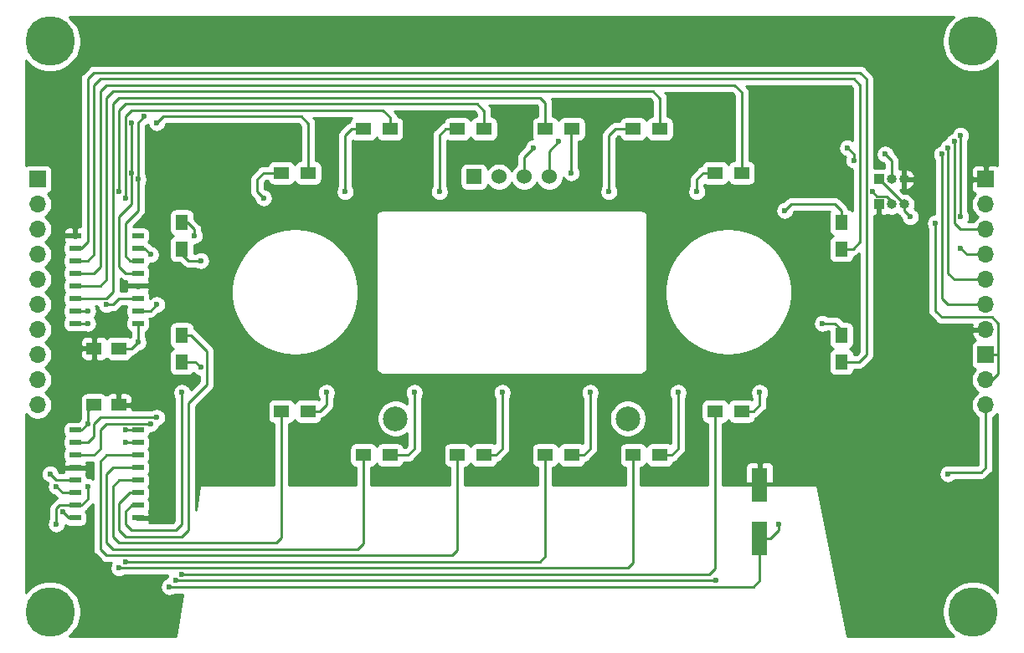
<source format=gbl>
G04 #@! TF.GenerationSoftware,KiCad,Pcbnew,(5.1.8)-1*
G04 #@! TF.CreationDate,2021-01-16T00:36:23+01:00*
G04 #@! TF.ProjectId,8bitWave Faceplate A1,38626974-5761-4766-9520-46616365706c,rev?*
G04 #@! TF.SameCoordinates,Original*
G04 #@! TF.FileFunction,Copper,L2,Bot*
G04 #@! TF.FilePolarity,Positive*
%FSLAX46Y46*%
G04 Gerber Fmt 4.6, Leading zero omitted, Abs format (unit mm)*
G04 Created by KiCad (PCBNEW (5.1.8)-1) date 2021-01-16 00:36:23*
%MOMM*%
%LPD*%
G01*
G04 APERTURE LIST*
G04 #@! TA.AperFunction,ComponentPad*
%ADD10O,1.700000X1.700000*%
G04 #@! TD*
G04 #@! TA.AperFunction,ComponentPad*
%ADD11R,1.700000X1.700000*%
G04 #@! TD*
G04 #@! TA.AperFunction,SMDPad,CuDef*
%ADD12R,1.143000X0.508000*%
G04 #@! TD*
G04 #@! TA.AperFunction,WasherPad*
%ADD13C,2.500000*%
G04 #@! TD*
G04 #@! TA.AperFunction,ComponentPad*
%ADD14R,1.524000X1.524000*%
G04 #@! TD*
G04 #@! TA.AperFunction,ComponentPad*
%ADD15C,1.524000*%
G04 #@! TD*
G04 #@! TA.AperFunction,ComponentPad*
%ADD16C,5.000000*%
G04 #@! TD*
G04 #@! TA.AperFunction,SMDPad,CuDef*
%ADD17R,1.500000X1.250000*%
G04 #@! TD*
G04 #@! TA.AperFunction,SMDPad,CuDef*
%ADD18R,1.600000X3.500000*%
G04 #@! TD*
G04 #@! TA.AperFunction,SMDPad,CuDef*
%ADD19R,1.500000X1.300000*%
G04 #@! TD*
G04 #@! TA.AperFunction,SMDPad,CuDef*
%ADD20R,1.300000X1.500000*%
G04 #@! TD*
G04 #@! TA.AperFunction,SMDPad,CuDef*
%ADD21O,1.000000X1.000000*%
G04 #@! TD*
G04 #@! TA.AperFunction,SMDPad,CuDef*
%ADD22R,1.000000X1.000000*%
G04 #@! TD*
G04 #@! TA.AperFunction,ViaPad*
%ADD23C,0.600000*%
G04 #@! TD*
G04 #@! TA.AperFunction,Conductor*
%ADD24C,0.250000*%
G04 #@! TD*
G04 #@! TA.AperFunction,Conductor*
%ADD25C,0.254000*%
G04 #@! TD*
G04 #@! TA.AperFunction,Conductor*
%ADD26C,0.100000*%
G04 #@! TD*
G04 APERTURE END LIST*
D10*
X72390000Y-118110000D03*
X72390000Y-115570000D03*
X72390000Y-113030000D03*
X72390000Y-110490000D03*
X72390000Y-107950000D03*
X72390000Y-105410000D03*
X72390000Y-102870000D03*
X72390000Y-100330000D03*
X72390000Y-97790000D03*
D11*
X72390000Y-95250000D03*
D12*
X76200000Y-120650000D03*
X76200000Y-123190000D03*
X76200000Y-124460000D03*
X76200000Y-125730000D03*
X76200000Y-127000000D03*
X76200000Y-128270000D03*
X76200000Y-129540000D03*
X82550000Y-129540000D03*
X82550000Y-128270000D03*
X82550000Y-127000000D03*
X82550000Y-125730000D03*
X82550000Y-124460000D03*
X82550000Y-123190000D03*
X82550000Y-121920000D03*
X82550000Y-120650000D03*
X76200000Y-121920000D03*
D13*
X132085000Y-119500000D03*
X108585000Y-119500000D03*
D14*
X116525000Y-95000000D03*
D15*
X119065000Y-95000000D03*
X121605000Y-95000000D03*
X124145000Y-95000000D03*
D11*
X168275000Y-95250000D03*
D10*
X168275000Y-97790000D03*
X168275000Y-100330000D03*
X168275000Y-102870000D03*
X168275000Y-105410000D03*
X168275000Y-107950000D03*
X168275000Y-110490000D03*
D16*
X73660000Y-139065000D03*
X167005000Y-139065000D03*
X167005000Y-81280000D03*
X73660000Y-81280000D03*
D11*
X168275000Y-113030000D03*
D10*
X168275000Y-115570000D03*
X168275000Y-118110000D03*
D17*
X78105000Y-118110000D03*
X80605000Y-118110000D03*
X80625000Y-112395000D03*
X78125000Y-112395000D03*
D18*
X145415000Y-131605000D03*
X145415000Y-126205000D03*
D19*
X140890000Y-118745000D03*
X143590000Y-118745000D03*
X132635000Y-123190000D03*
X135335000Y-123190000D03*
X123745000Y-123190000D03*
X126445000Y-123190000D03*
X114855000Y-123190000D03*
X117555000Y-123190000D03*
X105330000Y-123190000D03*
X108030000Y-123190000D03*
X97075000Y-118745000D03*
X99775000Y-118745000D03*
D20*
X86995000Y-111045000D03*
X86995000Y-113745000D03*
X86995000Y-99615000D03*
X86995000Y-102315000D03*
D19*
X99775000Y-94615000D03*
X97075000Y-94615000D03*
X108030000Y-90170000D03*
X105330000Y-90170000D03*
X117555000Y-90170000D03*
X114855000Y-90170000D03*
X123745000Y-90170000D03*
X126445000Y-90170000D03*
X135335000Y-90170000D03*
X132635000Y-90170000D03*
X143590000Y-94615000D03*
X140890000Y-94615000D03*
D20*
X153670000Y-102315000D03*
X153670000Y-99615000D03*
X153670000Y-113745000D03*
X153670000Y-111045000D03*
D12*
X82550000Y-109855000D03*
X82550000Y-107315000D03*
X82550000Y-106045000D03*
X82550000Y-104775000D03*
X82550000Y-103505000D03*
X82550000Y-102235000D03*
X82550000Y-100965000D03*
X76200000Y-100965000D03*
X76200000Y-102235000D03*
X76200000Y-103505000D03*
X76200000Y-104775000D03*
X76200000Y-106045000D03*
X76200000Y-107315000D03*
X76200000Y-108585000D03*
X76200000Y-109855000D03*
X82550000Y-108585000D03*
D21*
X160020000Y-95250000D03*
X158750000Y-95250000D03*
D22*
X157480000Y-95250000D03*
X157480000Y-97790000D03*
D21*
X158750000Y-97790000D03*
X160020000Y-97790000D03*
D23*
X130810000Y-116205000D03*
X92710000Y-98425000D03*
X101600000Y-97155000D03*
X88900000Y-109855000D03*
X95250000Y-115570000D03*
X109855000Y-97155000D03*
X103505000Y-116205000D03*
X113030000Y-116205000D03*
X121920000Y-116205000D03*
X119380000Y-97155000D03*
X128270000Y-97155000D03*
X137160000Y-97155000D03*
X147955000Y-114935000D03*
X145415000Y-97790000D03*
X151765000Y-103505000D03*
X139065000Y-116205000D03*
X164465000Y-92075000D03*
X125095000Y-91440000D03*
X163830000Y-92710000D03*
X122555000Y-92075000D03*
X160655000Y-99060000D03*
X163195000Y-99695000D03*
X85725000Y-136525000D03*
X164465000Y-125095000D03*
X74295000Y-130175000D03*
X77470000Y-126365000D03*
X77470000Y-120015000D03*
X82550000Y-111760000D03*
X83820000Y-102870000D03*
X147320000Y-130175000D03*
X145415000Y-116840000D03*
X137160000Y-116840000D03*
X86360000Y-135890000D03*
X83820000Y-120015000D03*
X140970000Y-135890000D03*
X165100000Y-91440000D03*
X74295000Y-126365000D03*
X83185000Y-88900000D03*
X82550000Y-95250000D03*
X165735000Y-99060000D03*
X165735000Y-90805000D03*
X165735000Y-102235000D03*
X81915000Y-89535000D03*
X73660000Y-125095000D03*
X81915000Y-94615000D03*
X86995000Y-135255000D03*
X84455000Y-119380000D03*
X80645000Y-134620000D03*
X81280000Y-120650000D03*
X128270000Y-116840000D03*
X119380000Y-116840000D03*
X110490000Y-116840000D03*
X101600000Y-116840000D03*
X88900000Y-114300000D03*
X88900000Y-103505000D03*
X81280000Y-133985000D03*
X81280000Y-121920000D03*
X88265000Y-100965000D03*
X86995000Y-116840000D03*
X74930000Y-128905000D03*
X79375000Y-107950000D03*
X95250000Y-97155000D03*
X103505000Y-96520000D03*
X113030000Y-96520000D03*
X126365000Y-94615000D03*
X130175000Y-96520000D03*
X139065000Y-96520000D03*
X147955000Y-98425000D03*
X151765000Y-109855000D03*
X84455000Y-107950000D03*
X84455000Y-89535000D03*
X77470000Y-109855000D03*
X81280000Y-97155000D03*
X77470000Y-108585000D03*
X80645000Y-96520000D03*
X156845000Y-96520000D03*
X154940000Y-93345000D03*
X154305000Y-92075000D03*
X158115000Y-92710000D03*
D24*
X165735000Y-105410000D02*
X165100000Y-105410000D01*
X164465000Y-104775000D02*
X164465000Y-92075000D01*
X165100000Y-105410000D02*
X164465000Y-104775000D01*
X165735000Y-105410000D02*
X168275000Y-105410000D01*
X124145000Y-92390000D02*
X125095000Y-91440000D01*
X124145000Y-95000000D02*
X124145000Y-92390000D01*
X165735000Y-107950000D02*
X164465000Y-107950000D01*
X163830000Y-107315000D02*
X164465000Y-107950000D01*
X163830000Y-107315000D02*
X163830000Y-92710000D01*
X121605000Y-93980000D02*
X121605000Y-93025000D01*
X121605000Y-93025000D02*
X122555000Y-92075000D01*
X165735000Y-107950000D02*
X168275000Y-107950000D01*
X121605000Y-93980000D02*
X121605000Y-95000000D01*
X168275000Y-113030000D02*
X169545000Y-113030000D01*
X169545000Y-114935000D02*
X168910000Y-115570000D01*
X169545000Y-113030000D02*
X169545000Y-114935000D01*
X168910000Y-115570000D02*
X168275000Y-115570000D01*
X163195000Y-108585000D02*
X163830000Y-109220000D01*
X168910000Y-109220000D02*
X169545000Y-109855000D01*
X163830000Y-109220000D02*
X168910000Y-109220000D01*
X169545000Y-109855000D02*
X169545000Y-113030000D01*
X160020000Y-97790000D02*
X160020000Y-98425000D01*
X160020000Y-98425000D02*
X160655000Y-99060000D01*
X163195000Y-108585000D02*
X163195000Y-99695000D01*
X157480000Y-95250000D02*
X159520001Y-97290001D01*
X159520001Y-97290001D02*
X160020000Y-97790000D01*
X166370000Y-124935000D02*
X164625000Y-124935000D01*
X142875000Y-136525000D02*
X97155000Y-136525000D01*
X164625000Y-124935000D02*
X164465000Y-125095000D01*
X168275000Y-118110000D02*
X168275000Y-124460000D01*
X167800000Y-124935000D02*
X166370000Y-124935000D01*
X168275000Y-124460000D02*
X167800000Y-124935000D01*
X85725000Y-136525000D02*
X97155000Y-136525000D01*
X77470000Y-118745000D02*
X78105000Y-118110000D01*
X82550000Y-109855000D02*
X82550000Y-111760000D01*
X81915000Y-112395000D02*
X80625000Y-112395000D01*
X82550000Y-111760000D02*
X81915000Y-112395000D01*
X76835000Y-120650000D02*
X77470000Y-120015000D01*
X77470000Y-120015000D02*
X77470000Y-118745000D01*
X76835000Y-120650000D02*
X76200000Y-120650000D01*
X74639996Y-128270000D02*
X75378500Y-128270000D01*
X75378500Y-128270000D02*
X76200000Y-128270000D01*
X74295000Y-128614996D02*
X74639996Y-128270000D01*
X74295000Y-130175000D02*
X74295000Y-128614996D01*
X76200000Y-128270000D02*
X76835000Y-128270000D01*
X76835000Y-128270000D02*
X77470000Y-127635000D01*
X77470000Y-127635000D02*
X77470000Y-126365000D01*
X83820000Y-102870000D02*
X83185000Y-102235000D01*
X83185000Y-102235000D02*
X82550000Y-102235000D01*
X145415000Y-135890000D02*
X144780000Y-136525000D01*
X142875000Y-136525000D02*
X144780000Y-136525000D01*
X145415000Y-131605000D02*
X145415000Y-135890000D01*
X147320000Y-130750000D02*
X147320000Y-130175000D01*
X145415000Y-131605000D02*
X146465000Y-131605000D01*
X146465000Y-131605000D02*
X147320000Y-130750000D01*
X144780000Y-118745000D02*
X143590000Y-118745000D01*
X145415000Y-118110000D02*
X144780000Y-118745000D01*
X145415000Y-116840000D02*
X145415000Y-118110000D01*
X136525000Y-123190000D02*
X135335000Y-123190000D01*
X137160000Y-122555000D02*
X136525000Y-123190000D01*
X137160000Y-116840000D02*
X137160000Y-122555000D01*
X78105000Y-123190000D02*
X78740000Y-122555000D01*
X78740000Y-122555000D02*
X78740000Y-120650000D01*
X78740000Y-120650000D02*
X79375000Y-120015000D01*
X76200000Y-123190000D02*
X78105000Y-123190000D01*
X92075000Y-135890000D02*
X86360000Y-135890000D01*
X83820000Y-120015000D02*
X79375000Y-120015000D01*
X140970000Y-135890000D02*
X92075000Y-135890000D01*
X165100000Y-99695000D02*
X165100000Y-91440000D01*
X165735000Y-100330000D02*
X168275000Y-100330000D01*
X165100000Y-99695000D02*
X165735000Y-100330000D01*
X81728500Y-103505000D02*
X81280000Y-103056500D01*
X82550000Y-103505000D02*
X81728500Y-103505000D01*
X81280000Y-103056500D02*
X81280000Y-99695000D01*
X81280000Y-99695000D02*
X82550000Y-98425000D01*
X82550000Y-89535000D02*
X83185000Y-88900000D01*
X76200000Y-127000000D02*
X75378500Y-127000000D01*
X75378500Y-127000000D02*
X74930000Y-127000000D01*
X74930000Y-127000000D02*
X74295000Y-126365000D01*
X82550000Y-98425000D02*
X82550000Y-95250000D01*
X82550000Y-95250000D02*
X82550000Y-89535000D01*
X165735000Y-99060000D02*
X165735000Y-90805000D01*
X166370000Y-102870000D02*
X168275000Y-102870000D01*
X165735000Y-102235000D02*
X166370000Y-102870000D01*
X81915000Y-97790000D02*
X80645000Y-99060000D01*
X80645000Y-99060000D02*
X80645000Y-104140000D01*
X80645000Y-104140000D02*
X81280000Y-104775000D01*
X81280000Y-104775000D02*
X82550000Y-104775000D01*
X76200000Y-125730000D02*
X74295000Y-125730000D01*
X74295000Y-125730000D02*
X73660000Y-125095000D01*
X81915000Y-89535000D02*
X81915000Y-94615000D01*
X81915000Y-94615000D02*
X81915000Y-97790000D01*
X77470000Y-121920000D02*
X78105000Y-121285000D01*
X76200000Y-121920000D02*
X77470000Y-121920000D01*
X78105000Y-121285000D02*
X78105000Y-120015000D01*
X140890000Y-118745000D02*
X140890000Y-130810000D01*
X140890000Y-130810000D02*
X140890000Y-130890000D01*
X140890000Y-134700000D02*
X140890000Y-130810000D01*
X86995000Y-135255000D02*
X140335000Y-135255000D01*
X140335000Y-135255000D02*
X140890000Y-134700000D01*
X83185000Y-119380000D02*
X78740000Y-119380000D01*
X78740000Y-119380000D02*
X78105000Y-120015000D01*
X83185000Y-119380000D02*
X84455000Y-119380000D01*
X82550000Y-120650000D02*
X81280000Y-120650000D01*
X132635000Y-123190000D02*
X132635000Y-134065000D01*
X132635000Y-134065000D02*
X132080000Y-134620000D01*
X132080000Y-134620000D02*
X80645000Y-134620000D01*
X127635000Y-123190000D02*
X126445000Y-123190000D01*
X128270000Y-122555000D02*
X127635000Y-123190000D01*
X128270000Y-116840000D02*
X128270000Y-122555000D01*
X118745000Y-123190000D02*
X117555000Y-123190000D01*
X119380000Y-122555000D02*
X118745000Y-123190000D01*
X119380000Y-116840000D02*
X119380000Y-122555000D01*
X109855000Y-123190000D02*
X108030000Y-123190000D01*
X110490000Y-122555000D02*
X109855000Y-123190000D01*
X110490000Y-116840000D02*
X110490000Y-122555000D01*
X100965000Y-118745000D02*
X99775000Y-118745000D01*
X101600000Y-118110000D02*
X100965000Y-118745000D01*
X101600000Y-116840000D02*
X101600000Y-118110000D01*
X88345000Y-113745000D02*
X88900000Y-114300000D01*
X86995000Y-113745000D02*
X88345000Y-113745000D01*
X88900000Y-103505000D02*
X87630000Y-103505000D01*
X87630000Y-103505000D02*
X86995000Y-102870000D01*
X86995000Y-102870000D02*
X86995000Y-102315000D01*
X123745000Y-129540000D02*
X123745000Y-133430000D01*
X123745000Y-133430000D02*
X123190000Y-133985000D01*
X123745000Y-129540000D02*
X123745000Y-123190000D01*
X81280000Y-121920000D02*
X82550000Y-121920000D01*
X81280000Y-133985000D02*
X123190000Y-133985000D01*
X114855000Y-128905000D02*
X114855000Y-132795000D01*
X79375000Y-123190000D02*
X82550000Y-123190000D01*
X78740000Y-123825000D02*
X79375000Y-123190000D01*
X114855000Y-132795000D02*
X114300000Y-133350000D01*
X114855000Y-128985000D02*
X114855000Y-128905000D01*
X114855000Y-128905000D02*
X114855000Y-123190000D01*
X79375000Y-133350000D02*
X78740000Y-132715000D01*
X78740000Y-132715000D02*
X78740000Y-123825000D01*
X114300000Y-133350000D02*
X79375000Y-133350000D01*
X105330000Y-128270000D02*
X105330000Y-132160000D01*
X105330000Y-132160000D02*
X104775000Y-132715000D01*
X105330000Y-128270000D02*
X105330000Y-128350000D01*
X79375000Y-125095000D02*
X80010000Y-124460000D01*
X79375000Y-132080000D02*
X79375000Y-125095000D01*
X80010000Y-124460000D02*
X82550000Y-124460000D01*
X105330000Y-123190000D02*
X105330000Y-128270000D01*
X80010000Y-132715000D02*
X79375000Y-132080000D01*
X104775000Y-132715000D02*
X80010000Y-132715000D01*
X80645000Y-125730000D02*
X82550000Y-125730000D01*
X80010000Y-126365000D02*
X80645000Y-125730000D01*
X97075000Y-131525000D02*
X96520000Y-132080000D01*
X97075000Y-118745000D02*
X97075000Y-131525000D01*
X80645000Y-132080000D02*
X80010000Y-131445000D01*
X80010000Y-131445000D02*
X80010000Y-126365000D01*
X96520000Y-132080000D02*
X80645000Y-132080000D01*
X86995000Y-131445000D02*
X81280000Y-131445000D01*
X86995000Y-111045000D02*
X87895000Y-111045000D01*
X81280000Y-131445000D02*
X80645000Y-130810000D01*
X80645000Y-130810000D02*
X80645000Y-128083500D01*
X81728500Y-127000000D02*
X82550000Y-127000000D01*
X89525002Y-116048744D02*
X87630000Y-117943746D01*
X80645000Y-128083500D02*
X81728500Y-127000000D01*
X87630000Y-130810000D02*
X86995000Y-131445000D01*
X87630000Y-117943746D02*
X87630000Y-130810000D01*
X89525002Y-112675002D02*
X89525002Y-116048744D01*
X87895000Y-111045000D02*
X89525002Y-112675002D01*
X86995000Y-99615000D02*
X87550000Y-99615000D01*
X87550000Y-99615000D02*
X88265000Y-100330000D01*
X88265000Y-100330000D02*
X88265000Y-100965000D01*
X86360000Y-130810000D02*
X86995000Y-130175000D01*
X82550000Y-128270000D02*
X81915000Y-128270000D01*
X81915000Y-130810000D02*
X86360000Y-130810000D01*
X81280000Y-130175000D02*
X81915000Y-130810000D01*
X81280000Y-128905000D02*
X81280000Y-130175000D01*
X81915000Y-128270000D02*
X81280000Y-128905000D01*
X86995000Y-116840000D02*
X86995000Y-130175000D01*
X76200000Y-129540000D02*
X75565000Y-129540000D01*
X75565000Y-129540000D02*
X74930000Y-128905000D01*
X79375000Y-107950000D02*
X80010000Y-107950000D01*
X80645000Y-107315000D02*
X82550000Y-107315000D01*
X80010000Y-107950000D02*
X80645000Y-107315000D01*
X95250000Y-94615000D02*
X97075000Y-94615000D01*
X94615000Y-95250000D02*
X95250000Y-94615000D01*
X94615000Y-96520000D02*
X94615000Y-95250000D01*
X95250000Y-97155000D02*
X94615000Y-96520000D01*
X104140000Y-90170000D02*
X105330000Y-90170000D01*
X103505000Y-90805000D02*
X104140000Y-90170000D01*
X103505000Y-96520000D02*
X103505000Y-90805000D01*
X113665000Y-90170000D02*
X114855000Y-90170000D01*
X113030000Y-90805000D02*
X113665000Y-90170000D01*
X113030000Y-96520000D02*
X113030000Y-90805000D01*
X126365000Y-90250000D02*
X126365000Y-92710000D01*
X126365000Y-94615000D02*
X126365000Y-92710000D01*
X126365000Y-90250000D02*
X126445000Y-90170000D01*
X130810000Y-90170000D02*
X132635000Y-90170000D01*
X130175000Y-90805000D02*
X130810000Y-90170000D01*
X130175000Y-96520000D02*
X130175000Y-90805000D01*
X139700000Y-94615000D02*
X140890000Y-94615000D01*
X139065000Y-95250000D02*
X139700000Y-94615000D01*
X139065000Y-96520000D02*
X139065000Y-95250000D01*
X147955000Y-98425000D02*
X148590000Y-97790000D01*
X148590000Y-97790000D02*
X153035000Y-97790000D01*
X153035000Y-97790000D02*
X153670000Y-98425000D01*
X153670000Y-98425000D02*
X153670000Y-99615000D01*
X151765000Y-109855000D02*
X153035000Y-109855000D01*
X153035000Y-109855000D02*
X153670000Y-110490000D01*
X153670000Y-110490000D02*
X153670000Y-111045000D01*
X99775000Y-89615000D02*
X99060000Y-88900000D01*
X99775000Y-94615000D02*
X99775000Y-89615000D01*
X99060000Y-88900000D02*
X85725000Y-88900000D01*
X83820000Y-108585000D02*
X84455000Y-107950000D01*
X82550000Y-108585000D02*
X83820000Y-108585000D01*
X84455000Y-89535000D02*
X85090000Y-88900000D01*
X85090000Y-88900000D02*
X85725000Y-88900000D01*
X108030000Y-90170000D02*
X108030000Y-88980000D01*
X77470000Y-109855000D02*
X76200000Y-109855000D01*
X108030000Y-88980000D02*
X107315000Y-88265000D01*
X81280000Y-88900000D02*
X81915000Y-88265000D01*
X107315000Y-88265000D02*
X81915000Y-88265000D01*
X81280000Y-97155000D02*
X81280000Y-88900000D01*
X76200000Y-108585000D02*
X77470000Y-108585000D01*
X117555000Y-88345000D02*
X117555000Y-90170000D01*
X116840000Y-87630000D02*
X117555000Y-88345000D01*
X80645000Y-88265000D02*
X81280000Y-87630000D01*
X81280000Y-87630000D02*
X116840000Y-87630000D01*
X80645000Y-96520000D02*
X80645000Y-88265000D01*
X123745000Y-87550000D02*
X123745000Y-90170000D01*
X123190000Y-86995000D02*
X123745000Y-87550000D01*
X80010000Y-87630000D02*
X80645000Y-86995000D01*
X76200000Y-107315000D02*
X79375000Y-107315000D01*
X80645000Y-86995000D02*
X123190000Y-86995000D01*
X79375000Y-107315000D02*
X80010000Y-106680000D01*
X80010000Y-106680000D02*
X80010000Y-87630000D01*
X135335000Y-90170000D02*
X135335000Y-87075000D01*
X78740000Y-106045000D02*
X76200000Y-106045000D01*
X135335000Y-87075000D02*
X134620000Y-86360000D01*
X78740000Y-106045000D02*
X79375000Y-105410000D01*
X79375000Y-86995000D02*
X80010000Y-86360000D01*
X134620000Y-86360000D02*
X80010000Y-86360000D01*
X79375000Y-105410000D02*
X79375000Y-86995000D01*
X76200000Y-104775000D02*
X78105000Y-104775000D01*
X143590000Y-86440000D02*
X143590000Y-94615000D01*
X142875000Y-85725000D02*
X143590000Y-86440000D01*
X78105000Y-104775000D02*
X78740000Y-104140000D01*
X78740000Y-86360000D02*
X79375000Y-85725000D01*
X79375000Y-85725000D02*
X142875000Y-85725000D01*
X78740000Y-104140000D02*
X78740000Y-86360000D01*
X153670000Y-102315000D02*
X154860000Y-102315000D01*
X77470000Y-103505000D02*
X76200000Y-103505000D01*
X78105000Y-102870000D02*
X77470000Y-103505000D01*
X155575000Y-85725000D02*
X154940000Y-85090000D01*
X155575000Y-101600000D02*
X155575000Y-85725000D01*
X154860000Y-102315000D02*
X155575000Y-101600000D01*
X78105000Y-85725000D02*
X78740000Y-85090000D01*
X154940000Y-85090000D02*
X78740000Y-85090000D01*
X78105000Y-102870000D02*
X78105000Y-85725000D01*
X155495000Y-113745000D02*
X153670000Y-113745000D01*
X156210000Y-113030000D02*
X155495000Y-113745000D01*
X156210000Y-85090000D02*
X156210000Y-113030000D01*
X155575000Y-84455000D02*
X156210000Y-85090000D01*
X77470000Y-85090000D02*
X78105000Y-84455000D01*
X76200000Y-102235000D02*
X76835000Y-102235000D01*
X76835000Y-102235000D02*
X77470000Y-101600000D01*
X78105000Y-84455000D02*
X155575000Y-84455000D01*
X77470000Y-101600000D02*
X77470000Y-85090000D01*
X157289999Y-96964999D02*
X156845000Y-96520000D01*
X158240001Y-96964999D02*
X157289999Y-96964999D01*
X158750000Y-97790000D02*
X158750000Y-97474998D01*
X158750000Y-97474998D02*
X158240001Y-96964999D01*
X154940000Y-93345000D02*
X154940000Y-92710000D01*
X154940000Y-92710000D02*
X154305000Y-92075000D01*
X158750000Y-95250000D02*
X158750000Y-93345000D01*
X158750000Y-93345000D02*
X158115000Y-92710000D01*
D25*
X165006554Y-78844886D02*
X164569886Y-79281554D01*
X164226799Y-79795021D01*
X163990476Y-80365554D01*
X163870000Y-80971229D01*
X163870000Y-81588771D01*
X163990476Y-82194446D01*
X164226799Y-82764979D01*
X164569886Y-83278446D01*
X165006554Y-83715114D01*
X165520021Y-84058201D01*
X166090554Y-84294524D01*
X166696229Y-84415000D01*
X167313771Y-84415000D01*
X167919446Y-84294524D01*
X168489979Y-84058201D01*
X169003446Y-83715114D01*
X169440114Y-83278446D01*
X169470001Y-83233717D01*
X169470001Y-93864389D01*
X169369180Y-93810498D01*
X169249482Y-93774188D01*
X169125000Y-93761928D01*
X168560750Y-93765000D01*
X168402000Y-93923750D01*
X168402000Y-95123000D01*
X168422000Y-95123000D01*
X168422000Y-95377000D01*
X168402000Y-95377000D01*
X168402000Y-95397000D01*
X168148000Y-95397000D01*
X168148000Y-95377000D01*
X166948750Y-95377000D01*
X166790000Y-95535750D01*
X166786928Y-96100000D01*
X166799188Y-96224482D01*
X166835498Y-96344180D01*
X166894463Y-96454494D01*
X166973815Y-96551185D01*
X167070506Y-96630537D01*
X167180820Y-96689502D01*
X167253380Y-96711513D01*
X167121525Y-96843368D01*
X166959010Y-97086589D01*
X166847068Y-97356842D01*
X166790000Y-97643740D01*
X166790000Y-97936260D01*
X166847068Y-98223158D01*
X166959010Y-98493411D01*
X167121525Y-98736632D01*
X167328368Y-98943475D01*
X167502760Y-99060000D01*
X167328368Y-99176525D01*
X167121525Y-99383368D01*
X166996822Y-99570000D01*
X166518744Y-99570000D01*
X166563586Y-99502889D01*
X166634068Y-99332729D01*
X166670000Y-99152089D01*
X166670000Y-98967911D01*
X166634068Y-98787271D01*
X166563586Y-98617111D01*
X166495000Y-98514465D01*
X166495000Y-94400000D01*
X166786928Y-94400000D01*
X166790000Y-94964250D01*
X166948750Y-95123000D01*
X168148000Y-95123000D01*
X168148000Y-93923750D01*
X167989250Y-93765000D01*
X167425000Y-93761928D01*
X167300518Y-93774188D01*
X167180820Y-93810498D01*
X167070506Y-93869463D01*
X166973815Y-93948815D01*
X166894463Y-94045506D01*
X166835498Y-94155820D01*
X166799188Y-94275518D01*
X166786928Y-94400000D01*
X166495000Y-94400000D01*
X166495000Y-91350535D01*
X166563586Y-91247889D01*
X166634068Y-91077729D01*
X166670000Y-90897089D01*
X166670000Y-90712911D01*
X166634068Y-90532271D01*
X166563586Y-90362111D01*
X166461262Y-90208972D01*
X166331028Y-90078738D01*
X166177889Y-89976414D01*
X166007729Y-89905932D01*
X165827089Y-89870000D01*
X165642911Y-89870000D01*
X165462271Y-89905932D01*
X165292111Y-89976414D01*
X165138972Y-90078738D01*
X165008738Y-90208972D01*
X164906414Y-90362111D01*
X164835932Y-90532271D01*
X164834495Y-90539495D01*
X164827271Y-90540932D01*
X164657111Y-90611414D01*
X164503972Y-90713738D01*
X164373738Y-90843972D01*
X164271414Y-90997111D01*
X164200932Y-91167271D01*
X164199495Y-91174495D01*
X164192271Y-91175932D01*
X164022111Y-91246414D01*
X163868972Y-91348738D01*
X163738738Y-91478972D01*
X163636414Y-91632111D01*
X163565932Y-91802271D01*
X163564495Y-91809495D01*
X163557271Y-91810932D01*
X163387111Y-91881414D01*
X163233972Y-91983738D01*
X163103738Y-92113972D01*
X163001414Y-92267111D01*
X162930932Y-92437271D01*
X162895000Y-92617911D01*
X162895000Y-92802089D01*
X162930932Y-92982729D01*
X163001414Y-93152889D01*
X163070001Y-93255537D01*
X163070001Y-98766546D01*
X162922271Y-98795932D01*
X162752111Y-98866414D01*
X162598972Y-98968738D01*
X162468738Y-99098972D01*
X162366414Y-99252111D01*
X162295932Y-99422271D01*
X162260000Y-99602911D01*
X162260000Y-99787089D01*
X162295932Y-99967729D01*
X162366414Y-100137889D01*
X162435001Y-100240537D01*
X162435000Y-108547678D01*
X162431324Y-108585000D01*
X162435000Y-108622322D01*
X162435000Y-108622332D01*
X162445997Y-108733985D01*
X162483534Y-108857729D01*
X162489454Y-108877246D01*
X162560026Y-109009276D01*
X162592232Y-109048519D01*
X162654999Y-109125001D01*
X162684002Y-109148803D01*
X163266200Y-109731002D01*
X163289999Y-109760001D01*
X163405724Y-109854974D01*
X163537753Y-109925546D01*
X163681014Y-109969003D01*
X163782484Y-109978997D01*
X163830000Y-109983677D01*
X163867333Y-109980000D01*
X166880986Y-109980000D01*
X166878175Y-109985901D01*
X166833524Y-110133110D01*
X166954845Y-110363000D01*
X168148000Y-110363000D01*
X168148000Y-110343000D01*
X168402000Y-110343000D01*
X168402000Y-110363000D01*
X168422000Y-110363000D01*
X168422000Y-110617000D01*
X168402000Y-110617000D01*
X168402000Y-110637000D01*
X168148000Y-110637000D01*
X168148000Y-110617000D01*
X166954845Y-110617000D01*
X166833524Y-110846890D01*
X166878175Y-110994099D01*
X167003359Y-111256920D01*
X167177412Y-111490269D01*
X167261466Y-111566034D01*
X167180820Y-111590498D01*
X167070506Y-111649463D01*
X166973815Y-111728815D01*
X166894463Y-111825506D01*
X166835498Y-111935820D01*
X166799188Y-112055518D01*
X166786928Y-112180000D01*
X166786928Y-113880000D01*
X166799188Y-114004482D01*
X166835498Y-114124180D01*
X166894463Y-114234494D01*
X166973815Y-114331185D01*
X167070506Y-114410537D01*
X167180820Y-114469502D01*
X167253380Y-114491513D01*
X167121525Y-114623368D01*
X166959010Y-114866589D01*
X166847068Y-115136842D01*
X166790000Y-115423740D01*
X166790000Y-115716260D01*
X166847068Y-116003158D01*
X166959010Y-116273411D01*
X167121525Y-116516632D01*
X167328368Y-116723475D01*
X167502760Y-116840000D01*
X167328368Y-116956525D01*
X167121525Y-117163368D01*
X166959010Y-117406589D01*
X166847068Y-117676842D01*
X166790000Y-117963740D01*
X166790000Y-118256260D01*
X166847068Y-118543158D01*
X166959010Y-118813411D01*
X167121525Y-119056632D01*
X167328368Y-119263475D01*
X167515000Y-119388179D01*
X167515001Y-124145198D01*
X167485199Y-124175000D01*
X164662322Y-124175000D01*
X164624999Y-124171324D01*
X164617654Y-124172047D01*
X164557089Y-124160000D01*
X164372911Y-124160000D01*
X164192271Y-124195932D01*
X164022111Y-124266414D01*
X163868972Y-124368738D01*
X163738738Y-124498972D01*
X163636414Y-124652111D01*
X163565932Y-124822271D01*
X163530000Y-125002911D01*
X163530000Y-125187089D01*
X163565932Y-125367729D01*
X163636414Y-125537889D01*
X163738738Y-125691028D01*
X163868972Y-125821262D01*
X164022111Y-125923586D01*
X164192271Y-125994068D01*
X164372911Y-126030000D01*
X164557089Y-126030000D01*
X164737729Y-125994068D01*
X164907889Y-125923586D01*
X165061028Y-125821262D01*
X165187290Y-125695000D01*
X167762678Y-125695000D01*
X167800000Y-125698676D01*
X167837322Y-125695000D01*
X167837333Y-125695000D01*
X167948986Y-125684003D01*
X168092247Y-125640546D01*
X168224276Y-125569974D01*
X168340001Y-125475001D01*
X168363803Y-125445998D01*
X168786002Y-125023800D01*
X168815001Y-125000001D01*
X168909974Y-124884276D01*
X168980546Y-124752247D01*
X169024003Y-124608986D01*
X169035000Y-124497333D01*
X169035000Y-124497324D01*
X169038676Y-124460001D01*
X169035000Y-124422678D01*
X169035000Y-119388178D01*
X169221632Y-119263475D01*
X169428475Y-119056632D01*
X169470000Y-118994485D01*
X169470000Y-137111282D01*
X169440114Y-137066554D01*
X169003446Y-136629886D01*
X168489979Y-136286799D01*
X167919446Y-136050476D01*
X167313771Y-135930000D01*
X166696229Y-135930000D01*
X166090554Y-136050476D01*
X165520021Y-136286799D01*
X165006554Y-136629886D01*
X164569886Y-137066554D01*
X164226799Y-137580021D01*
X163990476Y-138150554D01*
X163870000Y-138756229D01*
X163870000Y-139373771D01*
X163990476Y-139979446D01*
X164226799Y-140549979D01*
X164569886Y-141063446D01*
X165006554Y-141500114D01*
X165051282Y-141530000D01*
X154292515Y-141530000D01*
X151254534Y-126340093D01*
X151247333Y-126316399D01*
X151235597Y-126294443D01*
X151219803Y-126275197D01*
X151200557Y-126259403D01*
X151178601Y-126247667D01*
X151154776Y-126240440D01*
X151130000Y-126238000D01*
X141650000Y-126238000D01*
X141650000Y-124455000D01*
X143976928Y-124455000D01*
X143980000Y-125919250D01*
X144138750Y-126078000D01*
X145288000Y-126078000D01*
X145288000Y-123978750D01*
X145542000Y-123978750D01*
X145542000Y-126078000D01*
X146691250Y-126078000D01*
X146850000Y-125919250D01*
X146853072Y-124455000D01*
X146840812Y-124330518D01*
X146804502Y-124210820D01*
X146745537Y-124100506D01*
X146666185Y-124003815D01*
X146569494Y-123924463D01*
X146459180Y-123865498D01*
X146339482Y-123829188D01*
X146215000Y-123816928D01*
X145700750Y-123820000D01*
X145542000Y-123978750D01*
X145288000Y-123978750D01*
X145129250Y-123820000D01*
X144615000Y-123816928D01*
X144490518Y-123829188D01*
X144370820Y-123865498D01*
X144260506Y-123924463D01*
X144163815Y-124003815D01*
X144084463Y-124100506D01*
X144025498Y-124210820D01*
X143989188Y-124330518D01*
X143976928Y-124455000D01*
X141650000Y-124455000D01*
X141650000Y-120032087D01*
X141764482Y-120020812D01*
X141884180Y-119984502D01*
X141994494Y-119925537D01*
X142091185Y-119846185D01*
X142170537Y-119749494D01*
X142229502Y-119639180D01*
X142240000Y-119604573D01*
X142250498Y-119639180D01*
X142309463Y-119749494D01*
X142388815Y-119846185D01*
X142485506Y-119925537D01*
X142595820Y-119984502D01*
X142715518Y-120020812D01*
X142840000Y-120033072D01*
X144340000Y-120033072D01*
X144464482Y-120020812D01*
X144584180Y-119984502D01*
X144694494Y-119925537D01*
X144791185Y-119846185D01*
X144870537Y-119749494D01*
X144929502Y-119639180D01*
X144965812Y-119519482D01*
X144969533Y-119481703D01*
X145072247Y-119450546D01*
X145204276Y-119379974D01*
X145320001Y-119285001D01*
X145343803Y-119255998D01*
X145926002Y-118673800D01*
X145955001Y-118650001D01*
X146049974Y-118534276D01*
X146120546Y-118402247D01*
X146164003Y-118258986D01*
X146175000Y-118147333D01*
X146178677Y-118110000D01*
X146175000Y-118072667D01*
X146175000Y-117385535D01*
X146243586Y-117282889D01*
X146314068Y-117112729D01*
X146350000Y-116932089D01*
X146350000Y-116747911D01*
X146314068Y-116567271D01*
X146243586Y-116397111D01*
X146141262Y-116243972D01*
X146011028Y-116113738D01*
X145857889Y-116011414D01*
X145687729Y-115940932D01*
X145507089Y-115905000D01*
X145322911Y-115905000D01*
X145142271Y-115940932D01*
X144972111Y-116011414D01*
X144818972Y-116113738D01*
X144688738Y-116243972D01*
X144586414Y-116397111D01*
X144515932Y-116567271D01*
X144480000Y-116747911D01*
X144480000Y-116932089D01*
X144515932Y-117112729D01*
X144586414Y-117282889D01*
X144655000Y-117385536D01*
X144655001Y-117543353D01*
X144584180Y-117505498D01*
X144464482Y-117469188D01*
X144340000Y-117456928D01*
X142840000Y-117456928D01*
X142715518Y-117469188D01*
X142595820Y-117505498D01*
X142485506Y-117564463D01*
X142388815Y-117643815D01*
X142309463Y-117740506D01*
X142250498Y-117850820D01*
X142240000Y-117885427D01*
X142229502Y-117850820D01*
X142170537Y-117740506D01*
X142091185Y-117643815D01*
X141994494Y-117564463D01*
X141884180Y-117505498D01*
X141764482Y-117469188D01*
X141640000Y-117456928D01*
X140140000Y-117456928D01*
X140015518Y-117469188D01*
X139895820Y-117505498D01*
X139785506Y-117564463D01*
X139688815Y-117643815D01*
X139609463Y-117740506D01*
X139550498Y-117850820D01*
X139514188Y-117970518D01*
X139501928Y-118095000D01*
X139501928Y-119395000D01*
X139514188Y-119519482D01*
X139550498Y-119639180D01*
X139609463Y-119749494D01*
X139688815Y-119846185D01*
X139785506Y-119925537D01*
X139895820Y-119984502D01*
X140015518Y-120020812D01*
X140130000Y-120032087D01*
X140130001Y-126238000D01*
X133395000Y-126238000D01*
X133395000Y-124477087D01*
X133509482Y-124465812D01*
X133629180Y-124429502D01*
X133739494Y-124370537D01*
X133836185Y-124291185D01*
X133915537Y-124194494D01*
X133974502Y-124084180D01*
X133985000Y-124049573D01*
X133995498Y-124084180D01*
X134054463Y-124194494D01*
X134133815Y-124291185D01*
X134230506Y-124370537D01*
X134340820Y-124429502D01*
X134460518Y-124465812D01*
X134585000Y-124478072D01*
X136085000Y-124478072D01*
X136209482Y-124465812D01*
X136329180Y-124429502D01*
X136439494Y-124370537D01*
X136536185Y-124291185D01*
X136615537Y-124194494D01*
X136674502Y-124084180D01*
X136710812Y-123964482D01*
X136714533Y-123926703D01*
X136817247Y-123895546D01*
X136949276Y-123824974D01*
X137065001Y-123730001D01*
X137088803Y-123700998D01*
X137671002Y-123118800D01*
X137700001Y-123095001D01*
X137794974Y-122979276D01*
X137865546Y-122847247D01*
X137909003Y-122703986D01*
X137920000Y-122592333D01*
X137920000Y-122592332D01*
X137923677Y-122555000D01*
X137920000Y-122517667D01*
X137920000Y-117385535D01*
X137988586Y-117282889D01*
X138059068Y-117112729D01*
X138095000Y-116932089D01*
X138095000Y-116747911D01*
X138059068Y-116567271D01*
X137988586Y-116397111D01*
X137886262Y-116243972D01*
X137756028Y-116113738D01*
X137602889Y-116011414D01*
X137432729Y-115940932D01*
X137252089Y-115905000D01*
X137067911Y-115905000D01*
X136887271Y-115940932D01*
X136717111Y-116011414D01*
X136563972Y-116113738D01*
X136433738Y-116243972D01*
X136331414Y-116397111D01*
X136260932Y-116567271D01*
X136225000Y-116747911D01*
X136225000Y-116932089D01*
X136260932Y-117112729D01*
X136331414Y-117282889D01*
X136400000Y-117385536D01*
X136400001Y-121988353D01*
X136329180Y-121950498D01*
X136209482Y-121914188D01*
X136085000Y-121901928D01*
X134585000Y-121901928D01*
X134460518Y-121914188D01*
X134340820Y-121950498D01*
X134230506Y-122009463D01*
X134133815Y-122088815D01*
X134054463Y-122185506D01*
X133995498Y-122295820D01*
X133985000Y-122330427D01*
X133974502Y-122295820D01*
X133915537Y-122185506D01*
X133836185Y-122088815D01*
X133739494Y-122009463D01*
X133629180Y-121950498D01*
X133509482Y-121914188D01*
X133385000Y-121901928D01*
X131885000Y-121901928D01*
X131760518Y-121914188D01*
X131640820Y-121950498D01*
X131530506Y-122009463D01*
X131433815Y-122088815D01*
X131354463Y-122185506D01*
X131295498Y-122295820D01*
X131259188Y-122415518D01*
X131246928Y-122540000D01*
X131246928Y-123840000D01*
X131259188Y-123964482D01*
X131295498Y-124084180D01*
X131354463Y-124194494D01*
X131433815Y-124291185D01*
X131530506Y-124370537D01*
X131640820Y-124429502D01*
X131760518Y-124465812D01*
X131875000Y-124477087D01*
X131875000Y-126238000D01*
X124505000Y-126238000D01*
X124505000Y-124477087D01*
X124619482Y-124465812D01*
X124739180Y-124429502D01*
X124849494Y-124370537D01*
X124946185Y-124291185D01*
X125025537Y-124194494D01*
X125084502Y-124084180D01*
X125095000Y-124049573D01*
X125105498Y-124084180D01*
X125164463Y-124194494D01*
X125243815Y-124291185D01*
X125340506Y-124370537D01*
X125450820Y-124429502D01*
X125570518Y-124465812D01*
X125695000Y-124478072D01*
X127195000Y-124478072D01*
X127319482Y-124465812D01*
X127439180Y-124429502D01*
X127549494Y-124370537D01*
X127646185Y-124291185D01*
X127725537Y-124194494D01*
X127784502Y-124084180D01*
X127820812Y-123964482D01*
X127824533Y-123926703D01*
X127927247Y-123895546D01*
X128059276Y-123824974D01*
X128175001Y-123730001D01*
X128198803Y-123700998D01*
X128781002Y-123118800D01*
X128810001Y-123095001D01*
X128904974Y-122979276D01*
X128975546Y-122847247D01*
X129019003Y-122703986D01*
X129030000Y-122592333D01*
X129030000Y-122592332D01*
X129033677Y-122555000D01*
X129030000Y-122517667D01*
X129030000Y-119314344D01*
X130200000Y-119314344D01*
X130200000Y-119685656D01*
X130272439Y-120049834D01*
X130414534Y-120392882D01*
X130620825Y-120701618D01*
X130883382Y-120964175D01*
X131192118Y-121170466D01*
X131535166Y-121312561D01*
X131899344Y-121385000D01*
X132270656Y-121385000D01*
X132634834Y-121312561D01*
X132977882Y-121170466D01*
X133286618Y-120964175D01*
X133549175Y-120701618D01*
X133755466Y-120392882D01*
X133897561Y-120049834D01*
X133970000Y-119685656D01*
X133970000Y-119314344D01*
X133897561Y-118950166D01*
X133755466Y-118607118D01*
X133549175Y-118298382D01*
X133286618Y-118035825D01*
X132977882Y-117829534D01*
X132634834Y-117687439D01*
X132270656Y-117615000D01*
X131899344Y-117615000D01*
X131535166Y-117687439D01*
X131192118Y-117829534D01*
X130883382Y-118035825D01*
X130620825Y-118298382D01*
X130414534Y-118607118D01*
X130272439Y-118950166D01*
X130200000Y-119314344D01*
X129030000Y-119314344D01*
X129030000Y-117385535D01*
X129098586Y-117282889D01*
X129169068Y-117112729D01*
X129205000Y-116932089D01*
X129205000Y-116747911D01*
X129169068Y-116567271D01*
X129098586Y-116397111D01*
X128996262Y-116243972D01*
X128866028Y-116113738D01*
X128712889Y-116011414D01*
X128542729Y-115940932D01*
X128362089Y-115905000D01*
X128177911Y-115905000D01*
X127997271Y-115940932D01*
X127827111Y-116011414D01*
X127673972Y-116113738D01*
X127543738Y-116243972D01*
X127441414Y-116397111D01*
X127370932Y-116567271D01*
X127335000Y-116747911D01*
X127335000Y-116932089D01*
X127370932Y-117112729D01*
X127441414Y-117282889D01*
X127510000Y-117385536D01*
X127510001Y-121988353D01*
X127439180Y-121950498D01*
X127319482Y-121914188D01*
X127195000Y-121901928D01*
X125695000Y-121901928D01*
X125570518Y-121914188D01*
X125450820Y-121950498D01*
X125340506Y-122009463D01*
X125243815Y-122088815D01*
X125164463Y-122185506D01*
X125105498Y-122295820D01*
X125095000Y-122330427D01*
X125084502Y-122295820D01*
X125025537Y-122185506D01*
X124946185Y-122088815D01*
X124849494Y-122009463D01*
X124739180Y-121950498D01*
X124619482Y-121914188D01*
X124495000Y-121901928D01*
X122995000Y-121901928D01*
X122870518Y-121914188D01*
X122750820Y-121950498D01*
X122640506Y-122009463D01*
X122543815Y-122088815D01*
X122464463Y-122185506D01*
X122405498Y-122295820D01*
X122369188Y-122415518D01*
X122356928Y-122540000D01*
X122356928Y-123840000D01*
X122369188Y-123964482D01*
X122405498Y-124084180D01*
X122464463Y-124194494D01*
X122543815Y-124291185D01*
X122640506Y-124370537D01*
X122750820Y-124429502D01*
X122870518Y-124465812D01*
X122985001Y-124477087D01*
X122985001Y-126238000D01*
X115615000Y-126238000D01*
X115615000Y-124477087D01*
X115729482Y-124465812D01*
X115849180Y-124429502D01*
X115959494Y-124370537D01*
X116056185Y-124291185D01*
X116135537Y-124194494D01*
X116194502Y-124084180D01*
X116205000Y-124049573D01*
X116215498Y-124084180D01*
X116274463Y-124194494D01*
X116353815Y-124291185D01*
X116450506Y-124370537D01*
X116560820Y-124429502D01*
X116680518Y-124465812D01*
X116805000Y-124478072D01*
X118305000Y-124478072D01*
X118429482Y-124465812D01*
X118549180Y-124429502D01*
X118659494Y-124370537D01*
X118756185Y-124291185D01*
X118835537Y-124194494D01*
X118894502Y-124084180D01*
X118930812Y-123964482D01*
X118934533Y-123926703D01*
X119037247Y-123895546D01*
X119169276Y-123824974D01*
X119285001Y-123730001D01*
X119308803Y-123700998D01*
X119891002Y-123118800D01*
X119920001Y-123095001D01*
X120014974Y-122979276D01*
X120085546Y-122847247D01*
X120129003Y-122703986D01*
X120140000Y-122592333D01*
X120140000Y-122592332D01*
X120143677Y-122555000D01*
X120140000Y-122517667D01*
X120140000Y-117385535D01*
X120208586Y-117282889D01*
X120279068Y-117112729D01*
X120315000Y-116932089D01*
X120315000Y-116747911D01*
X120279068Y-116567271D01*
X120208586Y-116397111D01*
X120106262Y-116243972D01*
X119976028Y-116113738D01*
X119822889Y-116011414D01*
X119652729Y-115940932D01*
X119472089Y-115905000D01*
X119287911Y-115905000D01*
X119107271Y-115940932D01*
X118937111Y-116011414D01*
X118783972Y-116113738D01*
X118653738Y-116243972D01*
X118551414Y-116397111D01*
X118480932Y-116567271D01*
X118445000Y-116747911D01*
X118445000Y-116932089D01*
X118480932Y-117112729D01*
X118551414Y-117282889D01*
X118620000Y-117385536D01*
X118620001Y-121988353D01*
X118549180Y-121950498D01*
X118429482Y-121914188D01*
X118305000Y-121901928D01*
X116805000Y-121901928D01*
X116680518Y-121914188D01*
X116560820Y-121950498D01*
X116450506Y-122009463D01*
X116353815Y-122088815D01*
X116274463Y-122185506D01*
X116215498Y-122295820D01*
X116205000Y-122330427D01*
X116194502Y-122295820D01*
X116135537Y-122185506D01*
X116056185Y-122088815D01*
X115959494Y-122009463D01*
X115849180Y-121950498D01*
X115729482Y-121914188D01*
X115605000Y-121901928D01*
X114105000Y-121901928D01*
X113980518Y-121914188D01*
X113860820Y-121950498D01*
X113750506Y-122009463D01*
X113653815Y-122088815D01*
X113574463Y-122185506D01*
X113515498Y-122295820D01*
X113479188Y-122415518D01*
X113466928Y-122540000D01*
X113466928Y-123840000D01*
X113479188Y-123964482D01*
X113515498Y-124084180D01*
X113574463Y-124194494D01*
X113653815Y-124291185D01*
X113750506Y-124370537D01*
X113860820Y-124429502D01*
X113980518Y-124465812D01*
X114095001Y-124477087D01*
X114095000Y-126238000D01*
X106090000Y-126238000D01*
X106090000Y-124477087D01*
X106204482Y-124465812D01*
X106324180Y-124429502D01*
X106434494Y-124370537D01*
X106531185Y-124291185D01*
X106610537Y-124194494D01*
X106669502Y-124084180D01*
X106680000Y-124049573D01*
X106690498Y-124084180D01*
X106749463Y-124194494D01*
X106828815Y-124291185D01*
X106925506Y-124370537D01*
X107035820Y-124429502D01*
X107155518Y-124465812D01*
X107280000Y-124478072D01*
X108780000Y-124478072D01*
X108904482Y-124465812D01*
X109024180Y-124429502D01*
X109134494Y-124370537D01*
X109231185Y-124291185D01*
X109310537Y-124194494D01*
X109369502Y-124084180D01*
X109405812Y-123964482D01*
X109407238Y-123950000D01*
X109817678Y-123950000D01*
X109855000Y-123953676D01*
X109892322Y-123950000D01*
X109892333Y-123950000D01*
X110003986Y-123939003D01*
X110147247Y-123895546D01*
X110279276Y-123824974D01*
X110395001Y-123730001D01*
X110418803Y-123700998D01*
X111001002Y-123118800D01*
X111030001Y-123095001D01*
X111124974Y-122979276D01*
X111195546Y-122847247D01*
X111239003Y-122703986D01*
X111250000Y-122592333D01*
X111250000Y-122592332D01*
X111253677Y-122555000D01*
X111250000Y-122517667D01*
X111250000Y-117385535D01*
X111318586Y-117282889D01*
X111389068Y-117112729D01*
X111425000Y-116932089D01*
X111425000Y-116747911D01*
X111389068Y-116567271D01*
X111318586Y-116397111D01*
X111216262Y-116243972D01*
X111086028Y-116113738D01*
X110932889Y-116011414D01*
X110762729Y-115940932D01*
X110582089Y-115905000D01*
X110397911Y-115905000D01*
X110217271Y-115940932D01*
X110047111Y-116011414D01*
X109893972Y-116113738D01*
X109763738Y-116243972D01*
X109661414Y-116397111D01*
X109590932Y-116567271D01*
X109555000Y-116747911D01*
X109555000Y-116932089D01*
X109590932Y-117112729D01*
X109661414Y-117282889D01*
X109730000Y-117385536D01*
X109730000Y-117997994D01*
X109477882Y-117829534D01*
X109134834Y-117687439D01*
X108770656Y-117615000D01*
X108399344Y-117615000D01*
X108035166Y-117687439D01*
X107692118Y-117829534D01*
X107383382Y-118035825D01*
X107120825Y-118298382D01*
X106914534Y-118607118D01*
X106772439Y-118950166D01*
X106700000Y-119314344D01*
X106700000Y-119685656D01*
X106772439Y-120049834D01*
X106914534Y-120392882D01*
X107120825Y-120701618D01*
X107383382Y-120964175D01*
X107692118Y-121170466D01*
X108035166Y-121312561D01*
X108399344Y-121385000D01*
X108770656Y-121385000D01*
X109134834Y-121312561D01*
X109477882Y-121170466D01*
X109730001Y-121002005D01*
X109730001Y-122240197D01*
X109540199Y-122430000D01*
X109407238Y-122430000D01*
X109405812Y-122415518D01*
X109369502Y-122295820D01*
X109310537Y-122185506D01*
X109231185Y-122088815D01*
X109134494Y-122009463D01*
X109024180Y-121950498D01*
X108904482Y-121914188D01*
X108780000Y-121901928D01*
X107280000Y-121901928D01*
X107155518Y-121914188D01*
X107035820Y-121950498D01*
X106925506Y-122009463D01*
X106828815Y-122088815D01*
X106749463Y-122185506D01*
X106690498Y-122295820D01*
X106680000Y-122330427D01*
X106669502Y-122295820D01*
X106610537Y-122185506D01*
X106531185Y-122088815D01*
X106434494Y-122009463D01*
X106324180Y-121950498D01*
X106204482Y-121914188D01*
X106080000Y-121901928D01*
X104580000Y-121901928D01*
X104455518Y-121914188D01*
X104335820Y-121950498D01*
X104225506Y-122009463D01*
X104128815Y-122088815D01*
X104049463Y-122185506D01*
X103990498Y-122295820D01*
X103954188Y-122415518D01*
X103941928Y-122540000D01*
X103941928Y-123840000D01*
X103954188Y-123964482D01*
X103990498Y-124084180D01*
X104049463Y-124194494D01*
X104128815Y-124291185D01*
X104225506Y-124370537D01*
X104335820Y-124429502D01*
X104455518Y-124465812D01*
X104570000Y-124477087D01*
X104570001Y-126238000D01*
X97835000Y-126238000D01*
X97835000Y-120032087D01*
X97949482Y-120020812D01*
X98069180Y-119984502D01*
X98179494Y-119925537D01*
X98276185Y-119846185D01*
X98355537Y-119749494D01*
X98414502Y-119639180D01*
X98425000Y-119604573D01*
X98435498Y-119639180D01*
X98494463Y-119749494D01*
X98573815Y-119846185D01*
X98670506Y-119925537D01*
X98780820Y-119984502D01*
X98900518Y-120020812D01*
X99025000Y-120033072D01*
X100525000Y-120033072D01*
X100649482Y-120020812D01*
X100769180Y-119984502D01*
X100879494Y-119925537D01*
X100976185Y-119846185D01*
X101055537Y-119749494D01*
X101114502Y-119639180D01*
X101150812Y-119519482D01*
X101154533Y-119481703D01*
X101257247Y-119450546D01*
X101389276Y-119379974D01*
X101505001Y-119285001D01*
X101528803Y-119255998D01*
X102111002Y-118673800D01*
X102140001Y-118650001D01*
X102234974Y-118534276D01*
X102305546Y-118402247D01*
X102349003Y-118258986D01*
X102360000Y-118147333D01*
X102363677Y-118110000D01*
X102360000Y-118072667D01*
X102360000Y-117385535D01*
X102428586Y-117282889D01*
X102499068Y-117112729D01*
X102535000Y-116932089D01*
X102535000Y-116747911D01*
X102499068Y-116567271D01*
X102428586Y-116397111D01*
X102326262Y-116243972D01*
X102196028Y-116113738D01*
X102042889Y-116011414D01*
X101872729Y-115940932D01*
X101692089Y-115905000D01*
X101507911Y-115905000D01*
X101327271Y-115940932D01*
X101157111Y-116011414D01*
X101003972Y-116113738D01*
X100873738Y-116243972D01*
X100771414Y-116397111D01*
X100700932Y-116567271D01*
X100665000Y-116747911D01*
X100665000Y-116932089D01*
X100700932Y-117112729D01*
X100771414Y-117282889D01*
X100840000Y-117385536D01*
X100840001Y-117543353D01*
X100769180Y-117505498D01*
X100649482Y-117469188D01*
X100525000Y-117456928D01*
X99025000Y-117456928D01*
X98900518Y-117469188D01*
X98780820Y-117505498D01*
X98670506Y-117564463D01*
X98573815Y-117643815D01*
X98494463Y-117740506D01*
X98435498Y-117850820D01*
X98425000Y-117885427D01*
X98414502Y-117850820D01*
X98355537Y-117740506D01*
X98276185Y-117643815D01*
X98179494Y-117564463D01*
X98069180Y-117505498D01*
X97949482Y-117469188D01*
X97825000Y-117456928D01*
X96325000Y-117456928D01*
X96200518Y-117469188D01*
X96080820Y-117505498D01*
X95970506Y-117564463D01*
X95873815Y-117643815D01*
X95794463Y-117740506D01*
X95735498Y-117850820D01*
X95699188Y-117970518D01*
X95686928Y-118095000D01*
X95686928Y-119395000D01*
X95699188Y-119519482D01*
X95735498Y-119639180D01*
X95794463Y-119749494D01*
X95873815Y-119846185D01*
X95970506Y-119925537D01*
X96080820Y-119984502D01*
X96200518Y-120020812D01*
X96315000Y-120032087D01*
X96315001Y-126238000D01*
X88900000Y-126238000D01*
X88870547Y-126241462D01*
X88847012Y-126249582D01*
X88825513Y-126262137D01*
X88806877Y-126278645D01*
X88791819Y-126298472D01*
X88780919Y-126320855D01*
X88774595Y-126344935D01*
X88390000Y-128748654D01*
X88390000Y-118258547D01*
X90036005Y-116612543D01*
X90065003Y-116588745D01*
X90159976Y-116473020D01*
X90230548Y-116340991D01*
X90274005Y-116197730D01*
X90285002Y-116086077D01*
X90288679Y-116048744D01*
X90285002Y-116011411D01*
X90285002Y-112712325D01*
X90288678Y-112675002D01*
X90285002Y-112637679D01*
X90285002Y-112637669D01*
X90274005Y-112526016D01*
X90230548Y-112382755D01*
X90199385Y-112324454D01*
X90159976Y-112250725D01*
X90088801Y-112163999D01*
X90065003Y-112135001D01*
X90036006Y-112111204D01*
X88458804Y-110534003D01*
X88435001Y-110504999D01*
X88319276Y-110410026D01*
X88283072Y-110390674D01*
X88283072Y-110295000D01*
X88270812Y-110170518D01*
X88234502Y-110050820D01*
X88175537Y-109940506D01*
X88096185Y-109843815D01*
X87999494Y-109764463D01*
X87889180Y-109705498D01*
X87769482Y-109669188D01*
X87645000Y-109656928D01*
X86345000Y-109656928D01*
X86220518Y-109669188D01*
X86100820Y-109705498D01*
X85990506Y-109764463D01*
X85893815Y-109843815D01*
X85814463Y-109940506D01*
X85755498Y-110050820D01*
X85719188Y-110170518D01*
X85706928Y-110295000D01*
X85706928Y-111795000D01*
X85719188Y-111919482D01*
X85755498Y-112039180D01*
X85814463Y-112149494D01*
X85893815Y-112246185D01*
X85990506Y-112325537D01*
X86100820Y-112384502D01*
X86135427Y-112395000D01*
X86100820Y-112405498D01*
X85990506Y-112464463D01*
X85893815Y-112543815D01*
X85814463Y-112640506D01*
X85755498Y-112750820D01*
X85719188Y-112870518D01*
X85706928Y-112995000D01*
X85706928Y-114495000D01*
X85719188Y-114619482D01*
X85755498Y-114739180D01*
X85814463Y-114849494D01*
X85893815Y-114946185D01*
X85990506Y-115025537D01*
X86100820Y-115084502D01*
X86220518Y-115120812D01*
X86345000Y-115133072D01*
X87645000Y-115133072D01*
X87769482Y-115120812D01*
X87889180Y-115084502D01*
X87999494Y-115025537D01*
X88096185Y-114946185D01*
X88157407Y-114871586D01*
X88173738Y-114896028D01*
X88303972Y-115026262D01*
X88457111Y-115128586D01*
X88627271Y-115199068D01*
X88765003Y-115226465D01*
X88765003Y-115733941D01*
X87900307Y-116598637D01*
X87894068Y-116567271D01*
X87823586Y-116397111D01*
X87721262Y-116243972D01*
X87591028Y-116113738D01*
X87437889Y-116011414D01*
X87267729Y-115940932D01*
X87087089Y-115905000D01*
X86902911Y-115905000D01*
X86722271Y-115940932D01*
X86552111Y-116011414D01*
X86398972Y-116113738D01*
X86268738Y-116243972D01*
X86166414Y-116397111D01*
X86095932Y-116567271D01*
X86060000Y-116747911D01*
X86060000Y-116932089D01*
X86095932Y-117112729D01*
X86166414Y-117282889D01*
X86235000Y-117385535D01*
X86235001Y-129860197D01*
X86045199Y-130050000D01*
X83705804Y-130050000D01*
X83706548Y-130048666D01*
X83744989Y-129929635D01*
X83756500Y-129825750D01*
X83597750Y-129667000D01*
X82677000Y-129667000D01*
X82677000Y-129687000D01*
X82423000Y-129687000D01*
X82423000Y-129667000D01*
X82403000Y-129667000D01*
X82403000Y-129413000D01*
X82423000Y-129413000D01*
X82423000Y-129393000D01*
X82677000Y-129393000D01*
X82677000Y-129413000D01*
X83597750Y-129413000D01*
X83756500Y-129254250D01*
X83744989Y-129150365D01*
X83706548Y-129031334D01*
X83645624Y-128922090D01*
X83630675Y-128904524D01*
X83652037Y-128878494D01*
X83711002Y-128768180D01*
X83747312Y-128648482D01*
X83759572Y-128524000D01*
X83759572Y-128016000D01*
X83747312Y-127891518D01*
X83711002Y-127771820D01*
X83652037Y-127661506D01*
X83630284Y-127635000D01*
X83652037Y-127608494D01*
X83711002Y-127498180D01*
X83747312Y-127378482D01*
X83759572Y-127254000D01*
X83759572Y-126746000D01*
X83747312Y-126621518D01*
X83711002Y-126501820D01*
X83652037Y-126391506D01*
X83630284Y-126365000D01*
X83652037Y-126338494D01*
X83711002Y-126228180D01*
X83747312Y-126108482D01*
X83759572Y-125984000D01*
X83759572Y-125476000D01*
X83747312Y-125351518D01*
X83711002Y-125231820D01*
X83652037Y-125121506D01*
X83630284Y-125095000D01*
X83652037Y-125068494D01*
X83711002Y-124958180D01*
X83747312Y-124838482D01*
X83759572Y-124714000D01*
X83759572Y-124206000D01*
X83747312Y-124081518D01*
X83711002Y-123961820D01*
X83652037Y-123851506D01*
X83630284Y-123825000D01*
X83652037Y-123798494D01*
X83711002Y-123688180D01*
X83747312Y-123568482D01*
X83759572Y-123444000D01*
X83759572Y-122936000D01*
X83747312Y-122811518D01*
X83711002Y-122691820D01*
X83652037Y-122581506D01*
X83630284Y-122555000D01*
X83652037Y-122528494D01*
X83711002Y-122418180D01*
X83747312Y-122298482D01*
X83759572Y-122174000D01*
X83759572Y-121666000D01*
X83747312Y-121541518D01*
X83711002Y-121421820D01*
X83652037Y-121311506D01*
X83630284Y-121285000D01*
X83652037Y-121258494D01*
X83711002Y-121148180D01*
X83747312Y-121028482D01*
X83755042Y-120950000D01*
X83912089Y-120950000D01*
X84092729Y-120914068D01*
X84262889Y-120843586D01*
X84416028Y-120741262D01*
X84546262Y-120611028D01*
X84648586Y-120457889D01*
X84719068Y-120287729D01*
X84720505Y-120280505D01*
X84727729Y-120279068D01*
X84897889Y-120208586D01*
X85051028Y-120106262D01*
X85181262Y-119976028D01*
X85283586Y-119822889D01*
X85354068Y-119652729D01*
X85390000Y-119472089D01*
X85390000Y-119287911D01*
X85354068Y-119107271D01*
X85283586Y-118937111D01*
X85181262Y-118783972D01*
X85051028Y-118653738D01*
X84897889Y-118551414D01*
X84727729Y-118480932D01*
X84547089Y-118445000D01*
X84362911Y-118445000D01*
X84182271Y-118480932D01*
X84012111Y-118551414D01*
X83909465Y-118620000D01*
X81992031Y-118620000D01*
X81990000Y-118395750D01*
X81831250Y-118237000D01*
X80732000Y-118237000D01*
X80732000Y-118257000D01*
X80478000Y-118257000D01*
X80478000Y-118237000D01*
X80458000Y-118237000D01*
X80458000Y-117983000D01*
X80478000Y-117983000D01*
X80478000Y-117008750D01*
X80732000Y-117008750D01*
X80732000Y-117983000D01*
X81831250Y-117983000D01*
X81990000Y-117824250D01*
X81993072Y-117485000D01*
X81980812Y-117360518D01*
X81944502Y-117240820D01*
X81885537Y-117130506D01*
X81806185Y-117033815D01*
X81709494Y-116954463D01*
X81599180Y-116895498D01*
X81479482Y-116859188D01*
X81355000Y-116846928D01*
X80890750Y-116850000D01*
X80732000Y-117008750D01*
X80478000Y-117008750D01*
X80319250Y-116850000D01*
X79855000Y-116846928D01*
X79730518Y-116859188D01*
X79610820Y-116895498D01*
X79500506Y-116954463D01*
X79403815Y-117033815D01*
X79355000Y-117093296D01*
X79306185Y-117033815D01*
X79209494Y-116954463D01*
X79099180Y-116895498D01*
X78979482Y-116859188D01*
X78855000Y-116846928D01*
X77355000Y-116846928D01*
X77230518Y-116859188D01*
X77110820Y-116895498D01*
X77000506Y-116954463D01*
X76903815Y-117033815D01*
X76824463Y-117130506D01*
X76765498Y-117240820D01*
X76729188Y-117360518D01*
X76716928Y-117485000D01*
X76716928Y-118637337D01*
X76715751Y-118649292D01*
X76706324Y-118745000D01*
X76710001Y-118782332D01*
X76710000Y-119469464D01*
X76641414Y-119572111D01*
X76570932Y-119742271D01*
X76567818Y-119757928D01*
X75628500Y-119757928D01*
X75504018Y-119770188D01*
X75384320Y-119806498D01*
X75274006Y-119865463D01*
X75177315Y-119944815D01*
X75097963Y-120041506D01*
X75038998Y-120151820D01*
X75002688Y-120271518D01*
X74990428Y-120396000D01*
X74990428Y-120904000D01*
X75002688Y-121028482D01*
X75038998Y-121148180D01*
X75097963Y-121258494D01*
X75119716Y-121285000D01*
X75097963Y-121311506D01*
X75038998Y-121421820D01*
X75002688Y-121541518D01*
X74990428Y-121666000D01*
X74990428Y-122174000D01*
X75002688Y-122298482D01*
X75038998Y-122418180D01*
X75097963Y-122528494D01*
X75119716Y-122555000D01*
X75097963Y-122581506D01*
X75038998Y-122691820D01*
X75002688Y-122811518D01*
X74990428Y-122936000D01*
X74990428Y-123444000D01*
X75002688Y-123568482D01*
X75038998Y-123688180D01*
X75097963Y-123798494D01*
X75119325Y-123824524D01*
X75104376Y-123842090D01*
X75043452Y-123951334D01*
X75005011Y-124070365D01*
X74993500Y-124174250D01*
X75152250Y-124333000D01*
X76073000Y-124333000D01*
X76073000Y-124313000D01*
X76327000Y-124313000D01*
X76327000Y-124333000D01*
X77247750Y-124333000D01*
X77406500Y-124174250D01*
X77394989Y-124070365D01*
X77356548Y-123951334D01*
X77355804Y-123950000D01*
X77980001Y-123950000D01*
X77980001Y-125581257D01*
X77912889Y-125536414D01*
X77742729Y-125465932D01*
X77562089Y-125430000D01*
X77405042Y-125430000D01*
X77397312Y-125351518D01*
X77361002Y-125231820D01*
X77302037Y-125121506D01*
X77280675Y-125095476D01*
X77295624Y-125077910D01*
X77356548Y-124968666D01*
X77394989Y-124849635D01*
X77406500Y-124745750D01*
X77247750Y-124587000D01*
X76327000Y-124587000D01*
X76327000Y-124607000D01*
X76073000Y-124607000D01*
X76073000Y-124587000D01*
X75152250Y-124587000D01*
X74993500Y-124745750D01*
X75005011Y-124849635D01*
X75043452Y-124968666D01*
X75044196Y-124970000D01*
X74609802Y-124970000D01*
X74583153Y-124943351D01*
X74559068Y-124822271D01*
X74488586Y-124652111D01*
X74386262Y-124498972D01*
X74256028Y-124368738D01*
X74102889Y-124266414D01*
X73932729Y-124195932D01*
X73752089Y-124160000D01*
X73567911Y-124160000D01*
X73387271Y-124195932D01*
X73217111Y-124266414D01*
X73063972Y-124368738D01*
X72933738Y-124498972D01*
X72831414Y-124652111D01*
X72760932Y-124822271D01*
X72725000Y-125002911D01*
X72725000Y-125187089D01*
X72760932Y-125367729D01*
X72831414Y-125537889D01*
X72933738Y-125691028D01*
X73063972Y-125821262D01*
X73217111Y-125923586D01*
X73387271Y-125994068D01*
X73432853Y-126003135D01*
X73395932Y-126092271D01*
X73360000Y-126272911D01*
X73360000Y-126457089D01*
X73395932Y-126637729D01*
X73466414Y-126807889D01*
X73568738Y-126961028D01*
X73698972Y-127091262D01*
X73852111Y-127193586D01*
X74022271Y-127264068D01*
X74143351Y-127288153D01*
X74366200Y-127511002D01*
X74389999Y-127540001D01*
X74400352Y-127548497D01*
X74347749Y-127564454D01*
X74215720Y-127635026D01*
X74099995Y-127729999D01*
X74076192Y-127759003D01*
X73783998Y-128051197D01*
X73755000Y-128074995D01*
X73731202Y-128103993D01*
X73731201Y-128103994D01*
X73660026Y-128190720D01*
X73589454Y-128322750D01*
X73570874Y-128384003D01*
X73545998Y-128466010D01*
X73536519Y-128562247D01*
X73531324Y-128614996D01*
X73535001Y-128652328D01*
X73535000Y-129629464D01*
X73466414Y-129732111D01*
X73395932Y-129902271D01*
X73360000Y-130082911D01*
X73360000Y-130267089D01*
X73395932Y-130447729D01*
X73466414Y-130617889D01*
X73568738Y-130771028D01*
X73698972Y-130901262D01*
X73852111Y-131003586D01*
X74022271Y-131074068D01*
X74202911Y-131110000D01*
X74387089Y-131110000D01*
X74567729Y-131074068D01*
X74737889Y-131003586D01*
X74891028Y-130901262D01*
X75021262Y-130771028D01*
X75123586Y-130617889D01*
X75194068Y-130447729D01*
X75226352Y-130285428D01*
X75274006Y-130324537D01*
X75384320Y-130383502D01*
X75504018Y-130419812D01*
X75628500Y-130432072D01*
X76771500Y-130432072D01*
X76895982Y-130419812D01*
X77015680Y-130383502D01*
X77125994Y-130324537D01*
X77222685Y-130245185D01*
X77302037Y-130148494D01*
X77361002Y-130038180D01*
X77397312Y-129918482D01*
X77409572Y-129794000D01*
X77409572Y-129286000D01*
X77397312Y-129161518D01*
X77361002Y-129041820D01*
X77302037Y-128931506D01*
X77280284Y-128905000D01*
X77302037Y-128878494D01*
X77310239Y-128863150D01*
X77375001Y-128810001D01*
X77398803Y-128780998D01*
X77980001Y-128199801D01*
X77980000Y-132677678D01*
X77976324Y-132715000D01*
X77980000Y-132752322D01*
X77980000Y-132752332D01*
X77990997Y-132863985D01*
X78015265Y-132943986D01*
X78034454Y-133007246D01*
X78105026Y-133139276D01*
X78119091Y-133156414D01*
X78199999Y-133255001D01*
X78229002Y-133278803D01*
X78811200Y-133861002D01*
X78834999Y-133890001D01*
X78863997Y-133913799D01*
X78950724Y-133984974D01*
X79082753Y-134055546D01*
X79226014Y-134099003D01*
X79375000Y-134113677D01*
X79412333Y-134110000D01*
X79861256Y-134110000D01*
X79816414Y-134177111D01*
X79745932Y-134347271D01*
X79710000Y-134527911D01*
X79710000Y-134712089D01*
X79745932Y-134892729D01*
X79816414Y-135062889D01*
X79918738Y-135216028D01*
X80048972Y-135346262D01*
X80202111Y-135448586D01*
X80372271Y-135519068D01*
X80552911Y-135555000D01*
X80737089Y-135555000D01*
X80917729Y-135519068D01*
X81087889Y-135448586D01*
X81190535Y-135380000D01*
X85576256Y-135380000D01*
X85531414Y-135447111D01*
X85460932Y-135617271D01*
X85459495Y-135624495D01*
X85452271Y-135625932D01*
X85282111Y-135696414D01*
X85128972Y-135798738D01*
X84998738Y-135928972D01*
X84896414Y-136082111D01*
X84825932Y-136252271D01*
X84790000Y-136432911D01*
X84790000Y-136617089D01*
X84825932Y-136797729D01*
X84896414Y-136967889D01*
X84998738Y-137121028D01*
X85128972Y-137251262D01*
X85282111Y-137353586D01*
X85452271Y-137424068D01*
X85632911Y-137460000D01*
X85817089Y-137460000D01*
X85997729Y-137424068D01*
X86167889Y-137353586D01*
X86270535Y-137285000D01*
X87024185Y-137285000D01*
X86344985Y-141530000D01*
X75613718Y-141530000D01*
X75658446Y-141500114D01*
X76095114Y-141063446D01*
X76438201Y-140549979D01*
X76674524Y-139979446D01*
X76795000Y-139373771D01*
X76795000Y-138756229D01*
X76674524Y-138150554D01*
X76438201Y-137580021D01*
X76095114Y-137066554D01*
X75658446Y-136629886D01*
X75144979Y-136286799D01*
X74574446Y-136050476D01*
X73968771Y-135930000D01*
X73351229Y-135930000D01*
X72745554Y-136050476D01*
X72175021Y-136286799D01*
X71661554Y-136629886D01*
X71224886Y-137066554D01*
X71195000Y-137111282D01*
X71195000Y-118994485D01*
X71236525Y-119056632D01*
X71443368Y-119263475D01*
X71686589Y-119425990D01*
X71956842Y-119537932D01*
X72243740Y-119595000D01*
X72536260Y-119595000D01*
X72823158Y-119537932D01*
X73093411Y-119425990D01*
X73336632Y-119263475D01*
X73543475Y-119056632D01*
X73705990Y-118813411D01*
X73817932Y-118543158D01*
X73875000Y-118256260D01*
X73875000Y-117963740D01*
X73817932Y-117676842D01*
X73705990Y-117406589D01*
X73543475Y-117163368D01*
X73336632Y-116956525D01*
X73162240Y-116840000D01*
X73336632Y-116723475D01*
X73543475Y-116516632D01*
X73705990Y-116273411D01*
X73817932Y-116003158D01*
X73875000Y-115716260D01*
X73875000Y-115423740D01*
X73817932Y-115136842D01*
X73705990Y-114866589D01*
X73543475Y-114623368D01*
X73336632Y-114416525D01*
X73162240Y-114300000D01*
X73336632Y-114183475D01*
X73543475Y-113976632D01*
X73705990Y-113733411D01*
X73817932Y-113463158D01*
X73875000Y-113176260D01*
X73875000Y-113020000D01*
X76736928Y-113020000D01*
X76749188Y-113144482D01*
X76785498Y-113264180D01*
X76844463Y-113374494D01*
X76923815Y-113471185D01*
X77020506Y-113550537D01*
X77130820Y-113609502D01*
X77250518Y-113645812D01*
X77375000Y-113658072D01*
X77839250Y-113655000D01*
X77998000Y-113496250D01*
X77998000Y-112522000D01*
X76898750Y-112522000D01*
X76740000Y-112680750D01*
X76736928Y-113020000D01*
X73875000Y-113020000D01*
X73875000Y-112883740D01*
X73817932Y-112596842D01*
X73705990Y-112326589D01*
X73543475Y-112083368D01*
X73336632Y-111876525D01*
X73177207Y-111770000D01*
X76736928Y-111770000D01*
X76740000Y-112109250D01*
X76898750Y-112268000D01*
X77998000Y-112268000D01*
X77998000Y-111293750D01*
X77839250Y-111135000D01*
X77375000Y-111131928D01*
X77250518Y-111144188D01*
X77130820Y-111180498D01*
X77020506Y-111239463D01*
X76923815Y-111318815D01*
X76844463Y-111415506D01*
X76785498Y-111525820D01*
X76749188Y-111645518D01*
X76736928Y-111770000D01*
X73177207Y-111770000D01*
X73162240Y-111760000D01*
X73336632Y-111643475D01*
X73543475Y-111436632D01*
X73705990Y-111193411D01*
X73817932Y-110923158D01*
X73875000Y-110636260D01*
X73875000Y-110343740D01*
X73817932Y-110056842D01*
X73705990Y-109786589D01*
X73543475Y-109543368D01*
X73336632Y-109336525D01*
X73162240Y-109220000D01*
X73336632Y-109103475D01*
X73543475Y-108896632D01*
X73705990Y-108653411D01*
X73817932Y-108383158D01*
X73875000Y-108096260D01*
X73875000Y-107803740D01*
X73817932Y-107516842D01*
X73705990Y-107246589D01*
X73543475Y-107003368D01*
X73336632Y-106796525D01*
X73162240Y-106680000D01*
X73336632Y-106563475D01*
X73543475Y-106356632D01*
X73705990Y-106113411D01*
X73817932Y-105843158D01*
X73875000Y-105556260D01*
X73875000Y-105263740D01*
X73817932Y-104976842D01*
X73705990Y-104706589D01*
X73543475Y-104463368D01*
X73336632Y-104256525D01*
X73162240Y-104140000D01*
X73336632Y-104023475D01*
X73543475Y-103816632D01*
X73705990Y-103573411D01*
X73817932Y-103303158D01*
X73875000Y-103016260D01*
X73875000Y-102723740D01*
X73817932Y-102436842D01*
X73705990Y-102166589D01*
X73581984Y-101981000D01*
X74990428Y-101981000D01*
X74990428Y-102489000D01*
X75002688Y-102613482D01*
X75038998Y-102733180D01*
X75097963Y-102843494D01*
X75119716Y-102870000D01*
X75097963Y-102896506D01*
X75038998Y-103006820D01*
X75002688Y-103126518D01*
X74990428Y-103251000D01*
X74990428Y-103759000D01*
X75002688Y-103883482D01*
X75038998Y-104003180D01*
X75097963Y-104113494D01*
X75119716Y-104140000D01*
X75097963Y-104166506D01*
X75038998Y-104276820D01*
X75002688Y-104396518D01*
X74990428Y-104521000D01*
X74990428Y-105029000D01*
X75002688Y-105153482D01*
X75038998Y-105273180D01*
X75097963Y-105383494D01*
X75119716Y-105410000D01*
X75097963Y-105436506D01*
X75038998Y-105546820D01*
X75002688Y-105666518D01*
X74990428Y-105791000D01*
X74990428Y-106299000D01*
X75002688Y-106423482D01*
X75038998Y-106543180D01*
X75097963Y-106653494D01*
X75119716Y-106680000D01*
X75097963Y-106706506D01*
X75038998Y-106816820D01*
X75002688Y-106936518D01*
X74990428Y-107061000D01*
X74990428Y-107569000D01*
X75002688Y-107693482D01*
X75038998Y-107813180D01*
X75097963Y-107923494D01*
X75119716Y-107950000D01*
X75097963Y-107976506D01*
X75038998Y-108086820D01*
X75002688Y-108206518D01*
X74990428Y-108331000D01*
X74990428Y-108839000D01*
X75002688Y-108963482D01*
X75038998Y-109083180D01*
X75097963Y-109193494D01*
X75119716Y-109220000D01*
X75097963Y-109246506D01*
X75038998Y-109356820D01*
X75002688Y-109476518D01*
X74990428Y-109601000D01*
X74990428Y-110109000D01*
X75002688Y-110233482D01*
X75038998Y-110353180D01*
X75097963Y-110463494D01*
X75177315Y-110560185D01*
X75274006Y-110639537D01*
X75384320Y-110698502D01*
X75504018Y-110734812D01*
X75628500Y-110747072D01*
X76771500Y-110747072D01*
X76895982Y-110734812D01*
X77015680Y-110698502D01*
X77036393Y-110687431D01*
X77197271Y-110754068D01*
X77377911Y-110790000D01*
X77562089Y-110790000D01*
X77742729Y-110754068D01*
X77912889Y-110683586D01*
X78066028Y-110581262D01*
X78196262Y-110451028D01*
X78298586Y-110297889D01*
X78369068Y-110127729D01*
X78405000Y-109947089D01*
X78405000Y-109762911D01*
X78369068Y-109582271D01*
X78298586Y-109412111D01*
X78196262Y-109258972D01*
X78157290Y-109220000D01*
X78196262Y-109181028D01*
X78298586Y-109027889D01*
X78369068Y-108857729D01*
X78405000Y-108677089D01*
X78405000Y-108492911D01*
X78369068Y-108312271D01*
X78298586Y-108142111D01*
X78253744Y-108075000D01*
X78446546Y-108075000D01*
X78475932Y-108222729D01*
X78546414Y-108392889D01*
X78648738Y-108546028D01*
X78778972Y-108676262D01*
X78932111Y-108778586D01*
X79102271Y-108849068D01*
X79282911Y-108885000D01*
X79467089Y-108885000D01*
X79647729Y-108849068D01*
X79817889Y-108778586D01*
X79920535Y-108710000D01*
X79972678Y-108710000D01*
X80010000Y-108713676D01*
X80047322Y-108710000D01*
X80047333Y-108710000D01*
X80158986Y-108699003D01*
X80302247Y-108655546D01*
X80434276Y-108584974D01*
X80550001Y-108490001D01*
X80573803Y-108460998D01*
X80959802Y-108075000D01*
X81395316Y-108075000D01*
X81388998Y-108086820D01*
X81352688Y-108206518D01*
X81340428Y-108331000D01*
X81340428Y-108839000D01*
X81352688Y-108963482D01*
X81388998Y-109083180D01*
X81447963Y-109193494D01*
X81469716Y-109220000D01*
X81447963Y-109246506D01*
X81388998Y-109356820D01*
X81352688Y-109476518D01*
X81340428Y-109601000D01*
X81340428Y-110109000D01*
X81352688Y-110233482D01*
X81388998Y-110353180D01*
X81447963Y-110463494D01*
X81527315Y-110560185D01*
X81624006Y-110639537D01*
X81734320Y-110698502D01*
X81790000Y-110715392D01*
X81790001Y-111214464D01*
X81757784Y-111262680D01*
X81729494Y-111239463D01*
X81619180Y-111180498D01*
X81499482Y-111144188D01*
X81375000Y-111131928D01*
X79875000Y-111131928D01*
X79750518Y-111144188D01*
X79630820Y-111180498D01*
X79520506Y-111239463D01*
X79423815Y-111318815D01*
X79375000Y-111378296D01*
X79326185Y-111318815D01*
X79229494Y-111239463D01*
X79119180Y-111180498D01*
X78999482Y-111144188D01*
X78875000Y-111131928D01*
X78410750Y-111135000D01*
X78252000Y-111293750D01*
X78252000Y-112268000D01*
X78272000Y-112268000D01*
X78272000Y-112522000D01*
X78252000Y-112522000D01*
X78252000Y-113496250D01*
X78410750Y-113655000D01*
X78875000Y-113658072D01*
X78999482Y-113645812D01*
X79119180Y-113609502D01*
X79229494Y-113550537D01*
X79326185Y-113471185D01*
X79375000Y-113411704D01*
X79423815Y-113471185D01*
X79520506Y-113550537D01*
X79630820Y-113609502D01*
X79750518Y-113645812D01*
X79875000Y-113658072D01*
X81375000Y-113658072D01*
X81499482Y-113645812D01*
X81619180Y-113609502D01*
X81729494Y-113550537D01*
X81826185Y-113471185D01*
X81905537Y-113374494D01*
X81964502Y-113264180D01*
X81999016Y-113150402D01*
X82063986Y-113144003D01*
X82207247Y-113100546D01*
X82339276Y-113029974D01*
X82455001Y-112935001D01*
X82478803Y-112905998D01*
X82701649Y-112683153D01*
X82822729Y-112659068D01*
X82992889Y-112588586D01*
X83146028Y-112486262D01*
X83276262Y-112356028D01*
X83378586Y-112202889D01*
X83449068Y-112032729D01*
X83485000Y-111852089D01*
X83485000Y-111667911D01*
X83449068Y-111487271D01*
X83378586Y-111317111D01*
X83310000Y-111214465D01*
X83310000Y-110715392D01*
X83365680Y-110698502D01*
X83475994Y-110639537D01*
X83572685Y-110560185D01*
X83652037Y-110463494D01*
X83711002Y-110353180D01*
X83747312Y-110233482D01*
X83759572Y-110109000D01*
X83759572Y-109601000D01*
X83747312Y-109476518D01*
X83711002Y-109356820D01*
X83704684Y-109345000D01*
X83782678Y-109345000D01*
X83820000Y-109348676D01*
X83857322Y-109345000D01*
X83857333Y-109345000D01*
X83968986Y-109334003D01*
X84112247Y-109290546D01*
X84244276Y-109219974D01*
X84360001Y-109125001D01*
X84383803Y-109095998D01*
X84606649Y-108873153D01*
X84727729Y-108849068D01*
X84897889Y-108778586D01*
X85051028Y-108676262D01*
X85181262Y-108546028D01*
X85283586Y-108392889D01*
X85354068Y-108222729D01*
X85390000Y-108042089D01*
X85390000Y-107857911D01*
X85354068Y-107677271D01*
X85283586Y-107507111D01*
X85181262Y-107353972D01*
X85051028Y-107223738D01*
X84897889Y-107121414D01*
X84727729Y-107050932D01*
X84547089Y-107015000D01*
X84362911Y-107015000D01*
X84182271Y-107050932D01*
X84012111Y-107121414D01*
X83858972Y-107223738D01*
X83759572Y-107323138D01*
X83759572Y-107061000D01*
X83747312Y-106936518D01*
X83711002Y-106816820D01*
X83652037Y-106706506D01*
X83630675Y-106680476D01*
X83645624Y-106662910D01*
X83706548Y-106553666D01*
X83744989Y-106434635D01*
X83756500Y-106330750D01*
X83597750Y-106172000D01*
X82677000Y-106172000D01*
X82677000Y-106192000D01*
X82423000Y-106192000D01*
X82423000Y-106172000D01*
X81502250Y-106172000D01*
X81343500Y-106330750D01*
X81355011Y-106434635D01*
X81393452Y-106553666D01*
X81394196Y-106555000D01*
X80770000Y-106555000D01*
X80770000Y-106147776D01*
X92002013Y-106147776D01*
X92002013Y-107212224D01*
X92177215Y-108262154D01*
X92522841Y-109268927D01*
X93029462Y-110205081D01*
X93683259Y-111045080D01*
X94466399Y-111766011D01*
X95357519Y-112348208D01*
X96332312Y-112775792D01*
X97364188Y-113037099D01*
X98425000Y-113125000D01*
X99485812Y-113037099D01*
X100517688Y-112775792D01*
X101492481Y-112348208D01*
X102383601Y-111766011D01*
X103166741Y-111045080D01*
X103820538Y-110205081D01*
X104327159Y-109268927D01*
X104672785Y-108262154D01*
X104847987Y-107212224D01*
X104847987Y-106147776D01*
X104672785Y-105097846D01*
X104327159Y-104091073D01*
X103820538Y-103154919D01*
X103166741Y-102314920D01*
X102383601Y-101593989D01*
X101492481Y-101011792D01*
X100517688Y-100584208D01*
X99485812Y-100322901D01*
X98425000Y-100235000D01*
X97364188Y-100322901D01*
X96332312Y-100584208D01*
X95357519Y-101011792D01*
X94466399Y-101593989D01*
X93683259Y-102314920D01*
X93029462Y-103154919D01*
X92522841Y-104091073D01*
X92177215Y-105097846D01*
X92002013Y-106147776D01*
X80770000Y-106147776D01*
X80770000Y-105339622D01*
X80855724Y-105409974D01*
X80987753Y-105480546D01*
X81131014Y-105524003D01*
X81280000Y-105538677D01*
X81317333Y-105535000D01*
X81394196Y-105535000D01*
X81393452Y-105536334D01*
X81355011Y-105655365D01*
X81343500Y-105759250D01*
X81502250Y-105918000D01*
X82423000Y-105918000D01*
X82423000Y-105898000D01*
X82677000Y-105898000D01*
X82677000Y-105918000D01*
X83597750Y-105918000D01*
X83756500Y-105759250D01*
X83744989Y-105655365D01*
X83706548Y-105536334D01*
X83645624Y-105427090D01*
X83630675Y-105409524D01*
X83652037Y-105383494D01*
X83711002Y-105273180D01*
X83747312Y-105153482D01*
X83759572Y-105029000D01*
X83759572Y-104521000D01*
X83747312Y-104396518D01*
X83711002Y-104276820D01*
X83652037Y-104166506D01*
X83630284Y-104140000D01*
X83652037Y-104113494D01*
X83711002Y-104003180D01*
X83747312Y-103883482D01*
X83755042Y-103805000D01*
X83912089Y-103805000D01*
X84092729Y-103769068D01*
X84262889Y-103698586D01*
X84416028Y-103596262D01*
X84546262Y-103466028D01*
X84648586Y-103312889D01*
X84719068Y-103142729D01*
X84755000Y-102962089D01*
X84755000Y-102777911D01*
X84719068Y-102597271D01*
X84648586Y-102427111D01*
X84546262Y-102273972D01*
X84416028Y-102143738D01*
X84262889Y-102041414D01*
X84092729Y-101970932D01*
X83971649Y-101946847D01*
X83748803Y-101724002D01*
X83725001Y-101694999D01*
X83660239Y-101641850D01*
X83652037Y-101626506D01*
X83630284Y-101600000D01*
X83652037Y-101573494D01*
X83711002Y-101463180D01*
X83747312Y-101343482D01*
X83759572Y-101219000D01*
X83759572Y-100711000D01*
X83747312Y-100586518D01*
X83711002Y-100466820D01*
X83652037Y-100356506D01*
X83572685Y-100259815D01*
X83475994Y-100180463D01*
X83365680Y-100121498D01*
X83245982Y-100085188D01*
X83121500Y-100072928D01*
X82040000Y-100072928D01*
X82040000Y-100009801D01*
X83061004Y-98988798D01*
X83090001Y-98965001D01*
X83172069Y-98865000D01*
X85706928Y-98865000D01*
X85706928Y-100365000D01*
X85719188Y-100489482D01*
X85755498Y-100609180D01*
X85814463Y-100719494D01*
X85893815Y-100816185D01*
X85990506Y-100895537D01*
X86100820Y-100954502D01*
X86135427Y-100965000D01*
X86100820Y-100975498D01*
X85990506Y-101034463D01*
X85893815Y-101113815D01*
X85814463Y-101210506D01*
X85755498Y-101320820D01*
X85719188Y-101440518D01*
X85706928Y-101565000D01*
X85706928Y-103065000D01*
X85719188Y-103189482D01*
X85755498Y-103309180D01*
X85814463Y-103419494D01*
X85893815Y-103516185D01*
X85990506Y-103595537D01*
X86100820Y-103654502D01*
X86220518Y-103690812D01*
X86345000Y-103703072D01*
X86753271Y-103703072D01*
X87066200Y-104016002D01*
X87089999Y-104045001D01*
X87205724Y-104139974D01*
X87337753Y-104210546D01*
X87481014Y-104254003D01*
X87582484Y-104263997D01*
X87630000Y-104268677D01*
X87667333Y-104265000D01*
X88354465Y-104265000D01*
X88457111Y-104333586D01*
X88627271Y-104404068D01*
X88807911Y-104440000D01*
X88992089Y-104440000D01*
X89172729Y-104404068D01*
X89342889Y-104333586D01*
X89496028Y-104231262D01*
X89626262Y-104101028D01*
X89728586Y-103947889D01*
X89799068Y-103777729D01*
X89835000Y-103597089D01*
X89835000Y-103412911D01*
X89799068Y-103232271D01*
X89728586Y-103062111D01*
X89626262Y-102908972D01*
X89496028Y-102778738D01*
X89342889Y-102676414D01*
X89172729Y-102605932D01*
X88992089Y-102570000D01*
X88807911Y-102570000D01*
X88627271Y-102605932D01*
X88457111Y-102676414D01*
X88354465Y-102745000D01*
X88283072Y-102745000D01*
X88283072Y-101900000D01*
X88357089Y-101900000D01*
X88537729Y-101864068D01*
X88707889Y-101793586D01*
X88861028Y-101691262D01*
X88991262Y-101561028D01*
X89093586Y-101407889D01*
X89164068Y-101237729D01*
X89200000Y-101057089D01*
X89200000Y-100872911D01*
X89164068Y-100692271D01*
X89093586Y-100522111D01*
X89025000Y-100419465D01*
X89025000Y-100367325D01*
X89028676Y-100330000D01*
X89025000Y-100292675D01*
X89025000Y-100292667D01*
X89014003Y-100181014D01*
X88970546Y-100037753D01*
X88899974Y-99905724D01*
X88805001Y-99789999D01*
X88776004Y-99766202D01*
X88283072Y-99273271D01*
X88283072Y-99060000D01*
X106601565Y-99060000D01*
X106605001Y-99094887D01*
X106605000Y-114265123D01*
X106601565Y-114300000D01*
X106615273Y-114439184D01*
X106655872Y-114573020D01*
X106721800Y-114696363D01*
X106810525Y-114804475D01*
X106918637Y-114893200D01*
X107041980Y-114959128D01*
X107175816Y-114999727D01*
X107315000Y-115013435D01*
X107349877Y-115010000D01*
X133315123Y-115010000D01*
X133350000Y-115013435D01*
X133384877Y-115010000D01*
X133489184Y-114999727D01*
X133623020Y-114959128D01*
X133746363Y-114893200D01*
X133854475Y-114804475D01*
X133943200Y-114696363D01*
X134009128Y-114573020D01*
X134049727Y-114439184D01*
X134063435Y-114300000D01*
X134060000Y-114265123D01*
X134060000Y-106147776D01*
X135817013Y-106147776D01*
X135817013Y-107212224D01*
X135992215Y-108262154D01*
X136337841Y-109268927D01*
X136844462Y-110205081D01*
X137498259Y-111045080D01*
X138281399Y-111766011D01*
X139172519Y-112348208D01*
X140147312Y-112775792D01*
X141179188Y-113037099D01*
X142240000Y-113125000D01*
X143300812Y-113037099D01*
X144332688Y-112775792D01*
X145307481Y-112348208D01*
X146198601Y-111766011D01*
X146981741Y-111045080D01*
X147635538Y-110205081D01*
X148142159Y-109268927D01*
X148487785Y-108262154D01*
X148662987Y-107212224D01*
X148662987Y-106147776D01*
X148487785Y-105097846D01*
X148142159Y-104091073D01*
X147635538Y-103154919D01*
X146981741Y-102314920D01*
X146198601Y-101593989D01*
X145307481Y-101011792D01*
X144332688Y-100584208D01*
X143300812Y-100322901D01*
X142240000Y-100235000D01*
X141179188Y-100322901D01*
X140147312Y-100584208D01*
X139172519Y-101011792D01*
X138281399Y-101593989D01*
X137498259Y-102314920D01*
X136844462Y-103154919D01*
X136337841Y-104091073D01*
X135992215Y-105097846D01*
X135817013Y-106147776D01*
X134060000Y-106147776D01*
X134060000Y-99094877D01*
X134063435Y-99060000D01*
X134049727Y-98920816D01*
X134009128Y-98786980D01*
X133943200Y-98663637D01*
X133854475Y-98555525D01*
X133746363Y-98466800D01*
X133623020Y-98400872D01*
X133489184Y-98360273D01*
X133384877Y-98350000D01*
X133350000Y-98346565D01*
X133315123Y-98350000D01*
X107349877Y-98350000D01*
X107315000Y-98346565D01*
X107280123Y-98350000D01*
X107175816Y-98360273D01*
X107041980Y-98400872D01*
X106918637Y-98466800D01*
X106810525Y-98555525D01*
X106721800Y-98663637D01*
X106655872Y-98786980D01*
X106615273Y-98920816D01*
X106601565Y-99060000D01*
X88283072Y-99060000D01*
X88283072Y-98865000D01*
X88270812Y-98740518D01*
X88234502Y-98620820D01*
X88175537Y-98510506D01*
X88096185Y-98413815D01*
X87999494Y-98334463D01*
X87889180Y-98275498D01*
X87769482Y-98239188D01*
X87645000Y-98226928D01*
X86345000Y-98226928D01*
X86220518Y-98239188D01*
X86100820Y-98275498D01*
X85990506Y-98334463D01*
X85893815Y-98413815D01*
X85814463Y-98510506D01*
X85755498Y-98620820D01*
X85719188Y-98740518D01*
X85706928Y-98865000D01*
X83172069Y-98865000D01*
X83184974Y-98849276D01*
X83255546Y-98717247D01*
X83299003Y-98573986D01*
X83310000Y-98462333D01*
X83310000Y-98462324D01*
X83313676Y-98425001D01*
X83310000Y-98387678D01*
X83310000Y-95795535D01*
X83378586Y-95692889D01*
X83449068Y-95522729D01*
X83485000Y-95342089D01*
X83485000Y-95157911D01*
X83449068Y-94977271D01*
X83378586Y-94807111D01*
X83310000Y-94704465D01*
X83310000Y-89849801D01*
X83336649Y-89823153D01*
X83457729Y-89799068D01*
X83546865Y-89762147D01*
X83555932Y-89807729D01*
X83626414Y-89977889D01*
X83728738Y-90131028D01*
X83858972Y-90261262D01*
X84012111Y-90363586D01*
X84182271Y-90434068D01*
X84362911Y-90470000D01*
X84547089Y-90470000D01*
X84727729Y-90434068D01*
X84897889Y-90363586D01*
X85051028Y-90261262D01*
X85181262Y-90131028D01*
X85283586Y-89977889D01*
X85354068Y-89807729D01*
X85378153Y-89686649D01*
X85404802Y-89660000D01*
X98745199Y-89660000D01*
X99015001Y-89929803D01*
X99015000Y-93327913D01*
X98900518Y-93339188D01*
X98780820Y-93375498D01*
X98670506Y-93434463D01*
X98573815Y-93513815D01*
X98494463Y-93610506D01*
X98435498Y-93720820D01*
X98425000Y-93755427D01*
X98414502Y-93720820D01*
X98355537Y-93610506D01*
X98276185Y-93513815D01*
X98179494Y-93434463D01*
X98069180Y-93375498D01*
X97949482Y-93339188D01*
X97825000Y-93326928D01*
X96325000Y-93326928D01*
X96200518Y-93339188D01*
X96080820Y-93375498D01*
X95970506Y-93434463D01*
X95873815Y-93513815D01*
X95794463Y-93610506D01*
X95735498Y-93720820D01*
X95699188Y-93840518D01*
X95697762Y-93855000D01*
X95287333Y-93855000D01*
X95250000Y-93851323D01*
X95212667Y-93855000D01*
X95101014Y-93865997D01*
X94957753Y-93909454D01*
X94825724Y-93980026D01*
X94709999Y-94074999D01*
X94686200Y-94103998D01*
X94103998Y-94686201D01*
X94075000Y-94709999D01*
X94051202Y-94738997D01*
X94051201Y-94738998D01*
X93980026Y-94825724D01*
X93909454Y-94957754D01*
X93865998Y-95101015D01*
X93851324Y-95250000D01*
X93855001Y-95287332D01*
X93855000Y-96482677D01*
X93851324Y-96520000D01*
X93855000Y-96557322D01*
X93855000Y-96557332D01*
X93865997Y-96668985D01*
X93893443Y-96759463D01*
X93909454Y-96812246D01*
X93980026Y-96944276D01*
X94019871Y-96992826D01*
X94074999Y-97060001D01*
X94104002Y-97083803D01*
X94326847Y-97306649D01*
X94350932Y-97427729D01*
X94421414Y-97597889D01*
X94523738Y-97751028D01*
X94653972Y-97881262D01*
X94807111Y-97983586D01*
X94977271Y-98054068D01*
X95157911Y-98090000D01*
X95342089Y-98090000D01*
X95522729Y-98054068D01*
X95692889Y-97983586D01*
X95846028Y-97881262D01*
X95976262Y-97751028D01*
X96078586Y-97597889D01*
X96149068Y-97427729D01*
X96185000Y-97247089D01*
X96185000Y-97062911D01*
X96149068Y-96882271D01*
X96078586Y-96712111D01*
X95976262Y-96558972D01*
X95846028Y-96428738D01*
X95692889Y-96326414D01*
X95522729Y-96255932D01*
X95401649Y-96231847D01*
X95375000Y-96205199D01*
X95375000Y-95564801D01*
X95564802Y-95375000D01*
X95697762Y-95375000D01*
X95699188Y-95389482D01*
X95735498Y-95509180D01*
X95794463Y-95619494D01*
X95873815Y-95716185D01*
X95970506Y-95795537D01*
X96080820Y-95854502D01*
X96200518Y-95890812D01*
X96325000Y-95903072D01*
X97825000Y-95903072D01*
X97949482Y-95890812D01*
X98069180Y-95854502D01*
X98179494Y-95795537D01*
X98276185Y-95716185D01*
X98355537Y-95619494D01*
X98414502Y-95509180D01*
X98425000Y-95474573D01*
X98435498Y-95509180D01*
X98494463Y-95619494D01*
X98573815Y-95716185D01*
X98670506Y-95795537D01*
X98780820Y-95854502D01*
X98900518Y-95890812D01*
X99025000Y-95903072D01*
X100525000Y-95903072D01*
X100649482Y-95890812D01*
X100769180Y-95854502D01*
X100879494Y-95795537D01*
X100976185Y-95716185D01*
X101055537Y-95619494D01*
X101114502Y-95509180D01*
X101150812Y-95389482D01*
X101163072Y-95265000D01*
X101163072Y-93965000D01*
X101150812Y-93840518D01*
X101114502Y-93720820D01*
X101055537Y-93610506D01*
X100976185Y-93513815D01*
X100879494Y-93434463D01*
X100769180Y-93375498D01*
X100649482Y-93339188D01*
X100535000Y-93327913D01*
X100535000Y-89652325D01*
X100538676Y-89615000D01*
X100535000Y-89577675D01*
X100535000Y-89577667D01*
X100524003Y-89466014D01*
X100480546Y-89322753D01*
X100409974Y-89190724D01*
X100315001Y-89074999D01*
X100286002Y-89051201D01*
X100259802Y-89025000D01*
X104182204Y-89025000D01*
X104128815Y-89068815D01*
X104049463Y-89165506D01*
X103990498Y-89275820D01*
X103954188Y-89395518D01*
X103950467Y-89433297D01*
X103847753Y-89464454D01*
X103715724Y-89535026D01*
X103599999Y-89629999D01*
X103576200Y-89658998D01*
X102993998Y-90241201D01*
X102965000Y-90264999D01*
X102941202Y-90293997D01*
X102941201Y-90293998D01*
X102870026Y-90380724D01*
X102799454Y-90512754D01*
X102774726Y-90594275D01*
X102755998Y-90656014D01*
X102752552Y-90690998D01*
X102741324Y-90805000D01*
X102745001Y-90842332D01*
X102745000Y-95974464D01*
X102676414Y-96077111D01*
X102605932Y-96247271D01*
X102570000Y-96427911D01*
X102570000Y-96612089D01*
X102605932Y-96792729D01*
X102676414Y-96962889D01*
X102778738Y-97116028D01*
X102908972Y-97246262D01*
X103062111Y-97348586D01*
X103232271Y-97419068D01*
X103412911Y-97455000D01*
X103597089Y-97455000D01*
X103777729Y-97419068D01*
X103947889Y-97348586D01*
X104101028Y-97246262D01*
X104231262Y-97116028D01*
X104333586Y-96962889D01*
X104404068Y-96792729D01*
X104440000Y-96612089D01*
X104440000Y-96427911D01*
X104404068Y-96247271D01*
X104333586Y-96077111D01*
X104265000Y-95974465D01*
X104265000Y-91371647D01*
X104335820Y-91409502D01*
X104455518Y-91445812D01*
X104580000Y-91458072D01*
X106080000Y-91458072D01*
X106204482Y-91445812D01*
X106324180Y-91409502D01*
X106434494Y-91350537D01*
X106531185Y-91271185D01*
X106610537Y-91174494D01*
X106669502Y-91064180D01*
X106680000Y-91029573D01*
X106690498Y-91064180D01*
X106749463Y-91174494D01*
X106828815Y-91271185D01*
X106925506Y-91350537D01*
X107035820Y-91409502D01*
X107155518Y-91445812D01*
X107280000Y-91458072D01*
X108780000Y-91458072D01*
X108904482Y-91445812D01*
X109024180Y-91409502D01*
X109134494Y-91350537D01*
X109231185Y-91271185D01*
X109310537Y-91174494D01*
X109369502Y-91064180D01*
X109405812Y-90944482D01*
X109418072Y-90820000D01*
X109418072Y-89520000D01*
X109405812Y-89395518D01*
X109369502Y-89275820D01*
X109310537Y-89165506D01*
X109231185Y-89068815D01*
X109134494Y-88989463D01*
X109024180Y-88930498D01*
X108904482Y-88894188D01*
X108784057Y-88882328D01*
X108779003Y-88831014D01*
X108735546Y-88687753D01*
X108664974Y-88555724D01*
X108570001Y-88439999D01*
X108541002Y-88416201D01*
X108514802Y-88390000D01*
X116525199Y-88390000D01*
X116795000Y-88659802D01*
X116795000Y-88882913D01*
X116680518Y-88894188D01*
X116560820Y-88930498D01*
X116450506Y-88989463D01*
X116353815Y-89068815D01*
X116274463Y-89165506D01*
X116215498Y-89275820D01*
X116205000Y-89310427D01*
X116194502Y-89275820D01*
X116135537Y-89165506D01*
X116056185Y-89068815D01*
X115959494Y-88989463D01*
X115849180Y-88930498D01*
X115729482Y-88894188D01*
X115605000Y-88881928D01*
X114105000Y-88881928D01*
X113980518Y-88894188D01*
X113860820Y-88930498D01*
X113750506Y-88989463D01*
X113653815Y-89068815D01*
X113574463Y-89165506D01*
X113515498Y-89275820D01*
X113479188Y-89395518D01*
X113475467Y-89433297D01*
X113372753Y-89464454D01*
X113240724Y-89535026D01*
X113124999Y-89629999D01*
X113101200Y-89658998D01*
X112518998Y-90241201D01*
X112490000Y-90264999D01*
X112466202Y-90293997D01*
X112466201Y-90293998D01*
X112395026Y-90380724D01*
X112324454Y-90512754D01*
X112299726Y-90594275D01*
X112280998Y-90656014D01*
X112277552Y-90690998D01*
X112266324Y-90805000D01*
X112270001Y-90842332D01*
X112270000Y-95974464D01*
X112201414Y-96077111D01*
X112130932Y-96247271D01*
X112095000Y-96427911D01*
X112095000Y-96612089D01*
X112130932Y-96792729D01*
X112201414Y-96962889D01*
X112303738Y-97116028D01*
X112433972Y-97246262D01*
X112587111Y-97348586D01*
X112757271Y-97419068D01*
X112937911Y-97455000D01*
X113122089Y-97455000D01*
X113302729Y-97419068D01*
X113472889Y-97348586D01*
X113626028Y-97246262D01*
X113756262Y-97116028D01*
X113858586Y-96962889D01*
X113929068Y-96792729D01*
X113965000Y-96612089D01*
X113965000Y-96427911D01*
X113929068Y-96247271D01*
X113858586Y-96077111D01*
X113790000Y-95974465D01*
X113790000Y-91371647D01*
X113860820Y-91409502D01*
X113980518Y-91445812D01*
X114105000Y-91458072D01*
X115605000Y-91458072D01*
X115729482Y-91445812D01*
X115849180Y-91409502D01*
X115959494Y-91350537D01*
X116056185Y-91271185D01*
X116135537Y-91174494D01*
X116194502Y-91064180D01*
X116205000Y-91029573D01*
X116215498Y-91064180D01*
X116274463Y-91174494D01*
X116353815Y-91271185D01*
X116450506Y-91350537D01*
X116560820Y-91409502D01*
X116680518Y-91445812D01*
X116805000Y-91458072D01*
X118305000Y-91458072D01*
X118429482Y-91445812D01*
X118549180Y-91409502D01*
X118659494Y-91350537D01*
X118756185Y-91271185D01*
X118835537Y-91174494D01*
X118894502Y-91064180D01*
X118930812Y-90944482D01*
X118943072Y-90820000D01*
X118943072Y-89520000D01*
X118930812Y-89395518D01*
X118894502Y-89275820D01*
X118835537Y-89165506D01*
X118756185Y-89068815D01*
X118659494Y-88989463D01*
X118549180Y-88930498D01*
X118429482Y-88894188D01*
X118315000Y-88882913D01*
X118315000Y-88382325D01*
X118318676Y-88345000D01*
X118315000Y-88307675D01*
X118315000Y-88307667D01*
X118304003Y-88196014D01*
X118260546Y-88052753D01*
X118189974Y-87920724D01*
X118095001Y-87804999D01*
X118066004Y-87781202D01*
X118039802Y-87755000D01*
X122875199Y-87755000D01*
X122985000Y-87864802D01*
X122985001Y-88882913D01*
X122870518Y-88894188D01*
X122750820Y-88930498D01*
X122640506Y-88989463D01*
X122543815Y-89068815D01*
X122464463Y-89165506D01*
X122405498Y-89275820D01*
X122369188Y-89395518D01*
X122356928Y-89520000D01*
X122356928Y-90820000D01*
X122369188Y-90944482D01*
X122405498Y-91064180D01*
X122447648Y-91143036D01*
X122282271Y-91175932D01*
X122112111Y-91246414D01*
X121958972Y-91348738D01*
X121828738Y-91478972D01*
X121726414Y-91632111D01*
X121655932Y-91802271D01*
X121631847Y-91923351D01*
X121093998Y-92461201D01*
X121065000Y-92484999D01*
X121041202Y-92513997D01*
X121041201Y-92513998D01*
X120970026Y-92600724D01*
X120899454Y-92732754D01*
X120877540Y-92804999D01*
X120868744Y-92833997D01*
X120855998Y-92876015D01*
X120841324Y-93025000D01*
X120845001Y-93062332D01*
X120845000Y-93827659D01*
X120714465Y-93914880D01*
X120519880Y-94109465D01*
X120366995Y-94338273D01*
X120335000Y-94415515D01*
X120303005Y-94338273D01*
X120150120Y-94109465D01*
X119955535Y-93914880D01*
X119726727Y-93761995D01*
X119472490Y-93656686D01*
X119202592Y-93603000D01*
X118927408Y-93603000D01*
X118657510Y-93656686D01*
X118403273Y-93761995D01*
X118174465Y-93914880D01*
X117979880Y-94109465D01*
X117921080Y-94197465D01*
X117912812Y-94113518D01*
X117876502Y-93993820D01*
X117817537Y-93883506D01*
X117738185Y-93786815D01*
X117641494Y-93707463D01*
X117531180Y-93648498D01*
X117411482Y-93612188D01*
X117287000Y-93599928D01*
X115763000Y-93599928D01*
X115638518Y-93612188D01*
X115518820Y-93648498D01*
X115408506Y-93707463D01*
X115311815Y-93786815D01*
X115232463Y-93883506D01*
X115173498Y-93993820D01*
X115137188Y-94113518D01*
X115124928Y-94238000D01*
X115124928Y-95762000D01*
X115137188Y-95886482D01*
X115173498Y-96006180D01*
X115232463Y-96116494D01*
X115311815Y-96213185D01*
X115408506Y-96292537D01*
X115518820Y-96351502D01*
X115638518Y-96387812D01*
X115763000Y-96400072D01*
X117287000Y-96400072D01*
X117411482Y-96387812D01*
X117531180Y-96351502D01*
X117641494Y-96292537D01*
X117738185Y-96213185D01*
X117817537Y-96116494D01*
X117876502Y-96006180D01*
X117912812Y-95886482D01*
X117921080Y-95802535D01*
X117979880Y-95890535D01*
X118174465Y-96085120D01*
X118403273Y-96238005D01*
X118657510Y-96343314D01*
X118927408Y-96397000D01*
X119202592Y-96397000D01*
X119472490Y-96343314D01*
X119726727Y-96238005D01*
X119955535Y-96085120D01*
X120150120Y-95890535D01*
X120303005Y-95661727D01*
X120335000Y-95584485D01*
X120366995Y-95661727D01*
X120519880Y-95890535D01*
X120714465Y-96085120D01*
X120943273Y-96238005D01*
X121197510Y-96343314D01*
X121467408Y-96397000D01*
X121742592Y-96397000D01*
X122012490Y-96343314D01*
X122266727Y-96238005D01*
X122495535Y-96085120D01*
X122690120Y-95890535D01*
X122843005Y-95661727D01*
X122875000Y-95584485D01*
X122906995Y-95661727D01*
X123059880Y-95890535D01*
X123254465Y-96085120D01*
X123483273Y-96238005D01*
X123737510Y-96343314D01*
X124007408Y-96397000D01*
X124282592Y-96397000D01*
X124552490Y-96343314D01*
X124806727Y-96238005D01*
X125035535Y-96085120D01*
X125230120Y-95890535D01*
X125383005Y-95661727D01*
X125488314Y-95407490D01*
X125542000Y-95137592D01*
X125542000Y-95066249D01*
X125638738Y-95211028D01*
X125768972Y-95341262D01*
X125922111Y-95443586D01*
X126092271Y-95514068D01*
X126272911Y-95550000D01*
X126457089Y-95550000D01*
X126637729Y-95514068D01*
X126807889Y-95443586D01*
X126961028Y-95341262D01*
X127091262Y-95211028D01*
X127193586Y-95057889D01*
X127264068Y-94887729D01*
X127300000Y-94707089D01*
X127300000Y-94522911D01*
X127264068Y-94342271D01*
X127193586Y-94172111D01*
X127125000Y-94069465D01*
X127125000Y-91458072D01*
X127195000Y-91458072D01*
X127319482Y-91445812D01*
X127439180Y-91409502D01*
X127549494Y-91350537D01*
X127646185Y-91271185D01*
X127725537Y-91174494D01*
X127784502Y-91064180D01*
X127820812Y-90944482D01*
X127833072Y-90820000D01*
X127833072Y-89520000D01*
X127820812Y-89395518D01*
X127784502Y-89275820D01*
X127725537Y-89165506D01*
X127646185Y-89068815D01*
X127549494Y-88989463D01*
X127439180Y-88930498D01*
X127319482Y-88894188D01*
X127195000Y-88881928D01*
X125695000Y-88881928D01*
X125570518Y-88894188D01*
X125450820Y-88930498D01*
X125340506Y-88989463D01*
X125243815Y-89068815D01*
X125164463Y-89165506D01*
X125105498Y-89275820D01*
X125095000Y-89310427D01*
X125084502Y-89275820D01*
X125025537Y-89165506D01*
X124946185Y-89068815D01*
X124849494Y-88989463D01*
X124739180Y-88930498D01*
X124619482Y-88894188D01*
X124505000Y-88882913D01*
X124505000Y-87587333D01*
X124508677Y-87550000D01*
X124501883Y-87481015D01*
X124494003Y-87401014D01*
X124450546Y-87257753D01*
X124379974Y-87125724D01*
X124375276Y-87120000D01*
X134305199Y-87120000D01*
X134575001Y-87389803D01*
X134575000Y-88882913D01*
X134460518Y-88894188D01*
X134340820Y-88930498D01*
X134230506Y-88989463D01*
X134133815Y-89068815D01*
X134054463Y-89165506D01*
X133995498Y-89275820D01*
X133985000Y-89310427D01*
X133974502Y-89275820D01*
X133915537Y-89165506D01*
X133836185Y-89068815D01*
X133739494Y-88989463D01*
X133629180Y-88930498D01*
X133509482Y-88894188D01*
X133385000Y-88881928D01*
X131885000Y-88881928D01*
X131760518Y-88894188D01*
X131640820Y-88930498D01*
X131530506Y-88989463D01*
X131433815Y-89068815D01*
X131354463Y-89165506D01*
X131295498Y-89275820D01*
X131259188Y-89395518D01*
X131257762Y-89410000D01*
X130847333Y-89410000D01*
X130810000Y-89406323D01*
X130772667Y-89410000D01*
X130661014Y-89420997D01*
X130517753Y-89464454D01*
X130385724Y-89535026D01*
X130269999Y-89629999D01*
X130246200Y-89658998D01*
X129663998Y-90241201D01*
X129635000Y-90264999D01*
X129611202Y-90293997D01*
X129611201Y-90293998D01*
X129540026Y-90380724D01*
X129469454Y-90512754D01*
X129444726Y-90594275D01*
X129425998Y-90656014D01*
X129422552Y-90690998D01*
X129411324Y-90805000D01*
X129415001Y-90842332D01*
X129415000Y-95974464D01*
X129346414Y-96077111D01*
X129275932Y-96247271D01*
X129240000Y-96427911D01*
X129240000Y-96612089D01*
X129275932Y-96792729D01*
X129346414Y-96962889D01*
X129448738Y-97116028D01*
X129578972Y-97246262D01*
X129732111Y-97348586D01*
X129902271Y-97419068D01*
X130082911Y-97455000D01*
X130267089Y-97455000D01*
X130447729Y-97419068D01*
X130617889Y-97348586D01*
X130771028Y-97246262D01*
X130901262Y-97116028D01*
X131003586Y-96962889D01*
X131074068Y-96792729D01*
X131110000Y-96612089D01*
X131110000Y-96427911D01*
X131074068Y-96247271D01*
X131003586Y-96077111D01*
X130935000Y-95974465D01*
X130935000Y-91119801D01*
X131124802Y-90930000D01*
X131257762Y-90930000D01*
X131259188Y-90944482D01*
X131295498Y-91064180D01*
X131354463Y-91174494D01*
X131433815Y-91271185D01*
X131530506Y-91350537D01*
X131640820Y-91409502D01*
X131760518Y-91445812D01*
X131885000Y-91458072D01*
X133385000Y-91458072D01*
X133509482Y-91445812D01*
X133629180Y-91409502D01*
X133739494Y-91350537D01*
X133836185Y-91271185D01*
X133915537Y-91174494D01*
X133974502Y-91064180D01*
X133985000Y-91029573D01*
X133995498Y-91064180D01*
X134054463Y-91174494D01*
X134133815Y-91271185D01*
X134230506Y-91350537D01*
X134340820Y-91409502D01*
X134460518Y-91445812D01*
X134585000Y-91458072D01*
X136085000Y-91458072D01*
X136209482Y-91445812D01*
X136329180Y-91409502D01*
X136439494Y-91350537D01*
X136536185Y-91271185D01*
X136615537Y-91174494D01*
X136674502Y-91064180D01*
X136710812Y-90944482D01*
X136723072Y-90820000D01*
X136723072Y-89520000D01*
X136710812Y-89395518D01*
X136674502Y-89275820D01*
X136615537Y-89165506D01*
X136536185Y-89068815D01*
X136439494Y-88989463D01*
X136329180Y-88930498D01*
X136209482Y-88894188D01*
X136095000Y-88882913D01*
X136095000Y-87112325D01*
X136098676Y-87075000D01*
X136095000Y-87037675D01*
X136095000Y-87037667D01*
X136084003Y-86926014D01*
X136040546Y-86782753D01*
X135969974Y-86650724D01*
X135875001Y-86534999D01*
X135846002Y-86511201D01*
X135819802Y-86485000D01*
X142560199Y-86485000D01*
X142830000Y-86754802D01*
X142830001Y-93327913D01*
X142715518Y-93339188D01*
X142595820Y-93375498D01*
X142485506Y-93434463D01*
X142388815Y-93513815D01*
X142309463Y-93610506D01*
X142250498Y-93720820D01*
X142240000Y-93755427D01*
X142229502Y-93720820D01*
X142170537Y-93610506D01*
X142091185Y-93513815D01*
X141994494Y-93434463D01*
X141884180Y-93375498D01*
X141764482Y-93339188D01*
X141640000Y-93326928D01*
X140140000Y-93326928D01*
X140015518Y-93339188D01*
X139895820Y-93375498D01*
X139785506Y-93434463D01*
X139688815Y-93513815D01*
X139609463Y-93610506D01*
X139550498Y-93720820D01*
X139514188Y-93840518D01*
X139510467Y-93878297D01*
X139407753Y-93909454D01*
X139275724Y-93980026D01*
X139159999Y-94074999D01*
X139136200Y-94103998D01*
X138553998Y-94686201D01*
X138525000Y-94709999D01*
X138501202Y-94738997D01*
X138501201Y-94738998D01*
X138430026Y-94825724D01*
X138359454Y-94957754D01*
X138315998Y-95101015D01*
X138301324Y-95250000D01*
X138305001Y-95287332D01*
X138305000Y-95974464D01*
X138236414Y-96077111D01*
X138165932Y-96247271D01*
X138130000Y-96427911D01*
X138130000Y-96612089D01*
X138165932Y-96792729D01*
X138236414Y-96962889D01*
X138338738Y-97116028D01*
X138468972Y-97246262D01*
X138622111Y-97348586D01*
X138792271Y-97419068D01*
X138972911Y-97455000D01*
X139157089Y-97455000D01*
X139337729Y-97419068D01*
X139507889Y-97348586D01*
X139661028Y-97246262D01*
X139791262Y-97116028D01*
X139893586Y-96962889D01*
X139964068Y-96792729D01*
X140000000Y-96612089D01*
X140000000Y-96427911D01*
X139964068Y-96247271D01*
X139893586Y-96077111D01*
X139825000Y-95974465D01*
X139825000Y-95816647D01*
X139895820Y-95854502D01*
X140015518Y-95890812D01*
X140140000Y-95903072D01*
X141640000Y-95903072D01*
X141764482Y-95890812D01*
X141884180Y-95854502D01*
X141994494Y-95795537D01*
X142091185Y-95716185D01*
X142170537Y-95619494D01*
X142229502Y-95509180D01*
X142240000Y-95474573D01*
X142250498Y-95509180D01*
X142309463Y-95619494D01*
X142388815Y-95716185D01*
X142485506Y-95795537D01*
X142595820Y-95854502D01*
X142715518Y-95890812D01*
X142840000Y-95903072D01*
X144340000Y-95903072D01*
X144464482Y-95890812D01*
X144584180Y-95854502D01*
X144694494Y-95795537D01*
X144791185Y-95716185D01*
X144870537Y-95619494D01*
X144929502Y-95509180D01*
X144965812Y-95389482D01*
X144978072Y-95265000D01*
X144978072Y-93965000D01*
X144965812Y-93840518D01*
X144929502Y-93720820D01*
X144870537Y-93610506D01*
X144791185Y-93513815D01*
X144694494Y-93434463D01*
X144584180Y-93375498D01*
X144464482Y-93339188D01*
X144350000Y-93327913D01*
X144350000Y-86477325D01*
X144353676Y-86440000D01*
X144350000Y-86402675D01*
X144350000Y-86402667D01*
X144339003Y-86291014D01*
X144295546Y-86147753D01*
X144224974Y-86015724D01*
X144130001Y-85899999D01*
X144101004Y-85876202D01*
X144074802Y-85850000D01*
X154625199Y-85850000D01*
X154815001Y-86039803D01*
X154815001Y-91291256D01*
X154747889Y-91246414D01*
X154577729Y-91175932D01*
X154397089Y-91140000D01*
X154212911Y-91140000D01*
X154032271Y-91175932D01*
X153862111Y-91246414D01*
X153708972Y-91348738D01*
X153578738Y-91478972D01*
X153476414Y-91632111D01*
X153405932Y-91802271D01*
X153370000Y-91982911D01*
X153370000Y-92167089D01*
X153405932Y-92347729D01*
X153476414Y-92517889D01*
X153578738Y-92671028D01*
X153708972Y-92801262D01*
X153862111Y-92903586D01*
X154032271Y-92974068D01*
X154077853Y-92983135D01*
X154040932Y-93072271D01*
X154005000Y-93252911D01*
X154005000Y-93437089D01*
X154040932Y-93617729D01*
X154111414Y-93787889D01*
X154213738Y-93941028D01*
X154343972Y-94071262D01*
X154497111Y-94173586D01*
X154667271Y-94244068D01*
X154815000Y-94273454D01*
X154815000Y-98467204D01*
X154771185Y-98413815D01*
X154674494Y-98334463D01*
X154564180Y-98275498D01*
X154444482Y-98239188D01*
X154406703Y-98235467D01*
X154375546Y-98132753D01*
X154304974Y-98000724D01*
X154237640Y-97918677D01*
X154210001Y-97884999D01*
X154181003Y-97861201D01*
X153598803Y-97279002D01*
X153575001Y-97249999D01*
X153459276Y-97155026D01*
X153327247Y-97084454D01*
X153183986Y-97040997D01*
X153072333Y-97030000D01*
X153072322Y-97030000D01*
X153035000Y-97026324D01*
X152997678Y-97030000D01*
X148627333Y-97030000D01*
X148590000Y-97026323D01*
X148552667Y-97030000D01*
X148441014Y-97040997D01*
X148297753Y-97084454D01*
X148165724Y-97155026D01*
X148049999Y-97249999D01*
X148026200Y-97278998D01*
X147803351Y-97501847D01*
X147682271Y-97525932D01*
X147512111Y-97596414D01*
X147358972Y-97698738D01*
X147228738Y-97828972D01*
X147126414Y-97982111D01*
X147055932Y-98152271D01*
X147020000Y-98332911D01*
X147020000Y-98517089D01*
X147055932Y-98697729D01*
X147126414Y-98867889D01*
X147228738Y-99021028D01*
X147358972Y-99151262D01*
X147512111Y-99253586D01*
X147682271Y-99324068D01*
X147862911Y-99360000D01*
X148047089Y-99360000D01*
X148227729Y-99324068D01*
X148397889Y-99253586D01*
X148551028Y-99151262D01*
X148681262Y-99021028D01*
X148783586Y-98867889D01*
X148854068Y-98697729D01*
X148878153Y-98576649D01*
X148904802Y-98550000D01*
X152468353Y-98550000D01*
X152430498Y-98620820D01*
X152394188Y-98740518D01*
X152381928Y-98865000D01*
X152381928Y-100365000D01*
X152394188Y-100489482D01*
X152430498Y-100609180D01*
X152489463Y-100719494D01*
X152568815Y-100816185D01*
X152665506Y-100895537D01*
X152775820Y-100954502D01*
X152810427Y-100965000D01*
X152775820Y-100975498D01*
X152665506Y-101034463D01*
X152568815Y-101113815D01*
X152489463Y-101210506D01*
X152430498Y-101320820D01*
X152394188Y-101440518D01*
X152381928Y-101565000D01*
X152381928Y-103065000D01*
X152394188Y-103189482D01*
X152430498Y-103309180D01*
X152489463Y-103419494D01*
X152568815Y-103516185D01*
X152665506Y-103595537D01*
X152775820Y-103654502D01*
X152895518Y-103690812D01*
X153020000Y-103703072D01*
X154320000Y-103703072D01*
X154444482Y-103690812D01*
X154564180Y-103654502D01*
X154674494Y-103595537D01*
X154771185Y-103516185D01*
X154850537Y-103419494D01*
X154909502Y-103309180D01*
X154945812Y-103189482D01*
X154957672Y-103069057D01*
X155008986Y-103064003D01*
X155152247Y-103020546D01*
X155284276Y-102949974D01*
X155400001Y-102855001D01*
X155423803Y-102825998D01*
X155450001Y-102799800D01*
X155450001Y-112715197D01*
X155180199Y-112985000D01*
X154957087Y-112985000D01*
X154945812Y-112870518D01*
X154909502Y-112750820D01*
X154850537Y-112640506D01*
X154771185Y-112543815D01*
X154674494Y-112464463D01*
X154564180Y-112405498D01*
X154529573Y-112395000D01*
X154564180Y-112384502D01*
X154674494Y-112325537D01*
X154771185Y-112246185D01*
X154850537Y-112149494D01*
X154909502Y-112039180D01*
X154945812Y-111919482D01*
X154958072Y-111795000D01*
X154958072Y-110295000D01*
X154945812Y-110170518D01*
X154909502Y-110050820D01*
X154850537Y-109940506D01*
X154771185Y-109843815D01*
X154674494Y-109764463D01*
X154564180Y-109705498D01*
X154444482Y-109669188D01*
X154320000Y-109656928D01*
X153911730Y-109656928D01*
X153598803Y-109344002D01*
X153575001Y-109314999D01*
X153459276Y-109220026D01*
X153327247Y-109149454D01*
X153183986Y-109105997D01*
X153072333Y-109095000D01*
X153072322Y-109095000D01*
X153035000Y-109091324D01*
X152997678Y-109095000D01*
X152310535Y-109095000D01*
X152207889Y-109026414D01*
X152037729Y-108955932D01*
X151857089Y-108920000D01*
X151672911Y-108920000D01*
X151492271Y-108955932D01*
X151322111Y-109026414D01*
X151168972Y-109128738D01*
X151038738Y-109258972D01*
X150936414Y-109412111D01*
X150865932Y-109582271D01*
X150830000Y-109762911D01*
X150830000Y-109947089D01*
X150865932Y-110127729D01*
X150936414Y-110297889D01*
X151038738Y-110451028D01*
X151168972Y-110581262D01*
X151322111Y-110683586D01*
X151492271Y-110754068D01*
X151672911Y-110790000D01*
X151857089Y-110790000D01*
X152037729Y-110754068D01*
X152207889Y-110683586D01*
X152310535Y-110615000D01*
X152381928Y-110615000D01*
X152381928Y-111795000D01*
X152394188Y-111919482D01*
X152430498Y-112039180D01*
X152489463Y-112149494D01*
X152568815Y-112246185D01*
X152665506Y-112325537D01*
X152775820Y-112384502D01*
X152810427Y-112395000D01*
X152775820Y-112405498D01*
X152665506Y-112464463D01*
X152568815Y-112543815D01*
X152489463Y-112640506D01*
X152430498Y-112750820D01*
X152394188Y-112870518D01*
X152381928Y-112995000D01*
X152381928Y-114495000D01*
X152394188Y-114619482D01*
X152430498Y-114739180D01*
X152489463Y-114849494D01*
X152568815Y-114946185D01*
X152665506Y-115025537D01*
X152775820Y-115084502D01*
X152895518Y-115120812D01*
X153020000Y-115133072D01*
X154320000Y-115133072D01*
X154444482Y-115120812D01*
X154564180Y-115084502D01*
X154674494Y-115025537D01*
X154771185Y-114946185D01*
X154850537Y-114849494D01*
X154909502Y-114739180D01*
X154945812Y-114619482D01*
X154957087Y-114505000D01*
X155457678Y-114505000D01*
X155495000Y-114508676D01*
X155532322Y-114505000D01*
X155532333Y-114505000D01*
X155643986Y-114494003D01*
X155787247Y-114450546D01*
X155919276Y-114379974D01*
X156035001Y-114285001D01*
X156058803Y-114255998D01*
X156721002Y-113593799D01*
X156750001Y-113570001D01*
X156844974Y-113454276D01*
X156915546Y-113322247D01*
X156959003Y-113178986D01*
X156970000Y-113067333D01*
X156970000Y-113067325D01*
X156973676Y-113030000D01*
X156970000Y-112992675D01*
X156970000Y-98927087D01*
X156980000Y-98928072D01*
X157194250Y-98925000D01*
X157353000Y-98766250D01*
X157353000Y-97917000D01*
X157333000Y-97917000D01*
X157333000Y-97724999D01*
X157615000Y-97724999D01*
X157615000Y-97901788D01*
X157618026Y-97917000D01*
X157607000Y-97917000D01*
X157607000Y-98766250D01*
X157765750Y-98925000D01*
X157980000Y-98928072D01*
X158104482Y-98915812D01*
X158224180Y-98879502D01*
X158307226Y-98835112D01*
X158418933Y-98881383D01*
X158638212Y-98925000D01*
X158861788Y-98925000D01*
X159081067Y-98881383D01*
X159287624Y-98795824D01*
X159338341Y-98761936D01*
X159385026Y-98849276D01*
X159443738Y-98920816D01*
X159480000Y-98965001D01*
X159508998Y-98988799D01*
X159731847Y-99211649D01*
X159755932Y-99332729D01*
X159826414Y-99502889D01*
X159928738Y-99656028D01*
X160058972Y-99786262D01*
X160212111Y-99888586D01*
X160382271Y-99959068D01*
X160562911Y-99995000D01*
X160747089Y-99995000D01*
X160927729Y-99959068D01*
X161097889Y-99888586D01*
X161251028Y-99786262D01*
X161381262Y-99656028D01*
X161483586Y-99502889D01*
X161554068Y-99332729D01*
X161590000Y-99152089D01*
X161590000Y-98967911D01*
X161554068Y-98787271D01*
X161483586Y-98617111D01*
X161381262Y-98463972D01*
X161251028Y-98333738D01*
X161097889Y-98231414D01*
X161070393Y-98220025D01*
X161111383Y-98121067D01*
X161155000Y-97901788D01*
X161155000Y-97678212D01*
X161111383Y-97458933D01*
X161025824Y-97252376D01*
X160901612Y-97066480D01*
X160743520Y-96908388D01*
X160557624Y-96784176D01*
X160351067Y-96698617D01*
X160131788Y-96655000D01*
X159959802Y-96655000D01*
X159607562Y-96302761D01*
X159663136Y-96327446D01*
X159718126Y-96344119D01*
X159893000Y-96217954D01*
X159893000Y-95377000D01*
X160147000Y-95377000D01*
X160147000Y-96217954D01*
X160321874Y-96344119D01*
X160376864Y-96327446D01*
X160580206Y-96237123D01*
X160762020Y-96108865D01*
X160915318Y-95947601D01*
X161034210Y-95759529D01*
X161114126Y-95551876D01*
X160989129Y-95377000D01*
X160147000Y-95377000D01*
X159893000Y-95377000D01*
X159881974Y-95377000D01*
X159885000Y-95361788D01*
X159885000Y-95138212D01*
X159881974Y-95123000D01*
X159893000Y-95123000D01*
X159893000Y-94282046D01*
X160147000Y-94282046D01*
X160147000Y-95123000D01*
X160989129Y-95123000D01*
X161114126Y-94948124D01*
X161034210Y-94740471D01*
X160915318Y-94552399D01*
X160762020Y-94391135D01*
X160580206Y-94262877D01*
X160376864Y-94172554D01*
X160321874Y-94155881D01*
X160147000Y-94282046D01*
X159893000Y-94282046D01*
X159718126Y-94155881D01*
X159663136Y-94172554D01*
X159510000Y-94240576D01*
X159510000Y-93382332D01*
X159513677Y-93345000D01*
X159499003Y-93196014D01*
X159455546Y-93052753D01*
X159384974Y-92920724D01*
X159313799Y-92833997D01*
X159290001Y-92804999D01*
X159261002Y-92781200D01*
X159038153Y-92558351D01*
X159014068Y-92437271D01*
X158943586Y-92267111D01*
X158841262Y-92113972D01*
X158711028Y-91983738D01*
X158557889Y-91881414D01*
X158387729Y-91810932D01*
X158207089Y-91775000D01*
X158022911Y-91775000D01*
X157842271Y-91810932D01*
X157672111Y-91881414D01*
X157518972Y-91983738D01*
X157388738Y-92113972D01*
X157286414Y-92267111D01*
X157215932Y-92437271D01*
X157180000Y-92617911D01*
X157180000Y-92802089D01*
X157215932Y-92982729D01*
X157286414Y-93152889D01*
X157388738Y-93306028D01*
X157518972Y-93436262D01*
X157672111Y-93538586D01*
X157842271Y-93609068D01*
X157963351Y-93633153D01*
X157990001Y-93659802D01*
X157990001Y-94112913D01*
X157980000Y-94111928D01*
X156980000Y-94111928D01*
X156970000Y-94112913D01*
X156970000Y-85127333D01*
X156973677Y-85090000D01*
X156959003Y-84941014D01*
X156915546Y-84797753D01*
X156844974Y-84665724D01*
X156773799Y-84578997D01*
X156750001Y-84549999D01*
X156721003Y-84526201D01*
X156138803Y-83944002D01*
X156115001Y-83914999D01*
X155999276Y-83820026D01*
X155867247Y-83749454D01*
X155723986Y-83705997D01*
X155612333Y-83695000D01*
X155612322Y-83695000D01*
X155575000Y-83691324D01*
X155537678Y-83695000D01*
X78142333Y-83695000D01*
X78105000Y-83691323D01*
X78067667Y-83695000D01*
X77956014Y-83705997D01*
X77812753Y-83749454D01*
X77680724Y-83820026D01*
X77564999Y-83914999D01*
X77541200Y-83943998D01*
X76958998Y-84526201D01*
X76930000Y-84549999D01*
X76906202Y-84578997D01*
X76906201Y-84578998D01*
X76835026Y-84665724D01*
X76764454Y-84797754D01*
X76739726Y-84879276D01*
X76720998Y-84941014D01*
X76717552Y-84975998D01*
X76706324Y-85090000D01*
X76710001Y-85127333D01*
X76710000Y-100073572D01*
X76485750Y-100076000D01*
X76327000Y-100234750D01*
X76327000Y-100838000D01*
X76347000Y-100838000D01*
X76347000Y-101092000D01*
X76327000Y-101092000D01*
X76327000Y-101112000D01*
X76073000Y-101112000D01*
X76073000Y-101092000D01*
X75152250Y-101092000D01*
X74993500Y-101250750D01*
X75005011Y-101354635D01*
X75043452Y-101473666D01*
X75104376Y-101582910D01*
X75119325Y-101600476D01*
X75097963Y-101626506D01*
X75038998Y-101736820D01*
X75002688Y-101856518D01*
X74990428Y-101981000D01*
X73581984Y-101981000D01*
X73543475Y-101923368D01*
X73336632Y-101716525D01*
X73162240Y-101600000D01*
X73336632Y-101483475D01*
X73543475Y-101276632D01*
X73705990Y-101033411D01*
X73817932Y-100763158D01*
X73834622Y-100679250D01*
X74993500Y-100679250D01*
X75152250Y-100838000D01*
X76073000Y-100838000D01*
X76073000Y-100234750D01*
X75914250Y-100076000D01*
X75639892Y-100073030D01*
X75515212Y-100083066D01*
X75394884Y-100117233D01*
X75283535Y-100174218D01*
X75185442Y-100251831D01*
X75104376Y-100347090D01*
X75043452Y-100456334D01*
X75005011Y-100575365D01*
X74993500Y-100679250D01*
X73834622Y-100679250D01*
X73875000Y-100476260D01*
X73875000Y-100183740D01*
X73817932Y-99896842D01*
X73705990Y-99626589D01*
X73543475Y-99383368D01*
X73336632Y-99176525D01*
X73162240Y-99060000D01*
X73336632Y-98943475D01*
X73543475Y-98736632D01*
X73705990Y-98493411D01*
X73817932Y-98223158D01*
X73875000Y-97936260D01*
X73875000Y-97643740D01*
X73817932Y-97356842D01*
X73705990Y-97086589D01*
X73543475Y-96843368D01*
X73411620Y-96711513D01*
X73484180Y-96689502D01*
X73594494Y-96630537D01*
X73691185Y-96551185D01*
X73770537Y-96454494D01*
X73829502Y-96344180D01*
X73865812Y-96224482D01*
X73878072Y-96100000D01*
X73878072Y-94400000D01*
X73865812Y-94275518D01*
X73829502Y-94155820D01*
X73770537Y-94045506D01*
X73691185Y-93948815D01*
X73594494Y-93869463D01*
X73484180Y-93810498D01*
X73364482Y-93774188D01*
X73240000Y-93761928D01*
X71540000Y-93761928D01*
X71415518Y-93774188D01*
X71295820Y-93810498D01*
X71195000Y-93864388D01*
X71195000Y-83233718D01*
X71224886Y-83278446D01*
X71661554Y-83715114D01*
X72175021Y-84058201D01*
X72745554Y-84294524D01*
X73351229Y-84415000D01*
X73968771Y-84415000D01*
X74574446Y-84294524D01*
X75144979Y-84058201D01*
X75658446Y-83715114D01*
X76095114Y-83278446D01*
X76438201Y-82764979D01*
X76674524Y-82194446D01*
X76795000Y-81588771D01*
X76795000Y-80971229D01*
X76674524Y-80365554D01*
X76438201Y-79795021D01*
X76095114Y-79281554D01*
X75658446Y-78844886D01*
X75613718Y-78815000D01*
X165051282Y-78815000D01*
X165006554Y-78844886D01*
G04 #@! TA.AperFunction,Conductor*
D26*
G36*
X165006554Y-78844886D02*
G01*
X164569886Y-79281554D01*
X164226799Y-79795021D01*
X163990476Y-80365554D01*
X163870000Y-80971229D01*
X163870000Y-81588771D01*
X163990476Y-82194446D01*
X164226799Y-82764979D01*
X164569886Y-83278446D01*
X165006554Y-83715114D01*
X165520021Y-84058201D01*
X166090554Y-84294524D01*
X166696229Y-84415000D01*
X167313771Y-84415000D01*
X167919446Y-84294524D01*
X168489979Y-84058201D01*
X169003446Y-83715114D01*
X169440114Y-83278446D01*
X169470001Y-83233717D01*
X169470001Y-93864389D01*
X169369180Y-93810498D01*
X169249482Y-93774188D01*
X169125000Y-93761928D01*
X168560750Y-93765000D01*
X168402000Y-93923750D01*
X168402000Y-95123000D01*
X168422000Y-95123000D01*
X168422000Y-95377000D01*
X168402000Y-95377000D01*
X168402000Y-95397000D01*
X168148000Y-95397000D01*
X168148000Y-95377000D01*
X166948750Y-95377000D01*
X166790000Y-95535750D01*
X166786928Y-96100000D01*
X166799188Y-96224482D01*
X166835498Y-96344180D01*
X166894463Y-96454494D01*
X166973815Y-96551185D01*
X167070506Y-96630537D01*
X167180820Y-96689502D01*
X167253380Y-96711513D01*
X167121525Y-96843368D01*
X166959010Y-97086589D01*
X166847068Y-97356842D01*
X166790000Y-97643740D01*
X166790000Y-97936260D01*
X166847068Y-98223158D01*
X166959010Y-98493411D01*
X167121525Y-98736632D01*
X167328368Y-98943475D01*
X167502760Y-99060000D01*
X167328368Y-99176525D01*
X167121525Y-99383368D01*
X166996822Y-99570000D01*
X166518744Y-99570000D01*
X166563586Y-99502889D01*
X166634068Y-99332729D01*
X166670000Y-99152089D01*
X166670000Y-98967911D01*
X166634068Y-98787271D01*
X166563586Y-98617111D01*
X166495000Y-98514465D01*
X166495000Y-94400000D01*
X166786928Y-94400000D01*
X166790000Y-94964250D01*
X166948750Y-95123000D01*
X168148000Y-95123000D01*
X168148000Y-93923750D01*
X167989250Y-93765000D01*
X167425000Y-93761928D01*
X167300518Y-93774188D01*
X167180820Y-93810498D01*
X167070506Y-93869463D01*
X166973815Y-93948815D01*
X166894463Y-94045506D01*
X166835498Y-94155820D01*
X166799188Y-94275518D01*
X166786928Y-94400000D01*
X166495000Y-94400000D01*
X166495000Y-91350535D01*
X166563586Y-91247889D01*
X166634068Y-91077729D01*
X166670000Y-90897089D01*
X166670000Y-90712911D01*
X166634068Y-90532271D01*
X166563586Y-90362111D01*
X166461262Y-90208972D01*
X166331028Y-90078738D01*
X166177889Y-89976414D01*
X166007729Y-89905932D01*
X165827089Y-89870000D01*
X165642911Y-89870000D01*
X165462271Y-89905932D01*
X165292111Y-89976414D01*
X165138972Y-90078738D01*
X165008738Y-90208972D01*
X164906414Y-90362111D01*
X164835932Y-90532271D01*
X164834495Y-90539495D01*
X164827271Y-90540932D01*
X164657111Y-90611414D01*
X164503972Y-90713738D01*
X164373738Y-90843972D01*
X164271414Y-90997111D01*
X164200932Y-91167271D01*
X164199495Y-91174495D01*
X164192271Y-91175932D01*
X164022111Y-91246414D01*
X163868972Y-91348738D01*
X163738738Y-91478972D01*
X163636414Y-91632111D01*
X163565932Y-91802271D01*
X163564495Y-91809495D01*
X163557271Y-91810932D01*
X163387111Y-91881414D01*
X163233972Y-91983738D01*
X163103738Y-92113972D01*
X163001414Y-92267111D01*
X162930932Y-92437271D01*
X162895000Y-92617911D01*
X162895000Y-92802089D01*
X162930932Y-92982729D01*
X163001414Y-93152889D01*
X163070001Y-93255537D01*
X163070001Y-98766546D01*
X162922271Y-98795932D01*
X162752111Y-98866414D01*
X162598972Y-98968738D01*
X162468738Y-99098972D01*
X162366414Y-99252111D01*
X162295932Y-99422271D01*
X162260000Y-99602911D01*
X162260000Y-99787089D01*
X162295932Y-99967729D01*
X162366414Y-100137889D01*
X162435001Y-100240537D01*
X162435000Y-108547678D01*
X162431324Y-108585000D01*
X162435000Y-108622322D01*
X162435000Y-108622332D01*
X162445997Y-108733985D01*
X162483534Y-108857729D01*
X162489454Y-108877246D01*
X162560026Y-109009276D01*
X162592232Y-109048519D01*
X162654999Y-109125001D01*
X162684002Y-109148803D01*
X163266200Y-109731002D01*
X163289999Y-109760001D01*
X163405724Y-109854974D01*
X163537753Y-109925546D01*
X163681014Y-109969003D01*
X163782484Y-109978997D01*
X163830000Y-109983677D01*
X163867333Y-109980000D01*
X166880986Y-109980000D01*
X166878175Y-109985901D01*
X166833524Y-110133110D01*
X166954845Y-110363000D01*
X168148000Y-110363000D01*
X168148000Y-110343000D01*
X168402000Y-110343000D01*
X168402000Y-110363000D01*
X168422000Y-110363000D01*
X168422000Y-110617000D01*
X168402000Y-110617000D01*
X168402000Y-110637000D01*
X168148000Y-110637000D01*
X168148000Y-110617000D01*
X166954845Y-110617000D01*
X166833524Y-110846890D01*
X166878175Y-110994099D01*
X167003359Y-111256920D01*
X167177412Y-111490269D01*
X167261466Y-111566034D01*
X167180820Y-111590498D01*
X167070506Y-111649463D01*
X166973815Y-111728815D01*
X166894463Y-111825506D01*
X166835498Y-111935820D01*
X166799188Y-112055518D01*
X166786928Y-112180000D01*
X166786928Y-113880000D01*
X166799188Y-114004482D01*
X166835498Y-114124180D01*
X166894463Y-114234494D01*
X166973815Y-114331185D01*
X167070506Y-114410537D01*
X167180820Y-114469502D01*
X167253380Y-114491513D01*
X167121525Y-114623368D01*
X166959010Y-114866589D01*
X166847068Y-115136842D01*
X166790000Y-115423740D01*
X166790000Y-115716260D01*
X166847068Y-116003158D01*
X166959010Y-116273411D01*
X167121525Y-116516632D01*
X167328368Y-116723475D01*
X167502760Y-116840000D01*
X167328368Y-116956525D01*
X167121525Y-117163368D01*
X166959010Y-117406589D01*
X166847068Y-117676842D01*
X166790000Y-117963740D01*
X166790000Y-118256260D01*
X166847068Y-118543158D01*
X166959010Y-118813411D01*
X167121525Y-119056632D01*
X167328368Y-119263475D01*
X167515000Y-119388179D01*
X167515001Y-124145198D01*
X167485199Y-124175000D01*
X164662322Y-124175000D01*
X164624999Y-124171324D01*
X164617654Y-124172047D01*
X164557089Y-124160000D01*
X164372911Y-124160000D01*
X164192271Y-124195932D01*
X164022111Y-124266414D01*
X163868972Y-124368738D01*
X163738738Y-124498972D01*
X163636414Y-124652111D01*
X163565932Y-124822271D01*
X163530000Y-125002911D01*
X163530000Y-125187089D01*
X163565932Y-125367729D01*
X163636414Y-125537889D01*
X163738738Y-125691028D01*
X163868972Y-125821262D01*
X164022111Y-125923586D01*
X164192271Y-125994068D01*
X164372911Y-126030000D01*
X164557089Y-126030000D01*
X164737729Y-125994068D01*
X164907889Y-125923586D01*
X165061028Y-125821262D01*
X165187290Y-125695000D01*
X167762678Y-125695000D01*
X167800000Y-125698676D01*
X167837322Y-125695000D01*
X167837333Y-125695000D01*
X167948986Y-125684003D01*
X168092247Y-125640546D01*
X168224276Y-125569974D01*
X168340001Y-125475001D01*
X168363803Y-125445998D01*
X168786002Y-125023800D01*
X168815001Y-125000001D01*
X168909974Y-124884276D01*
X168980546Y-124752247D01*
X169024003Y-124608986D01*
X169035000Y-124497333D01*
X169035000Y-124497324D01*
X169038676Y-124460001D01*
X169035000Y-124422678D01*
X169035000Y-119388178D01*
X169221632Y-119263475D01*
X169428475Y-119056632D01*
X169470000Y-118994485D01*
X169470000Y-137111282D01*
X169440114Y-137066554D01*
X169003446Y-136629886D01*
X168489979Y-136286799D01*
X167919446Y-136050476D01*
X167313771Y-135930000D01*
X166696229Y-135930000D01*
X166090554Y-136050476D01*
X165520021Y-136286799D01*
X165006554Y-136629886D01*
X164569886Y-137066554D01*
X164226799Y-137580021D01*
X163990476Y-138150554D01*
X163870000Y-138756229D01*
X163870000Y-139373771D01*
X163990476Y-139979446D01*
X164226799Y-140549979D01*
X164569886Y-141063446D01*
X165006554Y-141500114D01*
X165051282Y-141530000D01*
X154292515Y-141530000D01*
X151254534Y-126340093D01*
X151247333Y-126316399D01*
X151235597Y-126294443D01*
X151219803Y-126275197D01*
X151200557Y-126259403D01*
X151178601Y-126247667D01*
X151154776Y-126240440D01*
X151130000Y-126238000D01*
X141650000Y-126238000D01*
X141650000Y-124455000D01*
X143976928Y-124455000D01*
X143980000Y-125919250D01*
X144138750Y-126078000D01*
X145288000Y-126078000D01*
X145288000Y-123978750D01*
X145542000Y-123978750D01*
X145542000Y-126078000D01*
X146691250Y-126078000D01*
X146850000Y-125919250D01*
X146853072Y-124455000D01*
X146840812Y-124330518D01*
X146804502Y-124210820D01*
X146745537Y-124100506D01*
X146666185Y-124003815D01*
X146569494Y-123924463D01*
X146459180Y-123865498D01*
X146339482Y-123829188D01*
X146215000Y-123816928D01*
X145700750Y-123820000D01*
X145542000Y-123978750D01*
X145288000Y-123978750D01*
X145129250Y-123820000D01*
X144615000Y-123816928D01*
X144490518Y-123829188D01*
X144370820Y-123865498D01*
X144260506Y-123924463D01*
X144163815Y-124003815D01*
X144084463Y-124100506D01*
X144025498Y-124210820D01*
X143989188Y-124330518D01*
X143976928Y-124455000D01*
X141650000Y-124455000D01*
X141650000Y-120032087D01*
X141764482Y-120020812D01*
X141884180Y-119984502D01*
X141994494Y-119925537D01*
X142091185Y-119846185D01*
X142170537Y-119749494D01*
X142229502Y-119639180D01*
X142240000Y-119604573D01*
X142250498Y-119639180D01*
X142309463Y-119749494D01*
X142388815Y-119846185D01*
X142485506Y-119925537D01*
X142595820Y-119984502D01*
X142715518Y-120020812D01*
X142840000Y-120033072D01*
X144340000Y-120033072D01*
X144464482Y-120020812D01*
X144584180Y-119984502D01*
X144694494Y-119925537D01*
X144791185Y-119846185D01*
X144870537Y-119749494D01*
X144929502Y-119639180D01*
X144965812Y-119519482D01*
X144969533Y-119481703D01*
X145072247Y-119450546D01*
X145204276Y-119379974D01*
X145320001Y-119285001D01*
X145343803Y-119255998D01*
X145926002Y-118673800D01*
X145955001Y-118650001D01*
X146049974Y-118534276D01*
X146120546Y-118402247D01*
X146164003Y-118258986D01*
X146175000Y-118147333D01*
X146178677Y-118110000D01*
X146175000Y-118072667D01*
X146175000Y-117385535D01*
X146243586Y-117282889D01*
X146314068Y-117112729D01*
X146350000Y-116932089D01*
X146350000Y-116747911D01*
X146314068Y-116567271D01*
X146243586Y-116397111D01*
X146141262Y-116243972D01*
X146011028Y-116113738D01*
X145857889Y-116011414D01*
X145687729Y-115940932D01*
X145507089Y-115905000D01*
X145322911Y-115905000D01*
X145142271Y-115940932D01*
X144972111Y-116011414D01*
X144818972Y-116113738D01*
X144688738Y-116243972D01*
X144586414Y-116397111D01*
X144515932Y-116567271D01*
X144480000Y-116747911D01*
X144480000Y-116932089D01*
X144515932Y-117112729D01*
X144586414Y-117282889D01*
X144655000Y-117385536D01*
X144655001Y-117543353D01*
X144584180Y-117505498D01*
X144464482Y-117469188D01*
X144340000Y-117456928D01*
X142840000Y-117456928D01*
X142715518Y-117469188D01*
X142595820Y-117505498D01*
X142485506Y-117564463D01*
X142388815Y-117643815D01*
X142309463Y-117740506D01*
X142250498Y-117850820D01*
X142240000Y-117885427D01*
X142229502Y-117850820D01*
X142170537Y-117740506D01*
X142091185Y-117643815D01*
X141994494Y-117564463D01*
X141884180Y-117505498D01*
X141764482Y-117469188D01*
X141640000Y-117456928D01*
X140140000Y-117456928D01*
X140015518Y-117469188D01*
X139895820Y-117505498D01*
X139785506Y-117564463D01*
X139688815Y-117643815D01*
X139609463Y-117740506D01*
X139550498Y-117850820D01*
X139514188Y-117970518D01*
X139501928Y-118095000D01*
X139501928Y-119395000D01*
X139514188Y-119519482D01*
X139550498Y-119639180D01*
X139609463Y-119749494D01*
X139688815Y-119846185D01*
X139785506Y-119925537D01*
X139895820Y-119984502D01*
X140015518Y-120020812D01*
X140130000Y-120032087D01*
X140130001Y-126238000D01*
X133395000Y-126238000D01*
X133395000Y-124477087D01*
X133509482Y-124465812D01*
X133629180Y-124429502D01*
X133739494Y-124370537D01*
X133836185Y-124291185D01*
X133915537Y-124194494D01*
X133974502Y-124084180D01*
X133985000Y-124049573D01*
X133995498Y-124084180D01*
X134054463Y-124194494D01*
X134133815Y-124291185D01*
X134230506Y-124370537D01*
X134340820Y-124429502D01*
X134460518Y-124465812D01*
X134585000Y-124478072D01*
X136085000Y-124478072D01*
X136209482Y-124465812D01*
X136329180Y-124429502D01*
X136439494Y-124370537D01*
X136536185Y-124291185D01*
X136615537Y-124194494D01*
X136674502Y-124084180D01*
X136710812Y-123964482D01*
X136714533Y-123926703D01*
X136817247Y-123895546D01*
X136949276Y-123824974D01*
X137065001Y-123730001D01*
X137088803Y-123700998D01*
X137671002Y-123118800D01*
X137700001Y-123095001D01*
X137794974Y-122979276D01*
X137865546Y-122847247D01*
X137909003Y-122703986D01*
X137920000Y-122592333D01*
X137920000Y-122592332D01*
X137923677Y-122555000D01*
X137920000Y-122517667D01*
X137920000Y-117385535D01*
X137988586Y-117282889D01*
X138059068Y-117112729D01*
X138095000Y-116932089D01*
X138095000Y-116747911D01*
X138059068Y-116567271D01*
X137988586Y-116397111D01*
X137886262Y-116243972D01*
X137756028Y-116113738D01*
X137602889Y-116011414D01*
X137432729Y-115940932D01*
X137252089Y-115905000D01*
X137067911Y-115905000D01*
X136887271Y-115940932D01*
X136717111Y-116011414D01*
X136563972Y-116113738D01*
X136433738Y-116243972D01*
X136331414Y-116397111D01*
X136260932Y-116567271D01*
X136225000Y-116747911D01*
X136225000Y-116932089D01*
X136260932Y-117112729D01*
X136331414Y-117282889D01*
X136400000Y-117385536D01*
X136400001Y-121988353D01*
X136329180Y-121950498D01*
X136209482Y-121914188D01*
X136085000Y-121901928D01*
X134585000Y-121901928D01*
X134460518Y-121914188D01*
X134340820Y-121950498D01*
X134230506Y-122009463D01*
X134133815Y-122088815D01*
X134054463Y-122185506D01*
X133995498Y-122295820D01*
X133985000Y-122330427D01*
X133974502Y-122295820D01*
X133915537Y-122185506D01*
X133836185Y-122088815D01*
X133739494Y-122009463D01*
X133629180Y-121950498D01*
X133509482Y-121914188D01*
X133385000Y-121901928D01*
X131885000Y-121901928D01*
X131760518Y-121914188D01*
X131640820Y-121950498D01*
X131530506Y-122009463D01*
X131433815Y-122088815D01*
X131354463Y-122185506D01*
X131295498Y-122295820D01*
X131259188Y-122415518D01*
X131246928Y-122540000D01*
X131246928Y-123840000D01*
X131259188Y-123964482D01*
X131295498Y-124084180D01*
X131354463Y-124194494D01*
X131433815Y-124291185D01*
X131530506Y-124370537D01*
X131640820Y-124429502D01*
X131760518Y-124465812D01*
X131875000Y-124477087D01*
X131875000Y-126238000D01*
X124505000Y-126238000D01*
X124505000Y-124477087D01*
X124619482Y-124465812D01*
X124739180Y-124429502D01*
X124849494Y-124370537D01*
X124946185Y-124291185D01*
X125025537Y-124194494D01*
X125084502Y-124084180D01*
X125095000Y-124049573D01*
X125105498Y-124084180D01*
X125164463Y-124194494D01*
X125243815Y-124291185D01*
X125340506Y-124370537D01*
X125450820Y-124429502D01*
X125570518Y-124465812D01*
X125695000Y-124478072D01*
X127195000Y-124478072D01*
X127319482Y-124465812D01*
X127439180Y-124429502D01*
X127549494Y-124370537D01*
X127646185Y-124291185D01*
X127725537Y-124194494D01*
X127784502Y-124084180D01*
X127820812Y-123964482D01*
X127824533Y-123926703D01*
X127927247Y-123895546D01*
X128059276Y-123824974D01*
X128175001Y-123730001D01*
X128198803Y-123700998D01*
X128781002Y-123118800D01*
X128810001Y-123095001D01*
X128904974Y-122979276D01*
X128975546Y-122847247D01*
X129019003Y-122703986D01*
X129030000Y-122592333D01*
X129030000Y-122592332D01*
X129033677Y-122555000D01*
X129030000Y-122517667D01*
X129030000Y-119314344D01*
X130200000Y-119314344D01*
X130200000Y-119685656D01*
X130272439Y-120049834D01*
X130414534Y-120392882D01*
X130620825Y-120701618D01*
X130883382Y-120964175D01*
X131192118Y-121170466D01*
X131535166Y-121312561D01*
X131899344Y-121385000D01*
X132270656Y-121385000D01*
X132634834Y-121312561D01*
X132977882Y-121170466D01*
X133286618Y-120964175D01*
X133549175Y-120701618D01*
X133755466Y-120392882D01*
X133897561Y-120049834D01*
X133970000Y-119685656D01*
X133970000Y-119314344D01*
X133897561Y-118950166D01*
X133755466Y-118607118D01*
X133549175Y-118298382D01*
X133286618Y-118035825D01*
X132977882Y-117829534D01*
X132634834Y-117687439D01*
X132270656Y-117615000D01*
X131899344Y-117615000D01*
X131535166Y-117687439D01*
X131192118Y-117829534D01*
X130883382Y-118035825D01*
X130620825Y-118298382D01*
X130414534Y-118607118D01*
X130272439Y-118950166D01*
X130200000Y-119314344D01*
X129030000Y-119314344D01*
X129030000Y-117385535D01*
X129098586Y-117282889D01*
X129169068Y-117112729D01*
X129205000Y-116932089D01*
X129205000Y-116747911D01*
X129169068Y-116567271D01*
X129098586Y-116397111D01*
X128996262Y-116243972D01*
X128866028Y-116113738D01*
X128712889Y-116011414D01*
X128542729Y-115940932D01*
X128362089Y-115905000D01*
X128177911Y-115905000D01*
X127997271Y-115940932D01*
X127827111Y-116011414D01*
X127673972Y-116113738D01*
X127543738Y-116243972D01*
X127441414Y-116397111D01*
X127370932Y-116567271D01*
X127335000Y-116747911D01*
X127335000Y-116932089D01*
X127370932Y-117112729D01*
X127441414Y-117282889D01*
X127510000Y-117385536D01*
X127510001Y-121988353D01*
X127439180Y-121950498D01*
X127319482Y-121914188D01*
X127195000Y-121901928D01*
X125695000Y-121901928D01*
X125570518Y-121914188D01*
X125450820Y-121950498D01*
X125340506Y-122009463D01*
X125243815Y-122088815D01*
X125164463Y-122185506D01*
X125105498Y-122295820D01*
X125095000Y-122330427D01*
X125084502Y-122295820D01*
X125025537Y-122185506D01*
X124946185Y-122088815D01*
X124849494Y-122009463D01*
X124739180Y-121950498D01*
X124619482Y-121914188D01*
X124495000Y-121901928D01*
X122995000Y-121901928D01*
X122870518Y-121914188D01*
X122750820Y-121950498D01*
X122640506Y-122009463D01*
X122543815Y-122088815D01*
X122464463Y-122185506D01*
X122405498Y-122295820D01*
X122369188Y-122415518D01*
X122356928Y-122540000D01*
X122356928Y-123840000D01*
X122369188Y-123964482D01*
X122405498Y-124084180D01*
X122464463Y-124194494D01*
X122543815Y-124291185D01*
X122640506Y-124370537D01*
X122750820Y-124429502D01*
X122870518Y-124465812D01*
X122985001Y-124477087D01*
X122985001Y-126238000D01*
X115615000Y-126238000D01*
X115615000Y-124477087D01*
X115729482Y-124465812D01*
X115849180Y-124429502D01*
X115959494Y-124370537D01*
X116056185Y-124291185D01*
X116135537Y-124194494D01*
X116194502Y-124084180D01*
X116205000Y-124049573D01*
X116215498Y-124084180D01*
X116274463Y-124194494D01*
X116353815Y-124291185D01*
X116450506Y-124370537D01*
X116560820Y-124429502D01*
X116680518Y-124465812D01*
X116805000Y-124478072D01*
X118305000Y-124478072D01*
X118429482Y-124465812D01*
X118549180Y-124429502D01*
X118659494Y-124370537D01*
X118756185Y-124291185D01*
X118835537Y-124194494D01*
X118894502Y-124084180D01*
X118930812Y-123964482D01*
X118934533Y-123926703D01*
X119037247Y-123895546D01*
X119169276Y-123824974D01*
X119285001Y-123730001D01*
X119308803Y-123700998D01*
X119891002Y-123118800D01*
X119920001Y-123095001D01*
X120014974Y-122979276D01*
X120085546Y-122847247D01*
X120129003Y-122703986D01*
X120140000Y-122592333D01*
X120140000Y-122592332D01*
X120143677Y-122555000D01*
X120140000Y-122517667D01*
X120140000Y-117385535D01*
X120208586Y-117282889D01*
X120279068Y-117112729D01*
X120315000Y-116932089D01*
X120315000Y-116747911D01*
X120279068Y-116567271D01*
X120208586Y-116397111D01*
X120106262Y-116243972D01*
X119976028Y-116113738D01*
X119822889Y-116011414D01*
X119652729Y-115940932D01*
X119472089Y-115905000D01*
X119287911Y-115905000D01*
X119107271Y-115940932D01*
X118937111Y-116011414D01*
X118783972Y-116113738D01*
X118653738Y-116243972D01*
X118551414Y-116397111D01*
X118480932Y-116567271D01*
X118445000Y-116747911D01*
X118445000Y-116932089D01*
X118480932Y-117112729D01*
X118551414Y-117282889D01*
X118620000Y-117385536D01*
X118620001Y-121988353D01*
X118549180Y-121950498D01*
X118429482Y-121914188D01*
X118305000Y-121901928D01*
X116805000Y-121901928D01*
X116680518Y-121914188D01*
X116560820Y-121950498D01*
X116450506Y-122009463D01*
X116353815Y-122088815D01*
X116274463Y-122185506D01*
X116215498Y-122295820D01*
X116205000Y-122330427D01*
X116194502Y-122295820D01*
X116135537Y-122185506D01*
X116056185Y-122088815D01*
X115959494Y-122009463D01*
X115849180Y-121950498D01*
X115729482Y-121914188D01*
X115605000Y-121901928D01*
X114105000Y-121901928D01*
X113980518Y-121914188D01*
X113860820Y-121950498D01*
X113750506Y-122009463D01*
X113653815Y-122088815D01*
X113574463Y-122185506D01*
X113515498Y-122295820D01*
X113479188Y-122415518D01*
X113466928Y-122540000D01*
X113466928Y-123840000D01*
X113479188Y-123964482D01*
X113515498Y-124084180D01*
X113574463Y-124194494D01*
X113653815Y-124291185D01*
X113750506Y-124370537D01*
X113860820Y-124429502D01*
X113980518Y-124465812D01*
X114095001Y-124477087D01*
X114095000Y-126238000D01*
X106090000Y-126238000D01*
X106090000Y-124477087D01*
X106204482Y-124465812D01*
X106324180Y-124429502D01*
X106434494Y-124370537D01*
X106531185Y-124291185D01*
X106610537Y-124194494D01*
X106669502Y-124084180D01*
X106680000Y-124049573D01*
X106690498Y-124084180D01*
X106749463Y-124194494D01*
X106828815Y-124291185D01*
X106925506Y-124370537D01*
X107035820Y-124429502D01*
X107155518Y-124465812D01*
X107280000Y-124478072D01*
X108780000Y-124478072D01*
X108904482Y-124465812D01*
X109024180Y-124429502D01*
X109134494Y-124370537D01*
X109231185Y-124291185D01*
X109310537Y-124194494D01*
X109369502Y-124084180D01*
X109405812Y-123964482D01*
X109407238Y-123950000D01*
X109817678Y-123950000D01*
X109855000Y-123953676D01*
X109892322Y-123950000D01*
X109892333Y-123950000D01*
X110003986Y-123939003D01*
X110147247Y-123895546D01*
X110279276Y-123824974D01*
X110395001Y-123730001D01*
X110418803Y-123700998D01*
X111001002Y-123118800D01*
X111030001Y-123095001D01*
X111124974Y-122979276D01*
X111195546Y-122847247D01*
X111239003Y-122703986D01*
X111250000Y-122592333D01*
X111250000Y-122592332D01*
X111253677Y-122555000D01*
X111250000Y-122517667D01*
X111250000Y-117385535D01*
X111318586Y-117282889D01*
X111389068Y-117112729D01*
X111425000Y-116932089D01*
X111425000Y-116747911D01*
X111389068Y-116567271D01*
X111318586Y-116397111D01*
X111216262Y-116243972D01*
X111086028Y-116113738D01*
X110932889Y-116011414D01*
X110762729Y-115940932D01*
X110582089Y-115905000D01*
X110397911Y-115905000D01*
X110217271Y-115940932D01*
X110047111Y-116011414D01*
X109893972Y-116113738D01*
X109763738Y-116243972D01*
X109661414Y-116397111D01*
X109590932Y-116567271D01*
X109555000Y-116747911D01*
X109555000Y-116932089D01*
X109590932Y-117112729D01*
X109661414Y-117282889D01*
X109730000Y-117385536D01*
X109730000Y-117997994D01*
X109477882Y-117829534D01*
X109134834Y-117687439D01*
X108770656Y-117615000D01*
X108399344Y-117615000D01*
X108035166Y-117687439D01*
X107692118Y-117829534D01*
X107383382Y-118035825D01*
X107120825Y-118298382D01*
X106914534Y-118607118D01*
X106772439Y-118950166D01*
X106700000Y-119314344D01*
X106700000Y-119685656D01*
X106772439Y-120049834D01*
X106914534Y-120392882D01*
X107120825Y-120701618D01*
X107383382Y-120964175D01*
X107692118Y-121170466D01*
X108035166Y-121312561D01*
X108399344Y-121385000D01*
X108770656Y-121385000D01*
X109134834Y-121312561D01*
X109477882Y-121170466D01*
X109730001Y-121002005D01*
X109730001Y-122240197D01*
X109540199Y-122430000D01*
X109407238Y-122430000D01*
X109405812Y-122415518D01*
X109369502Y-122295820D01*
X109310537Y-122185506D01*
X109231185Y-122088815D01*
X109134494Y-122009463D01*
X109024180Y-121950498D01*
X108904482Y-121914188D01*
X108780000Y-121901928D01*
X107280000Y-121901928D01*
X107155518Y-121914188D01*
X107035820Y-121950498D01*
X106925506Y-122009463D01*
X106828815Y-122088815D01*
X106749463Y-122185506D01*
X106690498Y-122295820D01*
X106680000Y-122330427D01*
X106669502Y-122295820D01*
X106610537Y-122185506D01*
X106531185Y-122088815D01*
X106434494Y-122009463D01*
X106324180Y-121950498D01*
X106204482Y-121914188D01*
X106080000Y-121901928D01*
X104580000Y-121901928D01*
X104455518Y-121914188D01*
X104335820Y-121950498D01*
X104225506Y-122009463D01*
X104128815Y-122088815D01*
X104049463Y-122185506D01*
X103990498Y-122295820D01*
X103954188Y-122415518D01*
X103941928Y-122540000D01*
X103941928Y-123840000D01*
X103954188Y-123964482D01*
X103990498Y-124084180D01*
X104049463Y-124194494D01*
X104128815Y-124291185D01*
X104225506Y-124370537D01*
X104335820Y-124429502D01*
X104455518Y-124465812D01*
X104570000Y-124477087D01*
X104570001Y-126238000D01*
X97835000Y-126238000D01*
X97835000Y-120032087D01*
X97949482Y-120020812D01*
X98069180Y-119984502D01*
X98179494Y-119925537D01*
X98276185Y-119846185D01*
X98355537Y-119749494D01*
X98414502Y-119639180D01*
X98425000Y-119604573D01*
X98435498Y-119639180D01*
X98494463Y-119749494D01*
X98573815Y-119846185D01*
X98670506Y-119925537D01*
X98780820Y-119984502D01*
X98900518Y-120020812D01*
X99025000Y-120033072D01*
X100525000Y-120033072D01*
X100649482Y-120020812D01*
X100769180Y-119984502D01*
X100879494Y-119925537D01*
X100976185Y-119846185D01*
X101055537Y-119749494D01*
X101114502Y-119639180D01*
X101150812Y-119519482D01*
X101154533Y-119481703D01*
X101257247Y-119450546D01*
X101389276Y-119379974D01*
X101505001Y-119285001D01*
X101528803Y-119255998D01*
X102111002Y-118673800D01*
X102140001Y-118650001D01*
X102234974Y-118534276D01*
X102305546Y-118402247D01*
X102349003Y-118258986D01*
X102360000Y-118147333D01*
X102363677Y-118110000D01*
X102360000Y-118072667D01*
X102360000Y-117385535D01*
X102428586Y-117282889D01*
X102499068Y-117112729D01*
X102535000Y-116932089D01*
X102535000Y-116747911D01*
X102499068Y-116567271D01*
X102428586Y-116397111D01*
X102326262Y-116243972D01*
X102196028Y-116113738D01*
X102042889Y-116011414D01*
X101872729Y-115940932D01*
X101692089Y-115905000D01*
X101507911Y-115905000D01*
X101327271Y-115940932D01*
X101157111Y-116011414D01*
X101003972Y-116113738D01*
X100873738Y-116243972D01*
X100771414Y-116397111D01*
X100700932Y-116567271D01*
X100665000Y-116747911D01*
X100665000Y-116932089D01*
X100700932Y-117112729D01*
X100771414Y-117282889D01*
X100840000Y-117385536D01*
X100840001Y-117543353D01*
X100769180Y-117505498D01*
X100649482Y-117469188D01*
X100525000Y-117456928D01*
X99025000Y-117456928D01*
X98900518Y-117469188D01*
X98780820Y-117505498D01*
X98670506Y-117564463D01*
X98573815Y-117643815D01*
X98494463Y-117740506D01*
X98435498Y-117850820D01*
X98425000Y-117885427D01*
X98414502Y-117850820D01*
X98355537Y-117740506D01*
X98276185Y-117643815D01*
X98179494Y-117564463D01*
X98069180Y-117505498D01*
X97949482Y-117469188D01*
X97825000Y-117456928D01*
X96325000Y-117456928D01*
X96200518Y-117469188D01*
X96080820Y-117505498D01*
X95970506Y-117564463D01*
X95873815Y-117643815D01*
X95794463Y-117740506D01*
X95735498Y-117850820D01*
X95699188Y-117970518D01*
X95686928Y-118095000D01*
X95686928Y-119395000D01*
X95699188Y-119519482D01*
X95735498Y-119639180D01*
X95794463Y-119749494D01*
X95873815Y-119846185D01*
X95970506Y-119925537D01*
X96080820Y-119984502D01*
X96200518Y-120020812D01*
X96315000Y-120032087D01*
X96315001Y-126238000D01*
X88900000Y-126238000D01*
X88870547Y-126241462D01*
X88847012Y-126249582D01*
X88825513Y-126262137D01*
X88806877Y-126278645D01*
X88791819Y-126298472D01*
X88780919Y-126320855D01*
X88774595Y-126344935D01*
X88390000Y-128748654D01*
X88390000Y-118258547D01*
X90036005Y-116612543D01*
X90065003Y-116588745D01*
X90159976Y-116473020D01*
X90230548Y-116340991D01*
X90274005Y-116197730D01*
X90285002Y-116086077D01*
X90288679Y-116048744D01*
X90285002Y-116011411D01*
X90285002Y-112712325D01*
X90288678Y-112675002D01*
X90285002Y-112637679D01*
X90285002Y-112637669D01*
X90274005Y-112526016D01*
X90230548Y-112382755D01*
X90199385Y-112324454D01*
X90159976Y-112250725D01*
X90088801Y-112163999D01*
X90065003Y-112135001D01*
X90036006Y-112111204D01*
X88458804Y-110534003D01*
X88435001Y-110504999D01*
X88319276Y-110410026D01*
X88283072Y-110390674D01*
X88283072Y-110295000D01*
X88270812Y-110170518D01*
X88234502Y-110050820D01*
X88175537Y-109940506D01*
X88096185Y-109843815D01*
X87999494Y-109764463D01*
X87889180Y-109705498D01*
X87769482Y-109669188D01*
X87645000Y-109656928D01*
X86345000Y-109656928D01*
X86220518Y-109669188D01*
X86100820Y-109705498D01*
X85990506Y-109764463D01*
X85893815Y-109843815D01*
X85814463Y-109940506D01*
X85755498Y-110050820D01*
X85719188Y-110170518D01*
X85706928Y-110295000D01*
X85706928Y-111795000D01*
X85719188Y-111919482D01*
X85755498Y-112039180D01*
X85814463Y-112149494D01*
X85893815Y-112246185D01*
X85990506Y-112325537D01*
X86100820Y-112384502D01*
X86135427Y-112395000D01*
X86100820Y-112405498D01*
X85990506Y-112464463D01*
X85893815Y-112543815D01*
X85814463Y-112640506D01*
X85755498Y-112750820D01*
X85719188Y-112870518D01*
X85706928Y-112995000D01*
X85706928Y-114495000D01*
X85719188Y-114619482D01*
X85755498Y-114739180D01*
X85814463Y-114849494D01*
X85893815Y-114946185D01*
X85990506Y-115025537D01*
X86100820Y-115084502D01*
X86220518Y-115120812D01*
X86345000Y-115133072D01*
X87645000Y-115133072D01*
X87769482Y-115120812D01*
X87889180Y-115084502D01*
X87999494Y-115025537D01*
X88096185Y-114946185D01*
X88157407Y-114871586D01*
X88173738Y-114896028D01*
X88303972Y-115026262D01*
X88457111Y-115128586D01*
X88627271Y-115199068D01*
X88765003Y-115226465D01*
X88765003Y-115733941D01*
X87900307Y-116598637D01*
X87894068Y-116567271D01*
X87823586Y-116397111D01*
X87721262Y-116243972D01*
X87591028Y-116113738D01*
X87437889Y-116011414D01*
X87267729Y-115940932D01*
X87087089Y-115905000D01*
X86902911Y-115905000D01*
X86722271Y-115940932D01*
X86552111Y-116011414D01*
X86398972Y-116113738D01*
X86268738Y-116243972D01*
X86166414Y-116397111D01*
X86095932Y-116567271D01*
X86060000Y-116747911D01*
X86060000Y-116932089D01*
X86095932Y-117112729D01*
X86166414Y-117282889D01*
X86235000Y-117385535D01*
X86235001Y-129860197D01*
X86045199Y-130050000D01*
X83705804Y-130050000D01*
X83706548Y-130048666D01*
X83744989Y-129929635D01*
X83756500Y-129825750D01*
X83597750Y-129667000D01*
X82677000Y-129667000D01*
X82677000Y-129687000D01*
X82423000Y-129687000D01*
X82423000Y-129667000D01*
X82403000Y-129667000D01*
X82403000Y-129413000D01*
X82423000Y-129413000D01*
X82423000Y-129393000D01*
X82677000Y-129393000D01*
X82677000Y-129413000D01*
X83597750Y-129413000D01*
X83756500Y-129254250D01*
X83744989Y-129150365D01*
X83706548Y-129031334D01*
X83645624Y-128922090D01*
X83630675Y-128904524D01*
X83652037Y-128878494D01*
X83711002Y-128768180D01*
X83747312Y-128648482D01*
X83759572Y-128524000D01*
X83759572Y-128016000D01*
X83747312Y-127891518D01*
X83711002Y-127771820D01*
X83652037Y-127661506D01*
X83630284Y-127635000D01*
X83652037Y-127608494D01*
X83711002Y-127498180D01*
X83747312Y-127378482D01*
X83759572Y-127254000D01*
X83759572Y-126746000D01*
X83747312Y-126621518D01*
X83711002Y-126501820D01*
X83652037Y-126391506D01*
X83630284Y-126365000D01*
X83652037Y-126338494D01*
X83711002Y-126228180D01*
X83747312Y-126108482D01*
X83759572Y-125984000D01*
X83759572Y-125476000D01*
X83747312Y-125351518D01*
X83711002Y-125231820D01*
X83652037Y-125121506D01*
X83630284Y-125095000D01*
X83652037Y-125068494D01*
X83711002Y-124958180D01*
X83747312Y-124838482D01*
X83759572Y-124714000D01*
X83759572Y-124206000D01*
X83747312Y-124081518D01*
X83711002Y-123961820D01*
X83652037Y-123851506D01*
X83630284Y-123825000D01*
X83652037Y-123798494D01*
X83711002Y-123688180D01*
X83747312Y-123568482D01*
X83759572Y-123444000D01*
X83759572Y-122936000D01*
X83747312Y-122811518D01*
X83711002Y-122691820D01*
X83652037Y-122581506D01*
X83630284Y-122555000D01*
X83652037Y-122528494D01*
X83711002Y-122418180D01*
X83747312Y-122298482D01*
X83759572Y-122174000D01*
X83759572Y-121666000D01*
X83747312Y-121541518D01*
X83711002Y-121421820D01*
X83652037Y-121311506D01*
X83630284Y-121285000D01*
X83652037Y-121258494D01*
X83711002Y-121148180D01*
X83747312Y-121028482D01*
X83755042Y-120950000D01*
X83912089Y-120950000D01*
X84092729Y-120914068D01*
X84262889Y-120843586D01*
X84416028Y-120741262D01*
X84546262Y-120611028D01*
X84648586Y-120457889D01*
X84719068Y-120287729D01*
X84720505Y-120280505D01*
X84727729Y-120279068D01*
X84897889Y-120208586D01*
X85051028Y-120106262D01*
X85181262Y-119976028D01*
X85283586Y-119822889D01*
X85354068Y-119652729D01*
X85390000Y-119472089D01*
X85390000Y-119287911D01*
X85354068Y-119107271D01*
X85283586Y-118937111D01*
X85181262Y-118783972D01*
X85051028Y-118653738D01*
X84897889Y-118551414D01*
X84727729Y-118480932D01*
X84547089Y-118445000D01*
X84362911Y-118445000D01*
X84182271Y-118480932D01*
X84012111Y-118551414D01*
X83909465Y-118620000D01*
X81992031Y-118620000D01*
X81990000Y-118395750D01*
X81831250Y-118237000D01*
X80732000Y-118237000D01*
X80732000Y-118257000D01*
X80478000Y-118257000D01*
X80478000Y-118237000D01*
X80458000Y-118237000D01*
X80458000Y-117983000D01*
X80478000Y-117983000D01*
X80478000Y-117008750D01*
X80732000Y-117008750D01*
X80732000Y-117983000D01*
X81831250Y-117983000D01*
X81990000Y-117824250D01*
X81993072Y-117485000D01*
X81980812Y-117360518D01*
X81944502Y-117240820D01*
X81885537Y-117130506D01*
X81806185Y-117033815D01*
X81709494Y-116954463D01*
X81599180Y-116895498D01*
X81479482Y-116859188D01*
X81355000Y-116846928D01*
X80890750Y-116850000D01*
X80732000Y-117008750D01*
X80478000Y-117008750D01*
X80319250Y-116850000D01*
X79855000Y-116846928D01*
X79730518Y-116859188D01*
X79610820Y-116895498D01*
X79500506Y-116954463D01*
X79403815Y-117033815D01*
X79355000Y-117093296D01*
X79306185Y-117033815D01*
X79209494Y-116954463D01*
X79099180Y-116895498D01*
X78979482Y-116859188D01*
X78855000Y-116846928D01*
X77355000Y-116846928D01*
X77230518Y-116859188D01*
X77110820Y-116895498D01*
X77000506Y-116954463D01*
X76903815Y-117033815D01*
X76824463Y-117130506D01*
X76765498Y-117240820D01*
X76729188Y-117360518D01*
X76716928Y-117485000D01*
X76716928Y-118637337D01*
X76715751Y-118649292D01*
X76706324Y-118745000D01*
X76710001Y-118782332D01*
X76710000Y-119469464D01*
X76641414Y-119572111D01*
X76570932Y-119742271D01*
X76567818Y-119757928D01*
X75628500Y-119757928D01*
X75504018Y-119770188D01*
X75384320Y-119806498D01*
X75274006Y-119865463D01*
X75177315Y-119944815D01*
X75097963Y-120041506D01*
X75038998Y-120151820D01*
X75002688Y-120271518D01*
X74990428Y-120396000D01*
X74990428Y-120904000D01*
X75002688Y-121028482D01*
X75038998Y-121148180D01*
X75097963Y-121258494D01*
X75119716Y-121285000D01*
X75097963Y-121311506D01*
X75038998Y-121421820D01*
X75002688Y-121541518D01*
X74990428Y-121666000D01*
X74990428Y-122174000D01*
X75002688Y-122298482D01*
X75038998Y-122418180D01*
X75097963Y-122528494D01*
X75119716Y-122555000D01*
X75097963Y-122581506D01*
X75038998Y-122691820D01*
X75002688Y-122811518D01*
X74990428Y-122936000D01*
X74990428Y-123444000D01*
X75002688Y-123568482D01*
X75038998Y-123688180D01*
X75097963Y-123798494D01*
X75119325Y-123824524D01*
X75104376Y-123842090D01*
X75043452Y-123951334D01*
X75005011Y-124070365D01*
X74993500Y-124174250D01*
X75152250Y-124333000D01*
X76073000Y-124333000D01*
X76073000Y-124313000D01*
X76327000Y-124313000D01*
X76327000Y-124333000D01*
X77247750Y-124333000D01*
X77406500Y-124174250D01*
X77394989Y-124070365D01*
X77356548Y-123951334D01*
X77355804Y-123950000D01*
X77980001Y-123950000D01*
X77980001Y-125581257D01*
X77912889Y-125536414D01*
X77742729Y-125465932D01*
X77562089Y-125430000D01*
X77405042Y-125430000D01*
X77397312Y-125351518D01*
X77361002Y-125231820D01*
X77302037Y-125121506D01*
X77280675Y-125095476D01*
X77295624Y-125077910D01*
X77356548Y-124968666D01*
X77394989Y-124849635D01*
X77406500Y-124745750D01*
X77247750Y-124587000D01*
X76327000Y-124587000D01*
X76327000Y-124607000D01*
X76073000Y-124607000D01*
X76073000Y-124587000D01*
X75152250Y-124587000D01*
X74993500Y-124745750D01*
X75005011Y-124849635D01*
X75043452Y-124968666D01*
X75044196Y-124970000D01*
X74609802Y-124970000D01*
X74583153Y-124943351D01*
X74559068Y-124822271D01*
X74488586Y-124652111D01*
X74386262Y-124498972D01*
X74256028Y-124368738D01*
X74102889Y-124266414D01*
X73932729Y-124195932D01*
X73752089Y-124160000D01*
X73567911Y-124160000D01*
X73387271Y-124195932D01*
X73217111Y-124266414D01*
X73063972Y-124368738D01*
X72933738Y-124498972D01*
X72831414Y-124652111D01*
X72760932Y-124822271D01*
X72725000Y-125002911D01*
X72725000Y-125187089D01*
X72760932Y-125367729D01*
X72831414Y-125537889D01*
X72933738Y-125691028D01*
X73063972Y-125821262D01*
X73217111Y-125923586D01*
X73387271Y-125994068D01*
X73432853Y-126003135D01*
X73395932Y-126092271D01*
X73360000Y-126272911D01*
X73360000Y-126457089D01*
X73395932Y-126637729D01*
X73466414Y-126807889D01*
X73568738Y-126961028D01*
X73698972Y-127091262D01*
X73852111Y-127193586D01*
X74022271Y-127264068D01*
X74143351Y-127288153D01*
X74366200Y-127511002D01*
X74389999Y-127540001D01*
X74400352Y-127548497D01*
X74347749Y-127564454D01*
X74215720Y-127635026D01*
X74099995Y-127729999D01*
X74076192Y-127759003D01*
X73783998Y-128051197D01*
X73755000Y-128074995D01*
X73731202Y-128103993D01*
X73731201Y-128103994D01*
X73660026Y-128190720D01*
X73589454Y-128322750D01*
X73570874Y-128384003D01*
X73545998Y-128466010D01*
X73536519Y-128562247D01*
X73531324Y-128614996D01*
X73535001Y-128652328D01*
X73535000Y-129629464D01*
X73466414Y-129732111D01*
X73395932Y-129902271D01*
X73360000Y-130082911D01*
X73360000Y-130267089D01*
X73395932Y-130447729D01*
X73466414Y-130617889D01*
X73568738Y-130771028D01*
X73698972Y-130901262D01*
X73852111Y-131003586D01*
X74022271Y-131074068D01*
X74202911Y-131110000D01*
X74387089Y-131110000D01*
X74567729Y-131074068D01*
X74737889Y-131003586D01*
X74891028Y-130901262D01*
X75021262Y-130771028D01*
X75123586Y-130617889D01*
X75194068Y-130447729D01*
X75226352Y-130285428D01*
X75274006Y-130324537D01*
X75384320Y-130383502D01*
X75504018Y-130419812D01*
X75628500Y-130432072D01*
X76771500Y-130432072D01*
X76895982Y-130419812D01*
X77015680Y-130383502D01*
X77125994Y-130324537D01*
X77222685Y-130245185D01*
X77302037Y-130148494D01*
X77361002Y-130038180D01*
X77397312Y-129918482D01*
X77409572Y-129794000D01*
X77409572Y-129286000D01*
X77397312Y-129161518D01*
X77361002Y-129041820D01*
X77302037Y-128931506D01*
X77280284Y-128905000D01*
X77302037Y-128878494D01*
X77310239Y-128863150D01*
X77375001Y-128810001D01*
X77398803Y-128780998D01*
X77980001Y-128199801D01*
X77980000Y-132677678D01*
X77976324Y-132715000D01*
X77980000Y-132752322D01*
X77980000Y-132752332D01*
X77990997Y-132863985D01*
X78015265Y-132943986D01*
X78034454Y-133007246D01*
X78105026Y-133139276D01*
X78119091Y-133156414D01*
X78199999Y-133255001D01*
X78229002Y-133278803D01*
X78811200Y-133861002D01*
X78834999Y-133890001D01*
X78863997Y-133913799D01*
X78950724Y-133984974D01*
X79082753Y-134055546D01*
X79226014Y-134099003D01*
X79375000Y-134113677D01*
X79412333Y-134110000D01*
X79861256Y-134110000D01*
X79816414Y-134177111D01*
X79745932Y-134347271D01*
X79710000Y-134527911D01*
X79710000Y-134712089D01*
X79745932Y-134892729D01*
X79816414Y-135062889D01*
X79918738Y-135216028D01*
X80048972Y-135346262D01*
X80202111Y-135448586D01*
X80372271Y-135519068D01*
X80552911Y-135555000D01*
X80737089Y-135555000D01*
X80917729Y-135519068D01*
X81087889Y-135448586D01*
X81190535Y-135380000D01*
X85576256Y-135380000D01*
X85531414Y-135447111D01*
X85460932Y-135617271D01*
X85459495Y-135624495D01*
X85452271Y-135625932D01*
X85282111Y-135696414D01*
X85128972Y-135798738D01*
X84998738Y-135928972D01*
X84896414Y-136082111D01*
X84825932Y-136252271D01*
X84790000Y-136432911D01*
X84790000Y-136617089D01*
X84825932Y-136797729D01*
X84896414Y-136967889D01*
X84998738Y-137121028D01*
X85128972Y-137251262D01*
X85282111Y-137353586D01*
X85452271Y-137424068D01*
X85632911Y-137460000D01*
X85817089Y-137460000D01*
X85997729Y-137424068D01*
X86167889Y-137353586D01*
X86270535Y-137285000D01*
X87024185Y-137285000D01*
X86344985Y-141530000D01*
X75613718Y-141530000D01*
X75658446Y-141500114D01*
X76095114Y-141063446D01*
X76438201Y-140549979D01*
X76674524Y-139979446D01*
X76795000Y-139373771D01*
X76795000Y-138756229D01*
X76674524Y-138150554D01*
X76438201Y-137580021D01*
X76095114Y-137066554D01*
X75658446Y-136629886D01*
X75144979Y-136286799D01*
X74574446Y-136050476D01*
X73968771Y-135930000D01*
X73351229Y-135930000D01*
X72745554Y-136050476D01*
X72175021Y-136286799D01*
X71661554Y-136629886D01*
X71224886Y-137066554D01*
X71195000Y-137111282D01*
X71195000Y-118994485D01*
X71236525Y-119056632D01*
X71443368Y-119263475D01*
X71686589Y-119425990D01*
X71956842Y-119537932D01*
X72243740Y-119595000D01*
X72536260Y-119595000D01*
X72823158Y-119537932D01*
X73093411Y-119425990D01*
X73336632Y-119263475D01*
X73543475Y-119056632D01*
X73705990Y-118813411D01*
X73817932Y-118543158D01*
X73875000Y-118256260D01*
X73875000Y-117963740D01*
X73817932Y-117676842D01*
X73705990Y-117406589D01*
X73543475Y-117163368D01*
X73336632Y-116956525D01*
X73162240Y-116840000D01*
X73336632Y-116723475D01*
X73543475Y-116516632D01*
X73705990Y-116273411D01*
X73817932Y-116003158D01*
X73875000Y-115716260D01*
X73875000Y-115423740D01*
X73817932Y-115136842D01*
X73705990Y-114866589D01*
X73543475Y-114623368D01*
X73336632Y-114416525D01*
X73162240Y-114300000D01*
X73336632Y-114183475D01*
X73543475Y-113976632D01*
X73705990Y-113733411D01*
X73817932Y-113463158D01*
X73875000Y-113176260D01*
X73875000Y-113020000D01*
X76736928Y-113020000D01*
X76749188Y-113144482D01*
X76785498Y-113264180D01*
X76844463Y-113374494D01*
X76923815Y-113471185D01*
X77020506Y-113550537D01*
X77130820Y-113609502D01*
X77250518Y-113645812D01*
X77375000Y-113658072D01*
X77839250Y-113655000D01*
X77998000Y-113496250D01*
X77998000Y-112522000D01*
X76898750Y-112522000D01*
X76740000Y-112680750D01*
X76736928Y-113020000D01*
X73875000Y-113020000D01*
X73875000Y-112883740D01*
X73817932Y-112596842D01*
X73705990Y-112326589D01*
X73543475Y-112083368D01*
X73336632Y-111876525D01*
X73177207Y-111770000D01*
X76736928Y-111770000D01*
X76740000Y-112109250D01*
X76898750Y-112268000D01*
X77998000Y-112268000D01*
X77998000Y-111293750D01*
X77839250Y-111135000D01*
X77375000Y-111131928D01*
X77250518Y-111144188D01*
X77130820Y-111180498D01*
X77020506Y-111239463D01*
X76923815Y-111318815D01*
X76844463Y-111415506D01*
X76785498Y-111525820D01*
X76749188Y-111645518D01*
X76736928Y-111770000D01*
X73177207Y-111770000D01*
X73162240Y-111760000D01*
X73336632Y-111643475D01*
X73543475Y-111436632D01*
X73705990Y-111193411D01*
X73817932Y-110923158D01*
X73875000Y-110636260D01*
X73875000Y-110343740D01*
X73817932Y-110056842D01*
X73705990Y-109786589D01*
X73543475Y-109543368D01*
X73336632Y-109336525D01*
X73162240Y-109220000D01*
X73336632Y-109103475D01*
X73543475Y-108896632D01*
X73705990Y-108653411D01*
X73817932Y-108383158D01*
X73875000Y-108096260D01*
X73875000Y-107803740D01*
X73817932Y-107516842D01*
X73705990Y-107246589D01*
X73543475Y-107003368D01*
X73336632Y-106796525D01*
X73162240Y-106680000D01*
X73336632Y-106563475D01*
X73543475Y-106356632D01*
X73705990Y-106113411D01*
X73817932Y-105843158D01*
X73875000Y-105556260D01*
X73875000Y-105263740D01*
X73817932Y-104976842D01*
X73705990Y-104706589D01*
X73543475Y-104463368D01*
X73336632Y-104256525D01*
X73162240Y-104140000D01*
X73336632Y-104023475D01*
X73543475Y-103816632D01*
X73705990Y-103573411D01*
X73817932Y-103303158D01*
X73875000Y-103016260D01*
X73875000Y-102723740D01*
X73817932Y-102436842D01*
X73705990Y-102166589D01*
X73581984Y-101981000D01*
X74990428Y-101981000D01*
X74990428Y-102489000D01*
X75002688Y-102613482D01*
X75038998Y-102733180D01*
X75097963Y-102843494D01*
X75119716Y-102870000D01*
X75097963Y-102896506D01*
X75038998Y-103006820D01*
X75002688Y-103126518D01*
X74990428Y-103251000D01*
X74990428Y-103759000D01*
X75002688Y-103883482D01*
X75038998Y-104003180D01*
X75097963Y-104113494D01*
X75119716Y-104140000D01*
X75097963Y-104166506D01*
X75038998Y-104276820D01*
X75002688Y-104396518D01*
X74990428Y-104521000D01*
X74990428Y-105029000D01*
X75002688Y-105153482D01*
X75038998Y-105273180D01*
X75097963Y-105383494D01*
X75119716Y-105410000D01*
X75097963Y-105436506D01*
X75038998Y-105546820D01*
X75002688Y-105666518D01*
X74990428Y-105791000D01*
X74990428Y-106299000D01*
X75002688Y-106423482D01*
X75038998Y-106543180D01*
X75097963Y-106653494D01*
X75119716Y-106680000D01*
X75097963Y-106706506D01*
X75038998Y-106816820D01*
X75002688Y-106936518D01*
X74990428Y-107061000D01*
X74990428Y-107569000D01*
X75002688Y-107693482D01*
X75038998Y-107813180D01*
X75097963Y-107923494D01*
X75119716Y-107950000D01*
X75097963Y-107976506D01*
X75038998Y-108086820D01*
X75002688Y-108206518D01*
X74990428Y-108331000D01*
X74990428Y-108839000D01*
X75002688Y-108963482D01*
X75038998Y-109083180D01*
X75097963Y-109193494D01*
X75119716Y-109220000D01*
X75097963Y-109246506D01*
X75038998Y-109356820D01*
X75002688Y-109476518D01*
X74990428Y-109601000D01*
X74990428Y-110109000D01*
X75002688Y-110233482D01*
X75038998Y-110353180D01*
X75097963Y-110463494D01*
X75177315Y-110560185D01*
X75274006Y-110639537D01*
X75384320Y-110698502D01*
X75504018Y-110734812D01*
X75628500Y-110747072D01*
X76771500Y-110747072D01*
X76895982Y-110734812D01*
X77015680Y-110698502D01*
X77036393Y-110687431D01*
X77197271Y-110754068D01*
X77377911Y-110790000D01*
X77562089Y-110790000D01*
X77742729Y-110754068D01*
X77912889Y-110683586D01*
X78066028Y-110581262D01*
X78196262Y-110451028D01*
X78298586Y-110297889D01*
X78369068Y-110127729D01*
X78405000Y-109947089D01*
X78405000Y-109762911D01*
X78369068Y-109582271D01*
X78298586Y-109412111D01*
X78196262Y-109258972D01*
X78157290Y-109220000D01*
X78196262Y-109181028D01*
X78298586Y-109027889D01*
X78369068Y-108857729D01*
X78405000Y-108677089D01*
X78405000Y-108492911D01*
X78369068Y-108312271D01*
X78298586Y-108142111D01*
X78253744Y-108075000D01*
X78446546Y-108075000D01*
X78475932Y-108222729D01*
X78546414Y-108392889D01*
X78648738Y-108546028D01*
X78778972Y-108676262D01*
X78932111Y-108778586D01*
X79102271Y-108849068D01*
X79282911Y-108885000D01*
X79467089Y-108885000D01*
X79647729Y-108849068D01*
X79817889Y-108778586D01*
X79920535Y-108710000D01*
X79972678Y-108710000D01*
X80010000Y-108713676D01*
X80047322Y-108710000D01*
X80047333Y-108710000D01*
X80158986Y-108699003D01*
X80302247Y-108655546D01*
X80434276Y-108584974D01*
X80550001Y-108490001D01*
X80573803Y-108460998D01*
X80959802Y-108075000D01*
X81395316Y-108075000D01*
X81388998Y-108086820D01*
X81352688Y-108206518D01*
X81340428Y-108331000D01*
X81340428Y-108839000D01*
X81352688Y-108963482D01*
X81388998Y-109083180D01*
X81447963Y-109193494D01*
X81469716Y-109220000D01*
X81447963Y-109246506D01*
X81388998Y-109356820D01*
X81352688Y-109476518D01*
X81340428Y-109601000D01*
X81340428Y-110109000D01*
X81352688Y-110233482D01*
X81388998Y-110353180D01*
X81447963Y-110463494D01*
X81527315Y-110560185D01*
X81624006Y-110639537D01*
X81734320Y-110698502D01*
X81790000Y-110715392D01*
X81790001Y-111214464D01*
X81757784Y-111262680D01*
X81729494Y-111239463D01*
X81619180Y-111180498D01*
X81499482Y-111144188D01*
X81375000Y-111131928D01*
X79875000Y-111131928D01*
X79750518Y-111144188D01*
X79630820Y-111180498D01*
X79520506Y-111239463D01*
X79423815Y-111318815D01*
X79375000Y-111378296D01*
X79326185Y-111318815D01*
X79229494Y-111239463D01*
X79119180Y-111180498D01*
X78999482Y-111144188D01*
X78875000Y-111131928D01*
X78410750Y-111135000D01*
X78252000Y-111293750D01*
X78252000Y-112268000D01*
X78272000Y-112268000D01*
X78272000Y-112522000D01*
X78252000Y-112522000D01*
X78252000Y-113496250D01*
X78410750Y-113655000D01*
X78875000Y-113658072D01*
X78999482Y-113645812D01*
X79119180Y-113609502D01*
X79229494Y-113550537D01*
X79326185Y-113471185D01*
X79375000Y-113411704D01*
X79423815Y-113471185D01*
X79520506Y-113550537D01*
X79630820Y-113609502D01*
X79750518Y-113645812D01*
X79875000Y-113658072D01*
X81375000Y-113658072D01*
X81499482Y-113645812D01*
X81619180Y-113609502D01*
X81729494Y-113550537D01*
X81826185Y-113471185D01*
X81905537Y-113374494D01*
X81964502Y-113264180D01*
X81999016Y-113150402D01*
X82063986Y-113144003D01*
X82207247Y-113100546D01*
X82339276Y-113029974D01*
X82455001Y-112935001D01*
X82478803Y-112905998D01*
X82701649Y-112683153D01*
X82822729Y-112659068D01*
X82992889Y-112588586D01*
X83146028Y-112486262D01*
X83276262Y-112356028D01*
X83378586Y-112202889D01*
X83449068Y-112032729D01*
X83485000Y-111852089D01*
X83485000Y-111667911D01*
X83449068Y-111487271D01*
X83378586Y-111317111D01*
X83310000Y-111214465D01*
X83310000Y-110715392D01*
X83365680Y-110698502D01*
X83475994Y-110639537D01*
X83572685Y-110560185D01*
X83652037Y-110463494D01*
X83711002Y-110353180D01*
X83747312Y-110233482D01*
X83759572Y-110109000D01*
X83759572Y-109601000D01*
X83747312Y-109476518D01*
X83711002Y-109356820D01*
X83704684Y-109345000D01*
X83782678Y-109345000D01*
X83820000Y-109348676D01*
X83857322Y-109345000D01*
X83857333Y-109345000D01*
X83968986Y-109334003D01*
X84112247Y-109290546D01*
X84244276Y-109219974D01*
X84360001Y-109125001D01*
X84383803Y-109095998D01*
X84606649Y-108873153D01*
X84727729Y-108849068D01*
X84897889Y-108778586D01*
X85051028Y-108676262D01*
X85181262Y-108546028D01*
X85283586Y-108392889D01*
X85354068Y-108222729D01*
X85390000Y-108042089D01*
X85390000Y-107857911D01*
X85354068Y-107677271D01*
X85283586Y-107507111D01*
X85181262Y-107353972D01*
X85051028Y-107223738D01*
X84897889Y-107121414D01*
X84727729Y-107050932D01*
X84547089Y-107015000D01*
X84362911Y-107015000D01*
X84182271Y-107050932D01*
X84012111Y-107121414D01*
X83858972Y-107223738D01*
X83759572Y-107323138D01*
X83759572Y-107061000D01*
X83747312Y-106936518D01*
X83711002Y-106816820D01*
X83652037Y-106706506D01*
X83630675Y-106680476D01*
X83645624Y-106662910D01*
X83706548Y-106553666D01*
X83744989Y-106434635D01*
X83756500Y-106330750D01*
X83597750Y-106172000D01*
X82677000Y-106172000D01*
X82677000Y-106192000D01*
X82423000Y-106192000D01*
X82423000Y-106172000D01*
X81502250Y-106172000D01*
X81343500Y-106330750D01*
X81355011Y-106434635D01*
X81393452Y-106553666D01*
X81394196Y-106555000D01*
X80770000Y-106555000D01*
X80770000Y-106147776D01*
X92002013Y-106147776D01*
X92002013Y-107212224D01*
X92177215Y-108262154D01*
X92522841Y-109268927D01*
X93029462Y-110205081D01*
X93683259Y-111045080D01*
X94466399Y-111766011D01*
X95357519Y-112348208D01*
X96332312Y-112775792D01*
X97364188Y-113037099D01*
X98425000Y-113125000D01*
X99485812Y-113037099D01*
X100517688Y-112775792D01*
X101492481Y-112348208D01*
X102383601Y-111766011D01*
X103166741Y-111045080D01*
X103820538Y-110205081D01*
X104327159Y-109268927D01*
X104672785Y-108262154D01*
X104847987Y-107212224D01*
X104847987Y-106147776D01*
X104672785Y-105097846D01*
X104327159Y-104091073D01*
X103820538Y-103154919D01*
X103166741Y-102314920D01*
X102383601Y-101593989D01*
X101492481Y-101011792D01*
X100517688Y-100584208D01*
X99485812Y-100322901D01*
X98425000Y-100235000D01*
X97364188Y-100322901D01*
X96332312Y-100584208D01*
X95357519Y-101011792D01*
X94466399Y-101593989D01*
X93683259Y-102314920D01*
X93029462Y-103154919D01*
X92522841Y-104091073D01*
X92177215Y-105097846D01*
X92002013Y-106147776D01*
X80770000Y-106147776D01*
X80770000Y-105339622D01*
X80855724Y-105409974D01*
X80987753Y-105480546D01*
X81131014Y-105524003D01*
X81280000Y-105538677D01*
X81317333Y-105535000D01*
X81394196Y-105535000D01*
X81393452Y-105536334D01*
X81355011Y-105655365D01*
X81343500Y-105759250D01*
X81502250Y-105918000D01*
X82423000Y-105918000D01*
X82423000Y-105898000D01*
X82677000Y-105898000D01*
X82677000Y-105918000D01*
X83597750Y-105918000D01*
X83756500Y-105759250D01*
X83744989Y-105655365D01*
X83706548Y-105536334D01*
X83645624Y-105427090D01*
X83630675Y-105409524D01*
X83652037Y-105383494D01*
X83711002Y-105273180D01*
X83747312Y-105153482D01*
X83759572Y-105029000D01*
X83759572Y-104521000D01*
X83747312Y-104396518D01*
X83711002Y-104276820D01*
X83652037Y-104166506D01*
X83630284Y-104140000D01*
X83652037Y-104113494D01*
X83711002Y-104003180D01*
X83747312Y-103883482D01*
X83755042Y-103805000D01*
X83912089Y-103805000D01*
X84092729Y-103769068D01*
X84262889Y-103698586D01*
X84416028Y-103596262D01*
X84546262Y-103466028D01*
X84648586Y-103312889D01*
X84719068Y-103142729D01*
X84755000Y-102962089D01*
X84755000Y-102777911D01*
X84719068Y-102597271D01*
X84648586Y-102427111D01*
X84546262Y-102273972D01*
X84416028Y-102143738D01*
X84262889Y-102041414D01*
X84092729Y-101970932D01*
X83971649Y-101946847D01*
X83748803Y-101724002D01*
X83725001Y-101694999D01*
X83660239Y-101641850D01*
X83652037Y-101626506D01*
X83630284Y-101600000D01*
X83652037Y-101573494D01*
X83711002Y-101463180D01*
X83747312Y-101343482D01*
X83759572Y-101219000D01*
X83759572Y-100711000D01*
X83747312Y-100586518D01*
X83711002Y-100466820D01*
X83652037Y-100356506D01*
X83572685Y-100259815D01*
X83475994Y-100180463D01*
X83365680Y-100121498D01*
X83245982Y-100085188D01*
X83121500Y-100072928D01*
X82040000Y-100072928D01*
X82040000Y-100009801D01*
X83061004Y-98988798D01*
X83090001Y-98965001D01*
X83172069Y-98865000D01*
X85706928Y-98865000D01*
X85706928Y-100365000D01*
X85719188Y-100489482D01*
X85755498Y-100609180D01*
X85814463Y-100719494D01*
X85893815Y-100816185D01*
X85990506Y-100895537D01*
X86100820Y-100954502D01*
X86135427Y-100965000D01*
X86100820Y-100975498D01*
X85990506Y-101034463D01*
X85893815Y-101113815D01*
X85814463Y-101210506D01*
X85755498Y-101320820D01*
X85719188Y-101440518D01*
X85706928Y-101565000D01*
X85706928Y-103065000D01*
X85719188Y-103189482D01*
X85755498Y-103309180D01*
X85814463Y-103419494D01*
X85893815Y-103516185D01*
X85990506Y-103595537D01*
X86100820Y-103654502D01*
X86220518Y-103690812D01*
X86345000Y-103703072D01*
X86753271Y-103703072D01*
X87066200Y-104016002D01*
X87089999Y-104045001D01*
X87205724Y-104139974D01*
X87337753Y-104210546D01*
X87481014Y-104254003D01*
X87582484Y-104263997D01*
X87630000Y-104268677D01*
X87667333Y-104265000D01*
X88354465Y-104265000D01*
X88457111Y-104333586D01*
X88627271Y-104404068D01*
X88807911Y-104440000D01*
X88992089Y-104440000D01*
X89172729Y-104404068D01*
X89342889Y-104333586D01*
X89496028Y-104231262D01*
X89626262Y-104101028D01*
X89728586Y-103947889D01*
X89799068Y-103777729D01*
X89835000Y-103597089D01*
X89835000Y-103412911D01*
X89799068Y-103232271D01*
X89728586Y-103062111D01*
X89626262Y-102908972D01*
X89496028Y-102778738D01*
X89342889Y-102676414D01*
X89172729Y-102605932D01*
X88992089Y-102570000D01*
X88807911Y-102570000D01*
X88627271Y-102605932D01*
X88457111Y-102676414D01*
X88354465Y-102745000D01*
X88283072Y-102745000D01*
X88283072Y-101900000D01*
X88357089Y-101900000D01*
X88537729Y-101864068D01*
X88707889Y-101793586D01*
X88861028Y-101691262D01*
X88991262Y-101561028D01*
X89093586Y-101407889D01*
X89164068Y-101237729D01*
X89200000Y-101057089D01*
X89200000Y-100872911D01*
X89164068Y-100692271D01*
X89093586Y-100522111D01*
X89025000Y-100419465D01*
X89025000Y-100367325D01*
X89028676Y-100330000D01*
X89025000Y-100292675D01*
X89025000Y-100292667D01*
X89014003Y-100181014D01*
X88970546Y-100037753D01*
X88899974Y-99905724D01*
X88805001Y-99789999D01*
X88776004Y-99766202D01*
X88283072Y-99273271D01*
X88283072Y-99060000D01*
X106601565Y-99060000D01*
X106605001Y-99094887D01*
X106605000Y-114265123D01*
X106601565Y-114300000D01*
X106615273Y-114439184D01*
X106655872Y-114573020D01*
X106721800Y-114696363D01*
X106810525Y-114804475D01*
X106918637Y-114893200D01*
X107041980Y-114959128D01*
X107175816Y-114999727D01*
X107315000Y-115013435D01*
X107349877Y-115010000D01*
X133315123Y-115010000D01*
X133350000Y-115013435D01*
X133384877Y-115010000D01*
X133489184Y-114999727D01*
X133623020Y-114959128D01*
X133746363Y-114893200D01*
X133854475Y-114804475D01*
X133943200Y-114696363D01*
X134009128Y-114573020D01*
X134049727Y-114439184D01*
X134063435Y-114300000D01*
X134060000Y-114265123D01*
X134060000Y-106147776D01*
X135817013Y-106147776D01*
X135817013Y-107212224D01*
X135992215Y-108262154D01*
X136337841Y-109268927D01*
X136844462Y-110205081D01*
X137498259Y-111045080D01*
X138281399Y-111766011D01*
X139172519Y-112348208D01*
X140147312Y-112775792D01*
X141179188Y-113037099D01*
X142240000Y-113125000D01*
X143300812Y-113037099D01*
X144332688Y-112775792D01*
X145307481Y-112348208D01*
X146198601Y-111766011D01*
X146981741Y-111045080D01*
X147635538Y-110205081D01*
X148142159Y-109268927D01*
X148487785Y-108262154D01*
X148662987Y-107212224D01*
X148662987Y-106147776D01*
X148487785Y-105097846D01*
X148142159Y-104091073D01*
X147635538Y-103154919D01*
X146981741Y-102314920D01*
X146198601Y-101593989D01*
X145307481Y-101011792D01*
X144332688Y-100584208D01*
X143300812Y-100322901D01*
X142240000Y-100235000D01*
X141179188Y-100322901D01*
X140147312Y-100584208D01*
X139172519Y-101011792D01*
X138281399Y-101593989D01*
X137498259Y-102314920D01*
X136844462Y-103154919D01*
X136337841Y-104091073D01*
X135992215Y-105097846D01*
X135817013Y-106147776D01*
X134060000Y-106147776D01*
X134060000Y-99094877D01*
X134063435Y-99060000D01*
X134049727Y-98920816D01*
X134009128Y-98786980D01*
X133943200Y-98663637D01*
X133854475Y-98555525D01*
X133746363Y-98466800D01*
X133623020Y-98400872D01*
X133489184Y-98360273D01*
X133384877Y-98350000D01*
X133350000Y-98346565D01*
X133315123Y-98350000D01*
X107349877Y-98350000D01*
X107315000Y-98346565D01*
X107280123Y-98350000D01*
X107175816Y-98360273D01*
X107041980Y-98400872D01*
X106918637Y-98466800D01*
X106810525Y-98555525D01*
X106721800Y-98663637D01*
X106655872Y-98786980D01*
X106615273Y-98920816D01*
X106601565Y-99060000D01*
X88283072Y-99060000D01*
X88283072Y-98865000D01*
X88270812Y-98740518D01*
X88234502Y-98620820D01*
X88175537Y-98510506D01*
X88096185Y-98413815D01*
X87999494Y-98334463D01*
X87889180Y-98275498D01*
X87769482Y-98239188D01*
X87645000Y-98226928D01*
X86345000Y-98226928D01*
X86220518Y-98239188D01*
X86100820Y-98275498D01*
X85990506Y-98334463D01*
X85893815Y-98413815D01*
X85814463Y-98510506D01*
X85755498Y-98620820D01*
X85719188Y-98740518D01*
X85706928Y-98865000D01*
X83172069Y-98865000D01*
X83184974Y-98849276D01*
X83255546Y-98717247D01*
X83299003Y-98573986D01*
X83310000Y-98462333D01*
X83310000Y-98462324D01*
X83313676Y-98425001D01*
X83310000Y-98387678D01*
X83310000Y-95795535D01*
X83378586Y-95692889D01*
X83449068Y-95522729D01*
X83485000Y-95342089D01*
X83485000Y-95157911D01*
X83449068Y-94977271D01*
X83378586Y-94807111D01*
X83310000Y-94704465D01*
X83310000Y-89849801D01*
X83336649Y-89823153D01*
X83457729Y-89799068D01*
X83546865Y-89762147D01*
X83555932Y-89807729D01*
X83626414Y-89977889D01*
X83728738Y-90131028D01*
X83858972Y-90261262D01*
X84012111Y-90363586D01*
X84182271Y-90434068D01*
X84362911Y-90470000D01*
X84547089Y-90470000D01*
X84727729Y-90434068D01*
X84897889Y-90363586D01*
X85051028Y-90261262D01*
X85181262Y-90131028D01*
X85283586Y-89977889D01*
X85354068Y-89807729D01*
X85378153Y-89686649D01*
X85404802Y-89660000D01*
X98745199Y-89660000D01*
X99015001Y-89929803D01*
X99015000Y-93327913D01*
X98900518Y-93339188D01*
X98780820Y-93375498D01*
X98670506Y-93434463D01*
X98573815Y-93513815D01*
X98494463Y-93610506D01*
X98435498Y-93720820D01*
X98425000Y-93755427D01*
X98414502Y-93720820D01*
X98355537Y-93610506D01*
X98276185Y-93513815D01*
X98179494Y-93434463D01*
X98069180Y-93375498D01*
X97949482Y-93339188D01*
X97825000Y-93326928D01*
X96325000Y-93326928D01*
X96200518Y-93339188D01*
X96080820Y-93375498D01*
X95970506Y-93434463D01*
X95873815Y-93513815D01*
X95794463Y-93610506D01*
X95735498Y-93720820D01*
X95699188Y-93840518D01*
X95697762Y-93855000D01*
X95287333Y-93855000D01*
X95250000Y-93851323D01*
X95212667Y-93855000D01*
X95101014Y-93865997D01*
X94957753Y-93909454D01*
X94825724Y-93980026D01*
X94709999Y-94074999D01*
X94686200Y-94103998D01*
X94103998Y-94686201D01*
X94075000Y-94709999D01*
X94051202Y-94738997D01*
X94051201Y-94738998D01*
X93980026Y-94825724D01*
X93909454Y-94957754D01*
X93865998Y-95101015D01*
X93851324Y-95250000D01*
X93855001Y-95287332D01*
X93855000Y-96482677D01*
X93851324Y-96520000D01*
X93855000Y-96557322D01*
X93855000Y-96557332D01*
X93865997Y-96668985D01*
X93893443Y-96759463D01*
X93909454Y-96812246D01*
X93980026Y-96944276D01*
X94019871Y-96992826D01*
X94074999Y-97060001D01*
X94104002Y-97083803D01*
X94326847Y-97306649D01*
X94350932Y-97427729D01*
X94421414Y-97597889D01*
X94523738Y-97751028D01*
X94653972Y-97881262D01*
X94807111Y-97983586D01*
X94977271Y-98054068D01*
X95157911Y-98090000D01*
X95342089Y-98090000D01*
X95522729Y-98054068D01*
X95692889Y-97983586D01*
X95846028Y-97881262D01*
X95976262Y-97751028D01*
X96078586Y-97597889D01*
X96149068Y-97427729D01*
X96185000Y-97247089D01*
X96185000Y-97062911D01*
X96149068Y-96882271D01*
X96078586Y-96712111D01*
X95976262Y-96558972D01*
X95846028Y-96428738D01*
X95692889Y-96326414D01*
X95522729Y-96255932D01*
X95401649Y-96231847D01*
X95375000Y-96205199D01*
X95375000Y-95564801D01*
X95564802Y-95375000D01*
X95697762Y-95375000D01*
X95699188Y-95389482D01*
X95735498Y-95509180D01*
X95794463Y-95619494D01*
X95873815Y-95716185D01*
X95970506Y-95795537D01*
X96080820Y-95854502D01*
X96200518Y-95890812D01*
X96325000Y-95903072D01*
X97825000Y-95903072D01*
X97949482Y-95890812D01*
X98069180Y-95854502D01*
X98179494Y-95795537D01*
X98276185Y-95716185D01*
X98355537Y-95619494D01*
X98414502Y-95509180D01*
X98425000Y-95474573D01*
X98435498Y-95509180D01*
X98494463Y-95619494D01*
X98573815Y-95716185D01*
X98670506Y-95795537D01*
X98780820Y-95854502D01*
X98900518Y-95890812D01*
X99025000Y-95903072D01*
X100525000Y-95903072D01*
X100649482Y-95890812D01*
X100769180Y-95854502D01*
X100879494Y-95795537D01*
X100976185Y-95716185D01*
X101055537Y-95619494D01*
X101114502Y-95509180D01*
X101150812Y-95389482D01*
X101163072Y-95265000D01*
X101163072Y-93965000D01*
X101150812Y-93840518D01*
X101114502Y-93720820D01*
X101055537Y-93610506D01*
X100976185Y-93513815D01*
X100879494Y-93434463D01*
X100769180Y-93375498D01*
X100649482Y-93339188D01*
X100535000Y-93327913D01*
X100535000Y-89652325D01*
X100538676Y-89615000D01*
X100535000Y-89577675D01*
X100535000Y-89577667D01*
X100524003Y-89466014D01*
X100480546Y-89322753D01*
X100409974Y-89190724D01*
X100315001Y-89074999D01*
X100286002Y-89051201D01*
X100259802Y-89025000D01*
X104182204Y-89025000D01*
X104128815Y-89068815D01*
X104049463Y-89165506D01*
X103990498Y-89275820D01*
X103954188Y-89395518D01*
X103950467Y-89433297D01*
X103847753Y-89464454D01*
X103715724Y-89535026D01*
X103599999Y-89629999D01*
X103576200Y-89658998D01*
X102993998Y-90241201D01*
X102965000Y-90264999D01*
X102941202Y-90293997D01*
X102941201Y-90293998D01*
X102870026Y-90380724D01*
X102799454Y-90512754D01*
X102774726Y-90594275D01*
X102755998Y-90656014D01*
X102752552Y-90690998D01*
X102741324Y-90805000D01*
X102745001Y-90842332D01*
X102745000Y-95974464D01*
X102676414Y-96077111D01*
X102605932Y-96247271D01*
X102570000Y-96427911D01*
X102570000Y-96612089D01*
X102605932Y-96792729D01*
X102676414Y-96962889D01*
X102778738Y-97116028D01*
X102908972Y-97246262D01*
X103062111Y-97348586D01*
X103232271Y-97419068D01*
X103412911Y-97455000D01*
X103597089Y-97455000D01*
X103777729Y-97419068D01*
X103947889Y-97348586D01*
X104101028Y-97246262D01*
X104231262Y-97116028D01*
X104333586Y-96962889D01*
X104404068Y-96792729D01*
X104440000Y-96612089D01*
X104440000Y-96427911D01*
X104404068Y-96247271D01*
X104333586Y-96077111D01*
X104265000Y-95974465D01*
X104265000Y-91371647D01*
X104335820Y-91409502D01*
X104455518Y-91445812D01*
X104580000Y-91458072D01*
X106080000Y-91458072D01*
X106204482Y-91445812D01*
X106324180Y-91409502D01*
X106434494Y-91350537D01*
X106531185Y-91271185D01*
X106610537Y-91174494D01*
X106669502Y-91064180D01*
X106680000Y-91029573D01*
X106690498Y-91064180D01*
X106749463Y-91174494D01*
X106828815Y-91271185D01*
X106925506Y-91350537D01*
X107035820Y-91409502D01*
X107155518Y-91445812D01*
X107280000Y-91458072D01*
X108780000Y-91458072D01*
X108904482Y-91445812D01*
X109024180Y-91409502D01*
X109134494Y-91350537D01*
X109231185Y-91271185D01*
X109310537Y-91174494D01*
X109369502Y-91064180D01*
X109405812Y-90944482D01*
X109418072Y-90820000D01*
X109418072Y-89520000D01*
X109405812Y-89395518D01*
X109369502Y-89275820D01*
X109310537Y-89165506D01*
X109231185Y-89068815D01*
X109134494Y-88989463D01*
X109024180Y-88930498D01*
X108904482Y-88894188D01*
X108784057Y-88882328D01*
X108779003Y-88831014D01*
X108735546Y-88687753D01*
X108664974Y-88555724D01*
X108570001Y-88439999D01*
X108541002Y-88416201D01*
X108514802Y-88390000D01*
X116525199Y-88390000D01*
X116795000Y-88659802D01*
X116795000Y-88882913D01*
X116680518Y-88894188D01*
X116560820Y-88930498D01*
X116450506Y-88989463D01*
X116353815Y-89068815D01*
X116274463Y-89165506D01*
X116215498Y-89275820D01*
X116205000Y-89310427D01*
X116194502Y-89275820D01*
X116135537Y-89165506D01*
X116056185Y-89068815D01*
X115959494Y-88989463D01*
X115849180Y-88930498D01*
X115729482Y-88894188D01*
X115605000Y-88881928D01*
X114105000Y-88881928D01*
X113980518Y-88894188D01*
X113860820Y-88930498D01*
X113750506Y-88989463D01*
X113653815Y-89068815D01*
X113574463Y-89165506D01*
X113515498Y-89275820D01*
X113479188Y-89395518D01*
X113475467Y-89433297D01*
X113372753Y-89464454D01*
X113240724Y-89535026D01*
X113124999Y-89629999D01*
X113101200Y-89658998D01*
X112518998Y-90241201D01*
X112490000Y-90264999D01*
X112466202Y-90293997D01*
X112466201Y-90293998D01*
X112395026Y-90380724D01*
X112324454Y-90512754D01*
X112299726Y-90594275D01*
X112280998Y-90656014D01*
X112277552Y-90690998D01*
X112266324Y-90805000D01*
X112270001Y-90842332D01*
X112270000Y-95974464D01*
X112201414Y-96077111D01*
X112130932Y-96247271D01*
X112095000Y-96427911D01*
X112095000Y-96612089D01*
X112130932Y-96792729D01*
X112201414Y-96962889D01*
X112303738Y-97116028D01*
X112433972Y-97246262D01*
X112587111Y-97348586D01*
X112757271Y-97419068D01*
X112937911Y-97455000D01*
X113122089Y-97455000D01*
X113302729Y-97419068D01*
X113472889Y-97348586D01*
X113626028Y-97246262D01*
X113756262Y-97116028D01*
X113858586Y-96962889D01*
X113929068Y-96792729D01*
X113965000Y-96612089D01*
X113965000Y-96427911D01*
X113929068Y-96247271D01*
X113858586Y-96077111D01*
X113790000Y-95974465D01*
X113790000Y-91371647D01*
X113860820Y-91409502D01*
X113980518Y-91445812D01*
X114105000Y-91458072D01*
X115605000Y-91458072D01*
X115729482Y-91445812D01*
X115849180Y-91409502D01*
X115959494Y-91350537D01*
X116056185Y-91271185D01*
X116135537Y-91174494D01*
X116194502Y-91064180D01*
X116205000Y-91029573D01*
X116215498Y-91064180D01*
X116274463Y-91174494D01*
X116353815Y-91271185D01*
X116450506Y-91350537D01*
X116560820Y-91409502D01*
X116680518Y-91445812D01*
X116805000Y-91458072D01*
X118305000Y-91458072D01*
X118429482Y-91445812D01*
X118549180Y-91409502D01*
X118659494Y-91350537D01*
X118756185Y-91271185D01*
X118835537Y-91174494D01*
X118894502Y-91064180D01*
X118930812Y-90944482D01*
X118943072Y-90820000D01*
X118943072Y-89520000D01*
X118930812Y-89395518D01*
X118894502Y-89275820D01*
X118835537Y-89165506D01*
X118756185Y-89068815D01*
X118659494Y-88989463D01*
X118549180Y-88930498D01*
X118429482Y-88894188D01*
X118315000Y-88882913D01*
X118315000Y-88382325D01*
X118318676Y-88345000D01*
X118315000Y-88307675D01*
X118315000Y-88307667D01*
X118304003Y-88196014D01*
X118260546Y-88052753D01*
X118189974Y-87920724D01*
X118095001Y-87804999D01*
X118066004Y-87781202D01*
X118039802Y-87755000D01*
X122875199Y-87755000D01*
X122985000Y-87864802D01*
X122985001Y-88882913D01*
X122870518Y-88894188D01*
X122750820Y-88930498D01*
X122640506Y-88989463D01*
X122543815Y-89068815D01*
X122464463Y-89165506D01*
X122405498Y-89275820D01*
X122369188Y-89395518D01*
X122356928Y-89520000D01*
X122356928Y-90820000D01*
X122369188Y-90944482D01*
X122405498Y-91064180D01*
X122447648Y-91143036D01*
X122282271Y-91175932D01*
X122112111Y-91246414D01*
X121958972Y-91348738D01*
X121828738Y-91478972D01*
X121726414Y-91632111D01*
X121655932Y-91802271D01*
X121631847Y-91923351D01*
X121093998Y-92461201D01*
X121065000Y-92484999D01*
X121041202Y-92513997D01*
X121041201Y-92513998D01*
X120970026Y-92600724D01*
X120899454Y-92732754D01*
X120877540Y-92804999D01*
X120868744Y-92833997D01*
X120855998Y-92876015D01*
X120841324Y-93025000D01*
X120845001Y-93062332D01*
X120845000Y-93827659D01*
X120714465Y-93914880D01*
X120519880Y-94109465D01*
X120366995Y-94338273D01*
X120335000Y-94415515D01*
X120303005Y-94338273D01*
X120150120Y-94109465D01*
X119955535Y-93914880D01*
X119726727Y-93761995D01*
X119472490Y-93656686D01*
X119202592Y-93603000D01*
X118927408Y-93603000D01*
X118657510Y-93656686D01*
X118403273Y-93761995D01*
X118174465Y-93914880D01*
X117979880Y-94109465D01*
X117921080Y-94197465D01*
X117912812Y-94113518D01*
X117876502Y-93993820D01*
X117817537Y-93883506D01*
X117738185Y-93786815D01*
X117641494Y-93707463D01*
X117531180Y-93648498D01*
X117411482Y-93612188D01*
X117287000Y-93599928D01*
X115763000Y-93599928D01*
X115638518Y-93612188D01*
X115518820Y-93648498D01*
X115408506Y-93707463D01*
X115311815Y-93786815D01*
X115232463Y-93883506D01*
X115173498Y-93993820D01*
X115137188Y-94113518D01*
X115124928Y-94238000D01*
X115124928Y-95762000D01*
X115137188Y-95886482D01*
X115173498Y-96006180D01*
X115232463Y-96116494D01*
X115311815Y-96213185D01*
X115408506Y-96292537D01*
X115518820Y-96351502D01*
X115638518Y-96387812D01*
X115763000Y-96400072D01*
X117287000Y-96400072D01*
X117411482Y-96387812D01*
X117531180Y-96351502D01*
X117641494Y-96292537D01*
X117738185Y-96213185D01*
X117817537Y-96116494D01*
X117876502Y-96006180D01*
X117912812Y-95886482D01*
X117921080Y-95802535D01*
X117979880Y-95890535D01*
X118174465Y-96085120D01*
X118403273Y-96238005D01*
X118657510Y-96343314D01*
X118927408Y-96397000D01*
X119202592Y-96397000D01*
X119472490Y-96343314D01*
X119726727Y-96238005D01*
X119955535Y-96085120D01*
X120150120Y-95890535D01*
X120303005Y-95661727D01*
X120335000Y-95584485D01*
X120366995Y-95661727D01*
X120519880Y-95890535D01*
X120714465Y-96085120D01*
X120943273Y-96238005D01*
X121197510Y-96343314D01*
X121467408Y-96397000D01*
X121742592Y-96397000D01*
X122012490Y-96343314D01*
X122266727Y-96238005D01*
X122495535Y-96085120D01*
X122690120Y-95890535D01*
X122843005Y-95661727D01*
X122875000Y-95584485D01*
X122906995Y-95661727D01*
X123059880Y-95890535D01*
X123254465Y-96085120D01*
X123483273Y-96238005D01*
X123737510Y-96343314D01*
X124007408Y-96397000D01*
X124282592Y-96397000D01*
X124552490Y-96343314D01*
X124806727Y-96238005D01*
X125035535Y-96085120D01*
X125230120Y-95890535D01*
X125383005Y-95661727D01*
X125488314Y-95407490D01*
X125542000Y-95137592D01*
X125542000Y-95066249D01*
X125638738Y-95211028D01*
X125768972Y-95341262D01*
X125922111Y-95443586D01*
X126092271Y-95514068D01*
X126272911Y-95550000D01*
X126457089Y-95550000D01*
X126637729Y-95514068D01*
X126807889Y-95443586D01*
X126961028Y-95341262D01*
X127091262Y-95211028D01*
X127193586Y-95057889D01*
X127264068Y-94887729D01*
X127300000Y-94707089D01*
X127300000Y-94522911D01*
X127264068Y-94342271D01*
X127193586Y-94172111D01*
X127125000Y-94069465D01*
X127125000Y-91458072D01*
X127195000Y-91458072D01*
X127319482Y-91445812D01*
X127439180Y-91409502D01*
X127549494Y-91350537D01*
X127646185Y-91271185D01*
X127725537Y-91174494D01*
X127784502Y-91064180D01*
X127820812Y-90944482D01*
X127833072Y-90820000D01*
X127833072Y-89520000D01*
X127820812Y-89395518D01*
X127784502Y-89275820D01*
X127725537Y-89165506D01*
X127646185Y-89068815D01*
X127549494Y-88989463D01*
X127439180Y-88930498D01*
X127319482Y-88894188D01*
X127195000Y-88881928D01*
X125695000Y-88881928D01*
X125570518Y-88894188D01*
X125450820Y-88930498D01*
X125340506Y-88989463D01*
X125243815Y-89068815D01*
X125164463Y-89165506D01*
X125105498Y-89275820D01*
X125095000Y-89310427D01*
X125084502Y-89275820D01*
X125025537Y-89165506D01*
X124946185Y-89068815D01*
X124849494Y-88989463D01*
X124739180Y-88930498D01*
X124619482Y-88894188D01*
X124505000Y-88882913D01*
X124505000Y-87587333D01*
X124508677Y-87550000D01*
X124501883Y-87481015D01*
X124494003Y-87401014D01*
X124450546Y-87257753D01*
X124379974Y-87125724D01*
X124375276Y-87120000D01*
X134305199Y-87120000D01*
X134575001Y-87389803D01*
X134575000Y-88882913D01*
X134460518Y-88894188D01*
X134340820Y-88930498D01*
X134230506Y-88989463D01*
X134133815Y-89068815D01*
X134054463Y-89165506D01*
X133995498Y-89275820D01*
X133985000Y-89310427D01*
X133974502Y-89275820D01*
X133915537Y-89165506D01*
X133836185Y-89068815D01*
X133739494Y-88989463D01*
X133629180Y-88930498D01*
X133509482Y-88894188D01*
X133385000Y-88881928D01*
X131885000Y-88881928D01*
X131760518Y-88894188D01*
X131640820Y-88930498D01*
X131530506Y-88989463D01*
X131433815Y-89068815D01*
X131354463Y-89165506D01*
X131295498Y-89275820D01*
X131259188Y-89395518D01*
X131257762Y-89410000D01*
X130847333Y-89410000D01*
X130810000Y-89406323D01*
X130772667Y-89410000D01*
X130661014Y-89420997D01*
X130517753Y-89464454D01*
X130385724Y-89535026D01*
X130269999Y-89629999D01*
X130246200Y-89658998D01*
X129663998Y-90241201D01*
X129635000Y-90264999D01*
X129611202Y-90293997D01*
X129611201Y-90293998D01*
X129540026Y-90380724D01*
X129469454Y-90512754D01*
X129444726Y-90594275D01*
X129425998Y-90656014D01*
X129422552Y-90690998D01*
X129411324Y-90805000D01*
X129415001Y-90842332D01*
X129415000Y-95974464D01*
X129346414Y-96077111D01*
X129275932Y-96247271D01*
X129240000Y-96427911D01*
X129240000Y-96612089D01*
X129275932Y-96792729D01*
X129346414Y-96962889D01*
X129448738Y-97116028D01*
X129578972Y-97246262D01*
X129732111Y-97348586D01*
X129902271Y-97419068D01*
X130082911Y-97455000D01*
X130267089Y-97455000D01*
X130447729Y-97419068D01*
X130617889Y-97348586D01*
X130771028Y-97246262D01*
X130901262Y-97116028D01*
X131003586Y-96962889D01*
X131074068Y-96792729D01*
X131110000Y-96612089D01*
X131110000Y-96427911D01*
X131074068Y-96247271D01*
X131003586Y-96077111D01*
X130935000Y-95974465D01*
X130935000Y-91119801D01*
X131124802Y-90930000D01*
X131257762Y-90930000D01*
X131259188Y-90944482D01*
X131295498Y-91064180D01*
X131354463Y-91174494D01*
X131433815Y-91271185D01*
X131530506Y-91350537D01*
X131640820Y-91409502D01*
X131760518Y-91445812D01*
X131885000Y-91458072D01*
X133385000Y-91458072D01*
X133509482Y-91445812D01*
X133629180Y-91409502D01*
X133739494Y-91350537D01*
X133836185Y-91271185D01*
X133915537Y-91174494D01*
X133974502Y-91064180D01*
X133985000Y-91029573D01*
X133995498Y-91064180D01*
X134054463Y-91174494D01*
X134133815Y-91271185D01*
X134230506Y-91350537D01*
X134340820Y-91409502D01*
X134460518Y-91445812D01*
X134585000Y-91458072D01*
X136085000Y-91458072D01*
X136209482Y-91445812D01*
X136329180Y-91409502D01*
X136439494Y-91350537D01*
X136536185Y-91271185D01*
X136615537Y-91174494D01*
X136674502Y-91064180D01*
X136710812Y-90944482D01*
X136723072Y-90820000D01*
X136723072Y-89520000D01*
X136710812Y-89395518D01*
X136674502Y-89275820D01*
X136615537Y-89165506D01*
X136536185Y-89068815D01*
X136439494Y-88989463D01*
X136329180Y-88930498D01*
X136209482Y-88894188D01*
X136095000Y-88882913D01*
X136095000Y-87112325D01*
X136098676Y-87075000D01*
X136095000Y-87037675D01*
X136095000Y-87037667D01*
X136084003Y-86926014D01*
X136040546Y-86782753D01*
X135969974Y-86650724D01*
X135875001Y-86534999D01*
X135846002Y-86511201D01*
X135819802Y-86485000D01*
X142560199Y-86485000D01*
X142830000Y-86754802D01*
X142830001Y-93327913D01*
X142715518Y-93339188D01*
X142595820Y-93375498D01*
X142485506Y-93434463D01*
X142388815Y-93513815D01*
X142309463Y-93610506D01*
X142250498Y-93720820D01*
X142240000Y-93755427D01*
X142229502Y-93720820D01*
X142170537Y-93610506D01*
X142091185Y-93513815D01*
X141994494Y-93434463D01*
X141884180Y-93375498D01*
X141764482Y-93339188D01*
X141640000Y-93326928D01*
X140140000Y-93326928D01*
X140015518Y-93339188D01*
X139895820Y-93375498D01*
X139785506Y-93434463D01*
X139688815Y-93513815D01*
X139609463Y-93610506D01*
X139550498Y-93720820D01*
X139514188Y-93840518D01*
X139510467Y-93878297D01*
X139407753Y-93909454D01*
X139275724Y-93980026D01*
X139159999Y-94074999D01*
X139136200Y-94103998D01*
X138553998Y-94686201D01*
X138525000Y-94709999D01*
X138501202Y-94738997D01*
X138501201Y-94738998D01*
X138430026Y-94825724D01*
X138359454Y-94957754D01*
X138315998Y-95101015D01*
X138301324Y-95250000D01*
X138305001Y-95287332D01*
X138305000Y-95974464D01*
X138236414Y-96077111D01*
X138165932Y-96247271D01*
X138130000Y-96427911D01*
X138130000Y-96612089D01*
X138165932Y-96792729D01*
X138236414Y-96962889D01*
X138338738Y-97116028D01*
X138468972Y-97246262D01*
X138622111Y-97348586D01*
X138792271Y-97419068D01*
X138972911Y-97455000D01*
X139157089Y-97455000D01*
X139337729Y-97419068D01*
X139507889Y-97348586D01*
X139661028Y-97246262D01*
X139791262Y-97116028D01*
X139893586Y-96962889D01*
X139964068Y-96792729D01*
X140000000Y-96612089D01*
X140000000Y-96427911D01*
X139964068Y-96247271D01*
X139893586Y-96077111D01*
X139825000Y-95974465D01*
X139825000Y-95816647D01*
X139895820Y-95854502D01*
X140015518Y-95890812D01*
X140140000Y-95903072D01*
X141640000Y-95903072D01*
X141764482Y-95890812D01*
X141884180Y-95854502D01*
X141994494Y-95795537D01*
X142091185Y-95716185D01*
X142170537Y-95619494D01*
X142229502Y-95509180D01*
X142240000Y-95474573D01*
X142250498Y-95509180D01*
X142309463Y-95619494D01*
X142388815Y-95716185D01*
X142485506Y-95795537D01*
X142595820Y-95854502D01*
X142715518Y-95890812D01*
X142840000Y-95903072D01*
X144340000Y-95903072D01*
X144464482Y-95890812D01*
X144584180Y-95854502D01*
X144694494Y-95795537D01*
X144791185Y-95716185D01*
X144870537Y-95619494D01*
X144929502Y-95509180D01*
X144965812Y-95389482D01*
X144978072Y-95265000D01*
X144978072Y-93965000D01*
X144965812Y-93840518D01*
X144929502Y-93720820D01*
X144870537Y-93610506D01*
X144791185Y-93513815D01*
X144694494Y-93434463D01*
X144584180Y-93375498D01*
X144464482Y-93339188D01*
X144350000Y-93327913D01*
X144350000Y-86477325D01*
X144353676Y-86440000D01*
X144350000Y-86402675D01*
X144350000Y-86402667D01*
X144339003Y-86291014D01*
X144295546Y-86147753D01*
X144224974Y-86015724D01*
X144130001Y-85899999D01*
X144101004Y-85876202D01*
X144074802Y-85850000D01*
X154625199Y-85850000D01*
X154815001Y-86039803D01*
X154815001Y-91291256D01*
X154747889Y-91246414D01*
X154577729Y-91175932D01*
X154397089Y-91140000D01*
X154212911Y-91140000D01*
X154032271Y-91175932D01*
X153862111Y-91246414D01*
X153708972Y-91348738D01*
X153578738Y-91478972D01*
X153476414Y-91632111D01*
X153405932Y-91802271D01*
X153370000Y-91982911D01*
X153370000Y-92167089D01*
X153405932Y-92347729D01*
X153476414Y-92517889D01*
X153578738Y-92671028D01*
X153708972Y-92801262D01*
X153862111Y-92903586D01*
X154032271Y-92974068D01*
X154077853Y-92983135D01*
X154040932Y-93072271D01*
X154005000Y-93252911D01*
X154005000Y-93437089D01*
X154040932Y-93617729D01*
X154111414Y-93787889D01*
X154213738Y-93941028D01*
X154343972Y-94071262D01*
X154497111Y-94173586D01*
X154667271Y-94244068D01*
X154815000Y-94273454D01*
X154815000Y-98467204D01*
X154771185Y-98413815D01*
X154674494Y-98334463D01*
X154564180Y-98275498D01*
X154444482Y-98239188D01*
X154406703Y-98235467D01*
X154375546Y-98132753D01*
X154304974Y-98000724D01*
X154237640Y-97918677D01*
X154210001Y-97884999D01*
X154181003Y-97861201D01*
X153598803Y-97279002D01*
X153575001Y-97249999D01*
X153459276Y-97155026D01*
X153327247Y-97084454D01*
X153183986Y-97040997D01*
X153072333Y-97030000D01*
X153072322Y-97030000D01*
X153035000Y-97026324D01*
X152997678Y-97030000D01*
X148627333Y-97030000D01*
X148590000Y-97026323D01*
X148552667Y-97030000D01*
X148441014Y-97040997D01*
X148297753Y-97084454D01*
X148165724Y-97155026D01*
X148049999Y-97249999D01*
X148026200Y-97278998D01*
X147803351Y-97501847D01*
X147682271Y-97525932D01*
X147512111Y-97596414D01*
X147358972Y-97698738D01*
X147228738Y-97828972D01*
X147126414Y-97982111D01*
X147055932Y-98152271D01*
X147020000Y-98332911D01*
X147020000Y-98517089D01*
X147055932Y-98697729D01*
X147126414Y-98867889D01*
X147228738Y-99021028D01*
X147358972Y-99151262D01*
X147512111Y-99253586D01*
X147682271Y-99324068D01*
X147862911Y-99360000D01*
X148047089Y-99360000D01*
X148227729Y-99324068D01*
X148397889Y-99253586D01*
X148551028Y-99151262D01*
X148681262Y-99021028D01*
X148783586Y-98867889D01*
X148854068Y-98697729D01*
X148878153Y-98576649D01*
X148904802Y-98550000D01*
X152468353Y-98550000D01*
X152430498Y-98620820D01*
X152394188Y-98740518D01*
X152381928Y-98865000D01*
X152381928Y-100365000D01*
X152394188Y-100489482D01*
X152430498Y-100609180D01*
X152489463Y-100719494D01*
X152568815Y-100816185D01*
X152665506Y-100895537D01*
X152775820Y-100954502D01*
X152810427Y-100965000D01*
X152775820Y-100975498D01*
X152665506Y-101034463D01*
X152568815Y-101113815D01*
X152489463Y-101210506D01*
X152430498Y-101320820D01*
X152394188Y-101440518D01*
X152381928Y-101565000D01*
X152381928Y-103065000D01*
X152394188Y-103189482D01*
X152430498Y-103309180D01*
X152489463Y-103419494D01*
X152568815Y-103516185D01*
X152665506Y-103595537D01*
X152775820Y-103654502D01*
X152895518Y-103690812D01*
X153020000Y-103703072D01*
X154320000Y-103703072D01*
X154444482Y-103690812D01*
X154564180Y-103654502D01*
X154674494Y-103595537D01*
X154771185Y-103516185D01*
X154850537Y-103419494D01*
X154909502Y-103309180D01*
X154945812Y-103189482D01*
X154957672Y-103069057D01*
X155008986Y-103064003D01*
X155152247Y-103020546D01*
X155284276Y-102949974D01*
X155400001Y-102855001D01*
X155423803Y-102825998D01*
X155450001Y-102799800D01*
X155450001Y-112715197D01*
X155180199Y-112985000D01*
X154957087Y-112985000D01*
X154945812Y-112870518D01*
X154909502Y-112750820D01*
X154850537Y-112640506D01*
X154771185Y-112543815D01*
X154674494Y-112464463D01*
X154564180Y-112405498D01*
X154529573Y-112395000D01*
X154564180Y-112384502D01*
X154674494Y-112325537D01*
X154771185Y-112246185D01*
X154850537Y-112149494D01*
X154909502Y-112039180D01*
X154945812Y-111919482D01*
X154958072Y-111795000D01*
X154958072Y-110295000D01*
X154945812Y-110170518D01*
X154909502Y-110050820D01*
X154850537Y-109940506D01*
X154771185Y-109843815D01*
X154674494Y-109764463D01*
X154564180Y-109705498D01*
X154444482Y-109669188D01*
X154320000Y-109656928D01*
X153911730Y-109656928D01*
X153598803Y-109344002D01*
X153575001Y-109314999D01*
X153459276Y-109220026D01*
X153327247Y-109149454D01*
X153183986Y-109105997D01*
X153072333Y-109095000D01*
X153072322Y-109095000D01*
X153035000Y-109091324D01*
X152997678Y-109095000D01*
X152310535Y-109095000D01*
X152207889Y-109026414D01*
X152037729Y-108955932D01*
X151857089Y-108920000D01*
X151672911Y-108920000D01*
X151492271Y-108955932D01*
X151322111Y-109026414D01*
X151168972Y-109128738D01*
X151038738Y-109258972D01*
X150936414Y-109412111D01*
X150865932Y-109582271D01*
X150830000Y-109762911D01*
X150830000Y-109947089D01*
X150865932Y-110127729D01*
X150936414Y-110297889D01*
X151038738Y-110451028D01*
X151168972Y-110581262D01*
X151322111Y-110683586D01*
X151492271Y-110754068D01*
X151672911Y-110790000D01*
X151857089Y-110790000D01*
X152037729Y-110754068D01*
X152207889Y-110683586D01*
X152310535Y-110615000D01*
X152381928Y-110615000D01*
X152381928Y-111795000D01*
X152394188Y-111919482D01*
X152430498Y-112039180D01*
X152489463Y-112149494D01*
X152568815Y-112246185D01*
X152665506Y-112325537D01*
X152775820Y-112384502D01*
X152810427Y-112395000D01*
X152775820Y-112405498D01*
X152665506Y-112464463D01*
X152568815Y-112543815D01*
X152489463Y-112640506D01*
X152430498Y-112750820D01*
X152394188Y-112870518D01*
X152381928Y-112995000D01*
X152381928Y-114495000D01*
X152394188Y-114619482D01*
X152430498Y-114739180D01*
X152489463Y-114849494D01*
X152568815Y-114946185D01*
X152665506Y-115025537D01*
X152775820Y-115084502D01*
X152895518Y-115120812D01*
X153020000Y-115133072D01*
X154320000Y-115133072D01*
X154444482Y-115120812D01*
X154564180Y-115084502D01*
X154674494Y-115025537D01*
X154771185Y-114946185D01*
X154850537Y-114849494D01*
X154909502Y-114739180D01*
X154945812Y-114619482D01*
X154957087Y-114505000D01*
X155457678Y-114505000D01*
X155495000Y-114508676D01*
X155532322Y-114505000D01*
X155532333Y-114505000D01*
X155643986Y-114494003D01*
X155787247Y-114450546D01*
X155919276Y-114379974D01*
X156035001Y-114285001D01*
X156058803Y-114255998D01*
X156721002Y-113593799D01*
X156750001Y-113570001D01*
X156844974Y-113454276D01*
X156915546Y-113322247D01*
X156959003Y-113178986D01*
X156970000Y-113067333D01*
X156970000Y-113067325D01*
X156973676Y-113030000D01*
X156970000Y-112992675D01*
X156970000Y-98927087D01*
X156980000Y-98928072D01*
X157194250Y-98925000D01*
X157353000Y-98766250D01*
X157353000Y-97917000D01*
X157333000Y-97917000D01*
X157333000Y-97724999D01*
X157615000Y-97724999D01*
X157615000Y-97901788D01*
X157618026Y-97917000D01*
X157607000Y-97917000D01*
X157607000Y-98766250D01*
X157765750Y-98925000D01*
X157980000Y-98928072D01*
X158104482Y-98915812D01*
X158224180Y-98879502D01*
X158307226Y-98835112D01*
X158418933Y-98881383D01*
X158638212Y-98925000D01*
X158861788Y-98925000D01*
X159081067Y-98881383D01*
X159287624Y-98795824D01*
X159338341Y-98761936D01*
X159385026Y-98849276D01*
X159443738Y-98920816D01*
X159480000Y-98965001D01*
X159508998Y-98988799D01*
X159731847Y-99211649D01*
X159755932Y-99332729D01*
X159826414Y-99502889D01*
X159928738Y-99656028D01*
X160058972Y-99786262D01*
X160212111Y-99888586D01*
X160382271Y-99959068D01*
X160562911Y-99995000D01*
X160747089Y-99995000D01*
X160927729Y-99959068D01*
X161097889Y-99888586D01*
X161251028Y-99786262D01*
X161381262Y-99656028D01*
X161483586Y-99502889D01*
X161554068Y-99332729D01*
X161590000Y-99152089D01*
X161590000Y-98967911D01*
X161554068Y-98787271D01*
X161483586Y-98617111D01*
X161381262Y-98463972D01*
X161251028Y-98333738D01*
X161097889Y-98231414D01*
X161070393Y-98220025D01*
X161111383Y-98121067D01*
X161155000Y-97901788D01*
X161155000Y-97678212D01*
X161111383Y-97458933D01*
X161025824Y-97252376D01*
X160901612Y-97066480D01*
X160743520Y-96908388D01*
X160557624Y-96784176D01*
X160351067Y-96698617D01*
X160131788Y-96655000D01*
X159959802Y-96655000D01*
X159607562Y-96302761D01*
X159663136Y-96327446D01*
X159718126Y-96344119D01*
X159893000Y-96217954D01*
X159893000Y-95377000D01*
X160147000Y-95377000D01*
X160147000Y-96217954D01*
X160321874Y-96344119D01*
X160376864Y-96327446D01*
X160580206Y-96237123D01*
X160762020Y-96108865D01*
X160915318Y-95947601D01*
X161034210Y-95759529D01*
X161114126Y-95551876D01*
X160989129Y-95377000D01*
X160147000Y-95377000D01*
X159893000Y-95377000D01*
X159881974Y-95377000D01*
X159885000Y-95361788D01*
X159885000Y-95138212D01*
X159881974Y-95123000D01*
X159893000Y-95123000D01*
X159893000Y-94282046D01*
X160147000Y-94282046D01*
X160147000Y-95123000D01*
X160989129Y-95123000D01*
X161114126Y-94948124D01*
X161034210Y-94740471D01*
X160915318Y-94552399D01*
X160762020Y-94391135D01*
X160580206Y-94262877D01*
X160376864Y-94172554D01*
X160321874Y-94155881D01*
X160147000Y-94282046D01*
X159893000Y-94282046D01*
X159718126Y-94155881D01*
X159663136Y-94172554D01*
X159510000Y-94240576D01*
X159510000Y-93382332D01*
X159513677Y-93345000D01*
X159499003Y-93196014D01*
X159455546Y-93052753D01*
X159384974Y-92920724D01*
X159313799Y-92833997D01*
X159290001Y-92804999D01*
X159261002Y-92781200D01*
X159038153Y-92558351D01*
X159014068Y-92437271D01*
X158943586Y-92267111D01*
X158841262Y-92113972D01*
X158711028Y-91983738D01*
X158557889Y-91881414D01*
X158387729Y-91810932D01*
X158207089Y-91775000D01*
X158022911Y-91775000D01*
X157842271Y-91810932D01*
X157672111Y-91881414D01*
X157518972Y-91983738D01*
X157388738Y-92113972D01*
X157286414Y-92267111D01*
X157215932Y-92437271D01*
X157180000Y-92617911D01*
X157180000Y-92802089D01*
X157215932Y-92982729D01*
X157286414Y-93152889D01*
X157388738Y-93306028D01*
X157518972Y-93436262D01*
X157672111Y-93538586D01*
X157842271Y-93609068D01*
X157963351Y-93633153D01*
X157990001Y-93659802D01*
X157990001Y-94112913D01*
X157980000Y-94111928D01*
X156980000Y-94111928D01*
X156970000Y-94112913D01*
X156970000Y-85127333D01*
X156973677Y-85090000D01*
X156959003Y-84941014D01*
X156915546Y-84797753D01*
X156844974Y-84665724D01*
X156773799Y-84578997D01*
X156750001Y-84549999D01*
X156721003Y-84526201D01*
X156138803Y-83944002D01*
X156115001Y-83914999D01*
X155999276Y-83820026D01*
X155867247Y-83749454D01*
X155723986Y-83705997D01*
X155612333Y-83695000D01*
X155612322Y-83695000D01*
X155575000Y-83691324D01*
X155537678Y-83695000D01*
X78142333Y-83695000D01*
X78105000Y-83691323D01*
X78067667Y-83695000D01*
X77956014Y-83705997D01*
X77812753Y-83749454D01*
X77680724Y-83820026D01*
X77564999Y-83914999D01*
X77541200Y-83943998D01*
X76958998Y-84526201D01*
X76930000Y-84549999D01*
X76906202Y-84578997D01*
X76906201Y-84578998D01*
X76835026Y-84665724D01*
X76764454Y-84797754D01*
X76739726Y-84879276D01*
X76720998Y-84941014D01*
X76717552Y-84975998D01*
X76706324Y-85090000D01*
X76710001Y-85127333D01*
X76710000Y-100073572D01*
X76485750Y-100076000D01*
X76327000Y-100234750D01*
X76327000Y-100838000D01*
X76347000Y-100838000D01*
X76347000Y-101092000D01*
X76327000Y-101092000D01*
X76327000Y-101112000D01*
X76073000Y-101112000D01*
X76073000Y-101092000D01*
X75152250Y-101092000D01*
X74993500Y-101250750D01*
X75005011Y-101354635D01*
X75043452Y-101473666D01*
X75104376Y-101582910D01*
X75119325Y-101600476D01*
X75097963Y-101626506D01*
X75038998Y-101736820D01*
X75002688Y-101856518D01*
X74990428Y-101981000D01*
X73581984Y-101981000D01*
X73543475Y-101923368D01*
X73336632Y-101716525D01*
X73162240Y-101600000D01*
X73336632Y-101483475D01*
X73543475Y-101276632D01*
X73705990Y-101033411D01*
X73817932Y-100763158D01*
X73834622Y-100679250D01*
X74993500Y-100679250D01*
X75152250Y-100838000D01*
X76073000Y-100838000D01*
X76073000Y-100234750D01*
X75914250Y-100076000D01*
X75639892Y-100073030D01*
X75515212Y-100083066D01*
X75394884Y-100117233D01*
X75283535Y-100174218D01*
X75185442Y-100251831D01*
X75104376Y-100347090D01*
X75043452Y-100456334D01*
X75005011Y-100575365D01*
X74993500Y-100679250D01*
X73834622Y-100679250D01*
X73875000Y-100476260D01*
X73875000Y-100183740D01*
X73817932Y-99896842D01*
X73705990Y-99626589D01*
X73543475Y-99383368D01*
X73336632Y-99176525D01*
X73162240Y-99060000D01*
X73336632Y-98943475D01*
X73543475Y-98736632D01*
X73705990Y-98493411D01*
X73817932Y-98223158D01*
X73875000Y-97936260D01*
X73875000Y-97643740D01*
X73817932Y-97356842D01*
X73705990Y-97086589D01*
X73543475Y-96843368D01*
X73411620Y-96711513D01*
X73484180Y-96689502D01*
X73594494Y-96630537D01*
X73691185Y-96551185D01*
X73770537Y-96454494D01*
X73829502Y-96344180D01*
X73865812Y-96224482D01*
X73878072Y-96100000D01*
X73878072Y-94400000D01*
X73865812Y-94275518D01*
X73829502Y-94155820D01*
X73770537Y-94045506D01*
X73691185Y-93948815D01*
X73594494Y-93869463D01*
X73484180Y-93810498D01*
X73364482Y-93774188D01*
X73240000Y-93761928D01*
X71540000Y-93761928D01*
X71415518Y-93774188D01*
X71295820Y-93810498D01*
X71195000Y-93864388D01*
X71195000Y-83233718D01*
X71224886Y-83278446D01*
X71661554Y-83715114D01*
X72175021Y-84058201D01*
X72745554Y-84294524D01*
X73351229Y-84415000D01*
X73968771Y-84415000D01*
X74574446Y-84294524D01*
X75144979Y-84058201D01*
X75658446Y-83715114D01*
X76095114Y-83278446D01*
X76438201Y-82764979D01*
X76674524Y-82194446D01*
X76795000Y-81588771D01*
X76795000Y-80971229D01*
X76674524Y-80365554D01*
X76438201Y-79795021D01*
X76095114Y-79281554D01*
X75658446Y-78844886D01*
X75613718Y-78815000D01*
X165051282Y-78815000D01*
X165006554Y-78844886D01*
G37*
G04 #@! TD.AperFunction*
M02*

</source>
